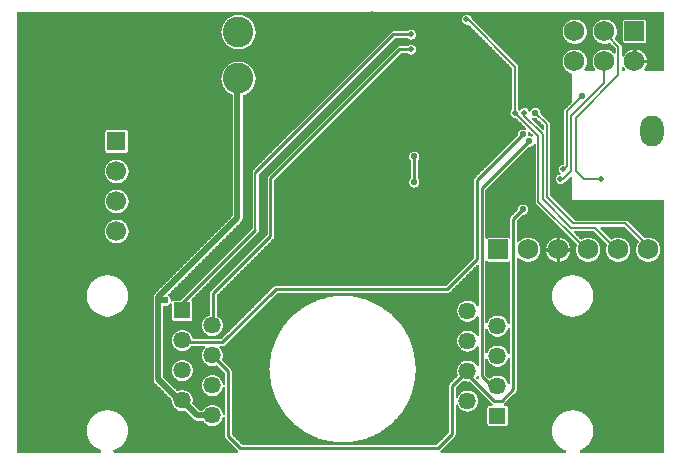
<source format=gbl>
%FSLAX33Y33*%
%MOMM*%
%AMRect-W1400000-H1400000-RO1.000*
21,1,1.4,1.4,0.,0.,180*%
%AMRect-W1650000-H1650000-RO0.500*
21,1,1.65,1.65,0.,0.,270*%
%AMRR-H2600000-W2000000-R1000000-RO0.000*
21,1,2.,0.6,0.,0.,360*
1,1,2.,0.,0.3*
1,1,2.,0.,0.3*
1,1,2.,0.,-0.3*
1,1,2.,-0.,-0.3*%
%AMRect-W1650000-H1650000-RO1.500*
21,1,1.65,1.65,0.,0.,90*%
%AMRect-W1600000-H1600000-RO1.500*
21,1,1.6,1.6,0.,0.,90*%
%ADD10C,0.0508*%
%ADD11C,0.254*%
%ADD12C,0.2032*%
%ADD13C,0.508*%
%ADD14C,0.5588*%
%ADD15C,0.6096*%
%ADD16C,1.46*%
%ADD17Rect-W1400000-H1400000-RO1.000*%
%ADD18C,1.75*%
%ADD19Rect-W1650000-H1650000-RO0.500*%
%ADD20RR-H2600000-W2000000-R1000000-RO0.000*%
%ADD21R,1.4X1.4*%
%ADD22C,1.46*%
%ADD23C,1.75*%
%ADD24Rect-W1650000-H1650000-RO1.500*%
%ADD25C,1.7*%
%ADD26Rect-W1600000-H1600000-RO1.500*%
%ADD27C,2.6*%
D10*
%LNpour fill*%
G01*
X46941Y0781D02*
X46941Y0781D01*
X46787Y0834*
X46787Y0834*
X46445Y1049*
X46445Y1049*
X46159Y1335*
X46159Y1335*
X45944Y1677*
X45944Y1677*
X45811Y2058*
X45811Y2058*
X45766Y2460*
X45766Y2460*
X45811Y2862*
X45811Y2862*
X45944Y3243*
X45944Y3243*
X46159Y3585*
X46159Y3585*
X46445Y3871*
X46445Y3871*
X46787Y4086*
X46787Y4086*
X47168Y4219*
X47168Y4219*
X47570Y4264*
X47570Y4264*
X47972Y4219*
X47972Y4219*
X48353Y4086*
X48353Y4086*
X48695Y3871*
X48695Y3871*
X48981Y3585*
X48981Y3585*
X49196Y3243*
X49196Y3243*
X49329Y2862*
X49329Y2862*
X49374Y2460*
X49374Y2460*
X49329Y2058*
X49329Y2058*
X49196Y1677*
X49196Y1677*
X48981Y1335*
X48981Y1335*
X48695Y1049*
X48695Y1049*
X48353Y0834*
X48353Y0834*
X48199Y0781*
X48217Y0675*
X55275Y0675*
X55275Y22000*
X47500Y22000*
X47500Y22000*
X47500Y23930*
X47422Y23962*
X47033Y23574*
X47033Y23574*
X46987Y23536*
X46987Y23536*
X46919Y23499*
X46910Y23486*
X46910Y23486*
X46827Y23413*
X46827Y23413*
X46729Y23361*
X46729Y23361*
X46622Y23335*
X46622Y23335*
X46511Y23335*
X46511Y23335*
X46404Y23361*
X46404Y23361*
X46306Y23413*
X46306Y23413*
X46224Y23486*
X46223Y23486*
X46161Y23577*
X46161Y23577*
X46122Y23680*
X46122Y23680*
X46108Y23790*
X46108Y23790*
X46122Y23900*
X46122Y23900*
X46161Y24003*
X46161Y24003*
X46223Y24094*
X46224Y24094*
X46306Y24167*
X46306Y24167*
X46404Y24219*
X46404Y24219*
X46503Y24243*
X46411Y24377*
X46411Y24377*
X46372Y24480*
X46372Y24480*
X46358Y24590*
X46358Y24590*
X46372Y24700*
X46372Y24700*
X46411Y24803*
X46411Y24803*
X46473Y24894*
X46474Y24894*
X46556Y24967*
X46556Y24967*
X46654Y25019*
X46654Y25019*
X46811Y25057*
X46811Y29483*
X46811Y29483*
X46816Y29542*
X46816Y29543*
X46834Y29600*
X46834Y29600*
X46862Y29653*
X46862Y29653*
X46900Y29699*
X46900Y29699*
X47500Y30299*
X47500Y32688*
X47367Y32721*
X47367Y32721*
X47137Y32842*
X47137Y32842*
X46942Y33014*
X46942Y33014*
X46794Y33228*
X46794Y33228*
X46702Y33472*
X46702Y33472*
X46671Y33730*
X46671Y33730*
X46702Y33988*
X46702Y33988*
X46794Y34232*
X46794Y34232*
X46942Y34446*
X46942Y34446*
X47137Y34618*
X47137Y34618*
X47367Y34739*
X47367Y34739*
X47620Y34802*
X47620Y34802*
X47880Y34802*
X47880Y34802*
X48133Y34739*
X48133Y34739*
X48363Y34618*
X48363Y34618*
X48558Y34446*
X48558Y34446*
X48706Y34232*
X48706Y34232*
X48798Y33988*
X48798Y33988*
X48829Y33730*
X48829Y33730*
X48798Y33472*
X48798Y33472*
X48706Y33228*
X48706Y33228*
X48595Y33068*
X48631Y33000*
X49409Y33000*
X49445Y33068*
X49334Y33228*
X49334Y33228*
X49242Y33472*
X49242Y33472*
X49211Y33730*
X49211Y33730*
X49242Y33988*
X49242Y33988*
X49334Y34232*
X49334Y34232*
X49482Y34446*
X49482Y34446*
X49677Y34618*
X49677Y34618*
X49907Y34739*
X49907Y34739*
X50160Y34802*
X50160Y34802*
X50420Y34802*
X50420Y34802*
X50673Y34739*
X50673Y34739*
X50903Y34618*
X50903Y34618*
X51079Y34463*
X51154Y34496*
X51154Y34829*
X50712Y35270*
X50420Y35198*
X50420Y35198*
X50160Y35198*
X50160Y35198*
X49907Y35261*
X49907Y35261*
X49677Y35382*
X49677Y35382*
X49482Y35554*
X49482Y35554*
X49334Y35768*
X49334Y35768*
X49242Y36012*
X49242Y36012*
X49211Y36270*
X49211Y36270*
X49242Y36528*
X49242Y36528*
X49334Y36772*
X49334Y36772*
X49482Y36986*
X49482Y36986*
X49677Y37158*
X49677Y37158*
X49907Y37279*
X49907Y37279*
X50160Y37342*
X50160Y37342*
X50420Y37342*
X50420Y37342*
X50673Y37279*
X50673Y37279*
X50903Y37158*
X50903Y37158*
X51098Y36986*
X51098Y36986*
X51246Y36772*
X51246Y36772*
X51338Y36528*
X51338Y36528*
X51369Y36270*
X51369Y36270*
X51338Y36012*
X51338Y36012*
X51246Y35768*
X51246Y35768*
X51178Y35670*
X51676Y35172*
X51676Y35172*
X51714Y35126*
X51714Y35126*
X51742Y35073*
X51742Y35073*
X51760Y35016*
X51760Y35016*
X51766Y34956*
X51766Y34956*
X51766Y34231*
X51855Y34203*
X52022Y34446*
X52022Y34446*
X52217Y34618*
X52217Y34618*
X52447Y34739*
X52447Y34739*
X52700Y34802*
X52700Y34802*
X52729Y34802*
X52729Y34801*
X52729Y33679*
X52779Y33679*
X52779Y33679*
X52779Y33629*
X53897Y33629*
X53897Y33628*
X53878Y33472*
X53878Y33472*
X53786Y33228*
X53786Y33228*
X53675Y33068*
X53711Y33000*
X55275Y33000*
X55275Y37925*
X0525Y37925*
X0525Y0675*
X7594Y0675*
X7612Y0781*
X7387Y0859*
X7387Y0859*
X7045Y1074*
X7045Y1074*
X6759Y1360*
X6759Y1360*
X6544Y1702*
X6544Y1702*
X6411Y2083*
X6411Y2083*
X6366Y2485*
X6366Y2485*
X6411Y2887*
X6411Y2887*
X6544Y3268*
X6544Y3268*
X6759Y3610*
X6759Y3610*
X7045Y3896*
X7045Y3896*
X7387Y4111*
X7387Y4111*
X7768Y4244*
X7768Y4244*
X8170Y4289*
X8170Y4289*
X8572Y4244*
X8572Y4244*
X8953Y4111*
X8953Y4111*
X9295Y3896*
X9295Y3896*
X9581Y3610*
X9581Y3610*
X9796Y3268*
X9796Y3268*
X9929Y2887*
X9929Y2887*
X9974Y2485*
X9974Y2485*
X9929Y2083*
X9929Y2083*
X9796Y1702*
X9796Y1702*
X9581Y1360*
X9581Y1360*
X9295Y1074*
X9295Y1074*
X8953Y0859*
X8953Y0859*
X8728Y0781*
X8746Y0675*
X19202Y0675*
X19234Y0753*
X18197Y1791*
X18197Y1791*
X18156Y1841*
X18156Y1841*
X18125Y1898*
X18125Y1898*
X18106Y1961*
X18106Y1961*
X18100Y2025*
X18100Y2025*
X18100Y3636*
X17981Y3643*
X17967Y3531*
X17967Y3531*
X17887Y3321*
X17887Y3321*
X17759Y3135*
X17759Y3135*
X17591Y2986*
X17591Y2986*
X17391Y2881*
X17391Y2881*
X17173Y2827*
X17173Y2827*
X16947Y2827*
X16947Y2827*
X16729Y2881*
X16729Y2881*
X16529Y2986*
X16529Y2986*
X16361Y3135*
X16361Y3135*
X16249Y3297*
X15790Y3297*
X15790Y3297*
X15701Y3305*
X15701Y3305*
X15615Y3331*
X15615Y3331*
X15535Y3374*
X15535Y3374*
X15466Y3431*
X15466Y3431*
X14766Y4130*
X14633Y4097*
X14633Y4097*
X14407Y4097*
X14407Y4097*
X14189Y4151*
X14189Y4151*
X13989Y4256*
X13989Y4256*
X13821Y4405*
X13821Y4405*
X13693Y4591*
X13693Y4591*
X13613Y4801*
X13613Y4801*
X13586Y5025*
X13586Y5025*
X13593Y5084*
X12176Y6501*
X12176Y6501*
X12119Y6570*
X12119Y6570*
X12076Y6650*
X12076Y6650*
X12050Y6736*
X12050Y6736*
X12042Y6825*
X12042Y6825*
X12042Y13765*
X12042Y13765*
X12050Y13854*
X12050Y13854*
X12076Y13940*
X12076Y13940*
X12119Y14020*
X12119Y14020*
X12176Y14089*
X12176Y14089*
X18762Y20675*
X18762Y30871*
X18637Y30915*
X18637Y30915*
X18352Y31094*
X18352Y31094*
X18114Y31332*
X18114Y31332*
X17935Y31617*
X17935Y31617*
X17823Y31935*
X17823Y31935*
X17786Y32270*
X17786Y32270*
X17823Y32605*
X17823Y32605*
X17935Y32923*
X17935Y32923*
X18114Y33208*
X18114Y33208*
X18352Y33446*
X18352Y33446*
X18637Y33625*
X18637Y33625*
X18955Y33737*
X18955Y33737*
X19290Y33774*
X19290Y33774*
X19625Y33737*
X19625Y33737*
X19943Y33625*
X19943Y33625*
X20228Y33446*
X20228Y33446*
X20466Y33208*
X20466Y33208*
X20645Y32923*
X20645Y32923*
X20757Y32605*
X20757Y32605*
X20794Y32270*
X20794Y32270*
X20757Y31935*
X20757Y31935*
X20645Y31617*
X20645Y31617*
X20466Y31332*
X20466Y31332*
X20228Y31094*
X20228Y31094*
X19943Y30915*
X19943Y30915*
X19678Y30822*
X19678Y20485*
X19678Y20485*
X19670Y20396*
X19670Y20396*
X19644Y20310*
X19644Y20310*
X19601Y20230*
X19601Y20230*
X19544Y20161*
X19544Y20161*
X13343Y13960*
X13481Y13838*
X13481Y13838*
X13551Y13737*
X13551Y13737*
X13594Y13622*
X13594Y13622*
X13614Y13458*
X13727Y13527*
X13727Y13527*
X13757Y13539*
X13757Y13539*
X13788Y13547*
X13788Y13547*
X13820Y13549*
X13820Y13549*
X14359Y13549*
X20450Y19641*
X20450Y24214*
X20431Y24276*
X20431Y24276*
X20425Y24341*
X20425Y24341*
X20431Y24406*
X20431Y24406*
X20450Y24468*
X20450Y24468*
X20480Y24525*
X20480Y24525*
X20522Y24575*
X20522Y24575*
X32190Y36243*
X32190Y36243*
X32240Y36285*
X32240Y36285*
X32297Y36315*
X32297Y36315*
X32359Y36334*
X32359Y36334*
X32424Y36340*
X32424Y36340*
X33588Y36340*
X33640Y36386*
X33640Y36386*
X33737Y36438*
X33737Y36438*
X33845Y36464*
X33845Y36464*
X33955Y36464*
X33955Y36464*
X34063Y36438*
X34063Y36438*
X34160Y36386*
X34160Y36386*
X34243Y36313*
X34243Y36313*
X34306Y36222*
X34306Y36222*
X34345Y36119*
X34345Y36119*
X34358Y36009*
X34358Y36009*
X34345Y35899*
X34345Y35899*
X34306Y35796*
X34306Y35796*
X34243Y35705*
X34243Y35705*
X34160Y35632*
X34160Y35632*
X34063Y35580*
X34063Y35580*
X33955Y35554*
X33955Y35554*
X33845Y35554*
X33845Y35554*
X33737Y35580*
X33737Y35580*
X33640Y35632*
X33640Y35632*
X33588Y35677*
X32561Y35677*
X21062Y24178*
X21062Y19605*
X21081Y19543*
X21081Y19543*
X21088Y19478*
X21088Y19478*
X21081Y19413*
X21081Y19413*
X21062Y19351*
X21062Y19351*
X21032Y19294*
X21032Y19294*
X20990Y19244*
X20990Y19244*
X15295Y13549*
X15365Y13490*
X15365Y13490*
X15385Y13465*
X15385Y13465*
X15402Y13438*
X15402Y13438*
X15414Y13408*
X15414Y13408*
X15422Y13377*
X15422Y13377*
X15424Y13345*
X15424Y13345*
X15424Y11945*
X15424Y11945*
X15422Y11913*
X15422Y11913*
X15414Y11882*
X15414Y11882*
X15402Y11852*
X15402Y11852*
X15385Y11825*
X15385Y11825*
X15365Y11800*
X15365Y11800*
X15340Y11780*
X15340Y11780*
X15313Y11763*
X15313Y11763*
X15283Y11751*
X15283Y11751*
X15252Y11743*
X15252Y11743*
X15220Y11741*
X15220Y11741*
X13820Y11741*
X13820Y11741*
X13788Y11743*
X13788Y11743*
X13757Y11751*
X13757Y11751*
X13727Y11763*
X13727Y11763*
X13700Y11780*
X13700Y11780*
X13675Y11800*
X13675Y11800*
X13655Y11825*
X13655Y11825*
X13638Y11852*
X13638Y11852*
X13626Y11882*
X13626Y11882*
X13618Y11913*
X13618Y11913*
X13616Y11945*
X13616Y11945*
X13616Y13201*
X13527Y13228*
X13481Y13162*
X13481Y13162*
X13389Y13081*
X13389Y13081*
X13281Y13024*
X13281Y13024*
X13161Y12994*
X13161Y12994*
X13039Y12994*
X13039Y12994*
X12958Y13014*
X12958Y7015*
X14114Y5859*
X14189Y5899*
X14189Y5899*
X14407Y5953*
X14407Y5953*
X14633Y5953*
X14633Y5953*
X14851Y5899*
X14851Y5899*
X15051Y5794*
X15051Y5794*
X15219Y5645*
X15219Y5645*
X15347Y5459*
X15347Y5459*
X15427Y5249*
X15427Y5249*
X15454Y5025*
X15454Y5025*
X15423Y4770*
X15980Y4213*
X16249Y4213*
X16361Y4375*
X16361Y4375*
X16529Y4524*
X16529Y4524*
X16729Y4629*
X16729Y4629*
X16947Y4683*
X16947Y4683*
X17173Y4683*
X17173Y4683*
X17391Y4629*
X17391Y4629*
X17591Y4524*
X17591Y4524*
X17759Y4375*
X17759Y4375*
X17887Y4189*
X17887Y4189*
X17967Y3979*
X17967Y3979*
X17981Y3867*
X18100Y3874*
X18100Y6176*
X17981Y6183*
X17967Y6071*
X17967Y6071*
X17887Y5861*
X17887Y5861*
X17759Y5675*
X17759Y5675*
X17591Y5526*
X17591Y5526*
X17391Y5421*
X17391Y5421*
X17173Y5367*
X17173Y5367*
X16947Y5367*
X16947Y5367*
X16729Y5421*
X16729Y5421*
X16529Y5526*
X16529Y5526*
X16361Y5675*
X16361Y5675*
X16233Y5861*
X16233Y5861*
X16153Y6071*
X16153Y6071*
X16126Y6295*
X16126Y6295*
X16153Y6519*
X16153Y6519*
X16233Y6729*
X16233Y6729*
X16361Y6915*
X16361Y6915*
X16529Y7064*
X16529Y7064*
X16729Y7169*
X16729Y7169*
X16947Y7223*
X16947Y7223*
X17173Y7223*
X17173Y7223*
X17391Y7169*
X17391Y7169*
X17591Y7064*
X17591Y7064*
X17759Y6915*
X17759Y6915*
X17887Y6729*
X17887Y6729*
X17967Y6519*
X17967Y6519*
X17981Y6407*
X18100Y6414*
X18100Y7327*
X17440Y7987*
X17391Y7961*
X17391Y7961*
X17173Y7907*
X17173Y7907*
X16947Y7907*
X16947Y7907*
X16729Y7961*
X16729Y7961*
X16529Y8066*
X16529Y8066*
X16361Y8215*
X16361Y8215*
X16233Y8401*
X16233Y8401*
X16153Y8611*
X16153Y8611*
X16126Y8835*
X16126Y8835*
X16153Y9059*
X16153Y9059*
X16233Y9269*
X16233Y9269*
X16361Y9455*
X16361Y9455*
X16436Y9522*
X16405Y9604*
X15301Y9604*
X15219Y9485*
X15219Y9485*
X15051Y9336*
X15051Y9336*
X14851Y9231*
X14851Y9231*
X14633Y9177*
X14633Y9177*
X14407Y9177*
X14407Y9177*
X14189Y9231*
X14189Y9231*
X13989Y9336*
X13989Y9336*
X13821Y9485*
X13821Y9485*
X13693Y9671*
X13693Y9671*
X13613Y9881*
X13613Y9881*
X13586Y10105*
X13586Y10105*
X13613Y10329*
X13613Y10329*
X13693Y10539*
X13693Y10539*
X13821Y10725*
X13821Y10725*
X13989Y10874*
X13989Y10874*
X14189Y10979*
X14189Y10979*
X14407Y11033*
X14407Y11033*
X14633Y11033*
X14633Y11033*
X14851Y10979*
X14851Y10979*
X15051Y10874*
X15051Y10874*
X15219Y10725*
X15219Y10725*
X15347Y10539*
X15347Y10539*
X15427Y10329*
X15427Y10329*
X15435Y10266*
X17813Y10266*
X22220Y14674*
X22220Y14674*
X22270Y14715*
X22270Y14715*
X22328Y14746*
X22328Y14746*
X22390Y14765*
X22390Y14765*
X22455Y14771*
X22455Y14771*
X36838Y14771*
X39162Y17096*
X39162Y23667*
X39162Y23667*
X39169Y23732*
X39169Y23732*
X39187Y23794*
X39187Y23794*
X39218Y23851*
X39218Y23851*
X39259Y23901*
X39259Y23901*
X42881Y27523*
X42897Y27656*
X42897Y27656*
X42938Y27765*
X42938Y27765*
X43004Y27861*
X43005Y27861*
X43092Y27938*
X43092Y27938*
X43195Y27992*
X43195Y27992*
X43308Y28020*
X43308Y28020*
X43425Y28020*
X43425Y28020*
X43555Y27988*
X43602Y28072*
X42739Y28935*
X42661Y28935*
X42661Y28935*
X42554Y28961*
X42554Y28961*
X42456Y29013*
X42456Y29013*
X42374Y29086*
X42373Y29086*
X42311Y29177*
X42311Y29177*
X42272Y29280*
X42272Y29280*
X42258Y29390*
X42258Y29390*
X42272Y29500*
X42272Y29500*
X42311Y29603*
X42311Y29603*
X42373Y29694*
X42374Y29694*
X42411Y29727*
X42411Y33153*
X38727Y36837*
X38675Y36824*
X38675Y36824*
X38565Y36824*
X38565Y36824*
X38457Y36850*
X38457Y36850*
X38360Y36902*
X38360Y36902*
X38277Y36975*
X38277Y36975*
X38214Y37066*
X38214Y37066*
X38175Y37169*
X38175Y37169*
X38162Y37279*
X38162Y37279*
X38175Y37389*
X38175Y37389*
X38214Y37492*
X38214Y37492*
X38277Y37583*
X38277Y37583*
X38360Y37656*
X38360Y37656*
X38457Y37708*
X38457Y37708*
X38565Y37734*
X38565Y37734*
X38675Y37734*
X38675Y37734*
X38783Y37708*
X38783Y37708*
X38880Y37656*
X38880Y37656*
X38963Y37583*
X38963Y37583*
X39026Y37492*
X39026Y37492*
X39065Y37389*
X39065Y37389*
X39068Y37361*
X42933Y33496*
X42933Y33496*
X42971Y33450*
X42971Y33450*
X42999Y33397*
X42999Y33397*
X43017Y33340*
X43017Y33340*
X43023Y33280*
X43023Y33280*
X43023Y29727*
X43060Y29694*
X43060Y29694*
X43110Y29621*
X43161Y29694*
X43161Y29694*
X43244Y29767*
X43244Y29767*
X43341Y29819*
X43341Y29819*
X43449Y29845*
X43449Y29845*
X43559Y29845*
X43559Y29845*
X43667Y29819*
X43667Y29819*
X43764Y29767*
X43764Y29767*
X43847Y29694*
X43847Y29694*
X43945Y29552*
X44054Y29711*
X44055Y29711*
X44142Y29788*
X44142Y29788*
X44245Y29842*
X44245Y29842*
X44358Y29870*
X44358Y29870*
X44475Y29870*
X44475Y29870*
X44588Y29842*
X44588Y29842*
X44692Y29788*
X44692Y29788*
X44779Y29711*
X44779Y29711*
X44845Y29615*
X44845Y29615*
X44886Y29506*
X44886Y29506*
X44901Y29390*
X44901Y29390*
X44895Y29344*
X45644Y28595*
X45644Y28595*
X45682Y28549*
X45682Y28549*
X45711Y28496*
X45711Y28496*
X45728Y28439*
X45728Y28438*
X45734Y28379*
X45734Y28379*
X45734Y22366*
X47798Y20301*
X52066Y20301*
X52066Y20301*
X52075Y20300*
X52085Y20301*
X52085Y20301*
X52145Y20295*
X52145Y20295*
X52202Y20278*
X52202Y20278*
X52255Y20250*
X52255Y20250*
X52302Y20212*
X52302Y20212*
X53681Y18832*
X53840Y18872*
X53840Y18872*
X54100Y18872*
X54100Y18872*
X54353Y18809*
X54353Y18809*
X54583Y18688*
X54583Y18688*
X54778Y18516*
X54778Y18516*
X54926Y18302*
X54926Y18302*
X55018Y18058*
X55018Y18058*
X55049Y17800*
X55049Y17800*
X55018Y17542*
X55018Y17542*
X54926Y17298*
X54926Y17298*
X54778Y17084*
X54778Y17084*
X54583Y16912*
X54583Y16912*
X54353Y16791*
X54353Y16791*
X54100Y16728*
X54100Y16728*
X53840Y16728*
X53840Y16728*
X53587Y16791*
X53587Y16791*
X53357Y16912*
X53357Y16912*
X53162Y17084*
X53162Y17084*
X53014Y17298*
X53014Y17298*
X52922Y17542*
X52922Y17542*
X52891Y17800*
X52891Y17800*
X52922Y18058*
X52922Y18058*
X53014Y18302*
X53014Y18302*
X53150Y18498*
X51958Y19689*
X49974Y19689*
X49942Y19611*
X50848Y18705*
X51047Y18809*
X51047Y18809*
X51300Y18872*
X51300Y18872*
X51560Y18872*
X51560Y18872*
X51813Y18809*
X51813Y18809*
X52043Y18688*
X52043Y18688*
X52238Y18516*
X52238Y18516*
X52386Y18302*
X52386Y18302*
X52478Y18058*
X52478Y18058*
X52509Y17800*
X52509Y17800*
X52478Y17542*
X52478Y17542*
X52386Y17298*
X52386Y17298*
X52238Y17084*
X52238Y17084*
X52043Y16912*
X52043Y16912*
X51813Y16791*
X51813Y16791*
X51560Y16728*
X51560Y16728*
X51300Y16728*
X51300Y16728*
X51047Y16791*
X51047Y16791*
X50817Y16912*
X50817Y16912*
X50622Y17084*
X50622Y17084*
X50474Y17298*
X50474Y17298*
X50382Y17542*
X50382Y17542*
X50351Y17800*
X50351Y17800*
X50382Y18058*
X50382Y18058*
X50450Y18237*
X49354Y19334*
X47760Y19334*
X47727Y19256*
X48288Y18694*
X48507Y18809*
X48507Y18809*
X48760Y18872*
X48760Y18872*
X49020Y18872*
X49020Y18872*
X49273Y18809*
X49273Y18809*
X49503Y18688*
X49503Y18688*
X49698Y18516*
X49698Y18516*
X49846Y18302*
X49846Y18302*
X49938Y18058*
X49938Y18058*
X49969Y17800*
X49969Y17800*
X49938Y17542*
X49938Y17542*
X49846Y17298*
X49846Y17298*
X49698Y17084*
X49698Y17084*
X49503Y16912*
X49503Y16912*
X49273Y16791*
X49273Y16791*
X49020Y16728*
X49020Y16728*
X48760Y16728*
X48760Y16728*
X48507Y16791*
X48507Y16791*
X48277Y16912*
X48277Y16912*
X48082Y17084*
X48082Y17084*
X47934Y17298*
X47934Y17298*
X47842Y17542*
X47842Y17542*
X47811Y17800*
X47811Y17800*
X47842Y18058*
X47842Y18058*
X47902Y18216*
X44500Y21617*
X44500Y21617*
X44462Y21663*
X44462Y21663*
X44434Y21716*
X44434Y21716*
X44416Y21774*
X44416Y21774*
X44411Y21833*
X44411Y21833*
X44411Y26704*
X44322Y26731*
X44279Y26669*
X44279Y26669*
X44192Y26592*
X44192Y26592*
X44088Y26538*
X44088Y26538*
X43975Y26510*
X43975Y26510*
X43905Y26510*
X40231Y22836*
X40231Y18809*
X40296Y18773*
X40352Y18807*
X40352Y18807*
X40382Y18819*
X40382Y18819*
X40413Y18827*
X40413Y18827*
X40445Y18829*
X40445Y18829*
X42095Y18829*
X42095Y18829*
X42127Y18827*
X42127Y18827*
X42235Y18801*
X42235Y20400*
X42235Y20400*
X42242Y20465*
X42242Y20465*
X42260Y20527*
X42260Y20527*
X42291Y20584*
X42291Y20584*
X42332Y20634*
X42332Y20634*
X42881Y21183*
X42897Y21316*
X42897Y21316*
X42938Y21425*
X42938Y21425*
X43004Y21521*
X43005Y21521*
X43092Y21598*
X43092Y21598*
X43195Y21652*
X43195Y21652*
X43308Y21680*
X43308Y21680*
X43425Y21680*
X43425Y21680*
X43538Y21652*
X43538Y21652*
X43642Y21598*
X43642Y21598*
X43729Y21521*
X43729Y21521*
X43795Y21425*
X43795Y21425*
X43836Y21316*
X43836Y21316*
X43851Y21200*
X43851Y21200*
X43836Y21084*
X43836Y21084*
X43795Y20975*
X43795Y20975*
X43729Y20879*
X43729Y20879*
X43642Y20802*
X43642Y20802*
X43538Y20748*
X43538Y20748*
X43425Y20720*
X43425Y20720*
X43355Y20720*
X42898Y20263*
X42898Y18523*
X42973Y18490*
X43197Y18688*
X43197Y18688*
X43427Y18809*
X43427Y18809*
X43680Y18872*
X43680Y18872*
X43940Y18872*
X43940Y18872*
X44193Y18809*
X44193Y18809*
X44423Y18688*
X44423Y18688*
X44618Y18516*
X44618Y18516*
X44766Y18302*
X44766Y18302*
X44858Y18058*
X44858Y18058*
X44889Y17800*
X44889Y17800*
X44858Y17542*
X44858Y17542*
X44766Y17298*
X44766Y17298*
X44618Y17084*
X44618Y17084*
X44423Y16912*
X44423Y16912*
X44193Y16791*
X44193Y16791*
X43940Y16728*
X43940Y16728*
X43680Y16728*
X43680Y16728*
X43427Y16791*
X43427Y16791*
X43197Y16912*
X43197Y16912*
X42973Y17110*
X42898Y17077*
X42898Y5967*
X42898Y5967*
X42892Y5902*
X42892Y5902*
X42873Y5840*
X42873Y5840*
X42842Y5783*
X42842Y5783*
X42801Y5732*
X42801Y5732*
X41834Y4766*
X41834Y4766*
X41777Y4718*
X41807Y4634*
X41920Y4634*
X41920Y4634*
X41952Y4632*
X41952Y4632*
X41983Y4624*
X41983Y4624*
X42013Y4612*
X42013Y4612*
X42040Y4595*
X42040Y4595*
X42065Y4575*
X42065Y4575*
X42085Y4550*
X42085Y4550*
X42102Y4523*
X42102Y4523*
X42114Y4493*
X42114Y4493*
X42122Y4462*
X42122Y4462*
X42124Y4430*
X42124Y4430*
X42124Y3030*
X42124Y3030*
X42122Y2998*
X42122Y2998*
X42114Y2967*
X42114Y2967*
X42102Y2937*
X42102Y2937*
X42085Y2910*
X42085Y2910*
X42065Y2885*
X42065Y2885*
X42040Y2865*
X42040Y2865*
X42013Y2848*
X42013Y2848*
X41983Y2836*
X41983Y2836*
X41952Y2828*
X41952Y2828*
X41920Y2826*
X41920Y2826*
X40520Y2826*
X40520Y2826*
X40488Y2828*
X40488Y2828*
X40457Y2836*
X40457Y2836*
X40427Y2848*
X40427Y2848*
X40400Y2865*
X40400Y2865*
X40375Y2885*
X40375Y2885*
X40355Y2910*
X40355Y2910*
X40338Y2937*
X40338Y2937*
X40326Y2967*
X40326Y2967*
X40318Y2998*
X40318Y2998*
X40316Y3030*
X40316Y3030*
X40316Y4430*
X40316Y4430*
X40318Y4462*
X40318Y4462*
X40326Y4493*
X40326Y4493*
X40338Y4523*
X40338Y4523*
X40355Y4550*
X40355Y4550*
X40375Y4575*
X40375Y4575*
X40400Y4595*
X40400Y4595*
X40427Y4612*
X40427Y4612*
X40457Y4624*
X40457Y4624*
X40488Y4632*
X40488Y4632*
X40520Y4634*
X40520Y4634*
X40713Y4634*
X40743Y4718*
X40686Y4766*
X40686Y4766*
X38830Y6622*
X38793Y6612*
X38793Y6612*
X38567Y6612*
X38567Y6612*
X38349Y6666*
X38349Y6666*
X38300Y6692*
X37705Y6096*
X37705Y5338*
X37809Y5319*
X37853Y5434*
X37853Y5434*
X37981Y5620*
X37981Y5620*
X38149Y5769*
X38149Y5769*
X38349Y5874*
X38349Y5874*
X38567Y5928*
X38567Y5928*
X38793Y5928*
X38793Y5928*
X39011Y5874*
X39011Y5874*
X39211Y5769*
X39211Y5769*
X39379Y5620*
X39379Y5620*
X39507Y5434*
X39507Y5434*
X39587Y5224*
X39587Y5224*
X39614Y5000*
X39614Y5000*
X39587Y4776*
X39587Y4776*
X39507Y4566*
X39507Y4566*
X39379Y4380*
X39379Y4380*
X39211Y4231*
X39211Y4231*
X39011Y4126*
X39011Y4126*
X38793Y4072*
X38793Y4072*
X38567Y4072*
X38567Y4072*
X38349Y4126*
X38349Y4126*
X38149Y4231*
X38149Y4231*
X37981Y4380*
X37981Y4380*
X37853Y4566*
X37853Y4566*
X37809Y4681*
X37705Y4662*
X37705Y2180*
X37705Y2180*
X37699Y2115*
X37699Y2115*
X37680Y2053*
X37680Y2053*
X37649Y1996*
X37649Y1996*
X37608Y1946*
X37608Y1946*
X36416Y0753*
X36448Y0675*
X46923Y0675*
X46941Y0781*
X19290Y34726D02*
X18955Y34764D01*
X18637Y34875*
X18352Y35054*
X18114Y35292*
X17935Y35577*
X17824Y35895*
X17786Y36230*
X17824Y36565*
X17935Y36883*
X18114Y37168*
X18352Y37406*
X18637Y37585*
X18955Y37696*
X19290Y37734*
X19625Y37696*
X19943Y37585*
X20228Y37406*
X20466Y37168*
X20645Y36883*
X20756Y36565*
X20794Y36230*
X20756Y35895*
X20645Y35577*
X20466Y35292*
X20228Y35054*
X19943Y34875*
X19625Y34764*
X19290Y34726*
X47880Y35199D02*
X47620Y35199D01*
X47367Y35261*
X47137Y35382*
X46942Y35554*
X46794Y35768*
X46702Y36012*
X46671Y36270*
X46702Y36528*
X46794Y36772*
X46942Y36986*
X47137Y37158*
X47367Y37279*
X47620Y37341*
X47880Y37341*
X48133Y37279*
X48363Y37158*
X48558Y36986*
X48706Y36772*
X48798Y36528*
X48829Y36270*
X48798Y36012*
X48706Y35768*
X48558Y35554*
X48363Y35382*
X48133Y35261*
X47880Y35199*
X53655Y35241D02*
X52005Y35241D01*
X51973Y35243*
X51942Y35251*
X51912Y35263*
X51885Y35280*
X51861Y35301*
X51840Y35325*
X51823Y35352*
X51811Y35382*
X51803Y35413*
X51801Y35445*
X51801Y37095*
X51803Y37127*
X51811Y37158*
X51823Y37188*
X51840Y37215*
X51861Y37239*
X51885Y37260*
X51912Y37277*
X51942Y37289*
X51973Y37297*
X52005Y37299*
X53655Y37299*
X53687Y37297*
X53718Y37289*
X53748Y37277*
X53775Y37260*
X53799Y37239*
X53820Y37215*
X53837Y37188*
X53849Y37158*
X53857Y37127*
X53859Y37095*
X53859Y35445*
X53857Y35413*
X53849Y35382*
X53837Y35352*
X53820Y35325*
X53799Y35301*
X53775Y35280*
X53748Y35263*
X53718Y35251*
X53687Y35243*
X53655Y35241*
X17173Y10448D02*
X16947Y10448D01*
X16729Y10502*
X16529Y10606*
X16361Y10756*
X16233Y10941*
X16153Y11151*
X16126Y11375*
X16153Y11599*
X16233Y11809*
X16361Y11994*
X16529Y12144*
X16729Y12248*
X16832Y12274*
X16832Y14089*
X16838Y14154*
X16857Y14216*
X16888Y14273*
X16929Y14323*
X21695Y19089*
X21695Y23815*
X21701Y23880*
X21720Y23942*
X21751Y23999*
X21792Y24049*
X32716Y34973*
X32766Y35014*
X32823Y35045*
X32885Y35064*
X32950Y35070*
X33588Y35070*
X33640Y35116*
X33738Y35167*
X33845Y35194*
X33955Y35194*
X34062Y35167*
X34160Y35116*
X34243Y35043*
X34306Y34952*
X34345Y34849*
X34358Y34739*
X34345Y34629*
X34306Y34526*
X34243Y34435*
X34160Y34362*
X34062Y34311*
X33955Y34284*
X33845Y34284*
X33738Y34311*
X33640Y34362*
X33588Y34408*
X33087Y34408*
X22357Y23678*
X22357Y18952*
X22351Y18887*
X22332Y18825*
X22301Y18768*
X22260Y18718*
X17494Y13952*
X17494Y12194*
X17591Y12144*
X17759Y11994*
X17887Y11809*
X17967Y11599*
X17994Y11375*
X17967Y11151*
X17887Y10941*
X17759Y10756*
X17591Y10606*
X17391Y10502*
X17173Y10448*
X53897Y33832D02*
X52932Y33832D01*
X52932Y34801*
X52960Y34801*
X53213Y34739*
X53443Y34618*
X53638Y34446*
X53786Y34232*
X53878Y33988*
X53897Y33832*
X9770Y25972D02*
X8170Y25972D01*
X8138Y25975*
X8107Y25982*
X8077Y25995*
X8050Y26011*
X8026Y26032*
X8005Y26057*
X7988Y26084*
X7976Y26114*
X7968Y26145*
X7966Y26177*
X7966Y27777*
X7968Y27809*
X7976Y27840*
X7988Y27869*
X8005Y27897*
X8026Y27921*
X8050Y27942*
X8077Y27959*
X8107Y27971*
X8138Y27978*
X8170Y27981*
X9770Y27981*
X9802Y27978*
X9833Y27971*
X9863Y27959*
X9890Y27942*
X9914Y27921*
X9935Y27897*
X9952Y27869*
X9964Y27840*
X9972Y27809*
X9974Y27777*
X9974Y26177*
X9972Y26145*
X9964Y26114*
X9952Y26084*
X9935Y26057*
X9914Y26032*
X9890Y26011*
X9863Y25995*
X9833Y25982*
X9802Y25975*
X9770Y25972*
X34208Y23032D02*
X34092Y23032D01*
X33979Y23060*
X33875Y23114*
X33788Y23192*
X33722Y23288*
X33680Y23397*
X33666Y23512*
X33680Y23628*
X33722Y23737*
X33788Y23833*
X33819Y23860*
X33819Y25325*
X33788Y25352*
X33722Y25448*
X33680Y25557*
X33666Y25673*
X33680Y25788*
X33722Y25897*
X33788Y25993*
X33875Y26071*
X33979Y26125*
X34092Y26153*
X34208Y26153*
X34321Y26125*
X34425Y26071*
X34512Y25993*
X34578Y25897*
X34620Y25788*
X34634Y25673*
X34620Y25557*
X34578Y25448*
X34512Y25352*
X34481Y25325*
X34481Y23860*
X34512Y23833*
X34578Y23737*
X34620Y23628*
X34634Y23512*
X34620Y23397*
X34578Y23288*
X34512Y23192*
X34425Y23114*
X34321Y23060*
X34208Y23032*
X9097Y23390D02*
X8843Y23390D01*
X8596Y23451*
X8371Y23569*
X8181Y23738*
X8037Y23947*
X7946Y24184*
X7916Y24437*
X7946Y24689*
X8037Y24927*
X8181Y25136*
X8371Y25304*
X8596Y25422*
X8843Y25483*
X9097Y25483*
X9344Y25422*
X9569Y25304*
X9759Y25136*
X9903Y24927*
X9994Y24689*
X10024Y24437*
X9994Y24184*
X9903Y23947*
X9759Y23738*
X9569Y23569*
X9344Y23451*
X9097Y23390*
X9097Y20850D02*
X8843Y20850D01*
X8596Y20911*
X8371Y21029*
X8181Y21198*
X8037Y21407*
X7946Y21644*
X7916Y21897*
X7946Y22149*
X8037Y22387*
X8181Y22596*
X8371Y22764*
X8596Y22882*
X8843Y22943*
X9097Y22943*
X9344Y22882*
X9569Y22764*
X9759Y22596*
X9903Y22387*
X9994Y22149*
X10024Y21897*
X9994Y21644*
X9903Y21407*
X9759Y21198*
X9569Y21029*
X9344Y20911*
X9097Y20850*
X9097Y18310D02*
X8843Y18310D01*
X8596Y18371*
X8371Y18489*
X8181Y18658*
X8037Y18867*
X7946Y19104*
X7916Y19357*
X7946Y19609*
X8037Y19847*
X8181Y20056*
X8371Y20224*
X8596Y20342*
X8843Y20403*
X9097Y20403*
X9344Y20342*
X9569Y20224*
X9759Y20056*
X9903Y19847*
X9994Y19609*
X10024Y19357*
X9994Y19104*
X9903Y18867*
X9759Y18658*
X9569Y18489*
X9344Y18371*
X9097Y18310*
X46248Y17902D02*
X45283Y17902D01*
X45302Y18058*
X45394Y18302*
X45542Y18516*
X45737Y18688*
X45967Y18809*
X46220Y18871*
X46248Y18871*
X46248Y17902*
X47417Y17902D02*
X46452Y17902D01*
X46452Y18871*
X46480Y18871*
X46733Y18809*
X46963Y18688*
X47158Y18516*
X47306Y18302*
X47398Y18058*
X47417Y17902*
X46480Y16729D02*
X46452Y16729D01*
X46452Y17698*
X47417Y17698*
X47398Y17542*
X47306Y17298*
X47158Y17084*
X46963Y16912*
X46733Y16791*
X46480Y16729*
X46248Y16729D02*
X46220Y16729D01*
X45967Y16791*
X45737Y16912*
X45542Y17084*
X45394Y17298*
X45302Y17542*
X45283Y17698*
X46248Y17698*
X46248Y16729*
X8170Y12111D02*
X7769Y12156D01*
X7387Y12289*
X7045Y12504*
X6759Y12790*
X6544Y13132*
X6411Y13514*
X6366Y13915*
X6411Y14316*
X6544Y14698*
X6759Y15040*
X7045Y15326*
X7387Y15541*
X7769Y15674*
X8170Y15719*
X8571Y15674*
X8953Y15541*
X9295Y15326*
X9581Y15040*
X9796Y14698*
X9929Y14316*
X9974Y13915*
X9929Y13514*
X9796Y13132*
X9581Y12790*
X9295Y12504*
X8953Y12289*
X8571Y12156*
X8170Y12111*
X47570Y12086D02*
X47169Y12131D01*
X46787Y12264*
X46445Y12479*
X46159Y12765*
X45944Y13107*
X45811Y13489*
X45766Y13890*
X45811Y14291*
X45944Y14673*
X46159Y15015*
X46445Y15301*
X46787Y15516*
X47169Y15649*
X47570Y15694*
X47971Y15649*
X48353Y15516*
X48695Y15301*
X48981Y15015*
X49196Y14673*
X49329Y14291*
X49374Y13890*
X49329Y13489*
X49196Y13107*
X48981Y12765*
X48695Y12479*
X48353Y12264*
X47971Y12131*
X47570Y12086*
X14633Y6638D02*
X14407Y6638D01*
X14189Y6692*
X13989Y6796*
X13821Y6946*
X13693Y7131*
X13613Y7341*
X13586Y7565*
X13613Y7789*
X13693Y7999*
X13821Y8184*
X13989Y8334*
X14189Y8438*
X14407Y8492*
X14633Y8492*
X14851Y8438*
X15051Y8334*
X15219Y8184*
X15347Y7999*
X15427Y7789*
X15454Y7565*
X15427Y7341*
X15347Y7131*
X15219Y6946*
X15051Y6796*
X14851Y6692*
X14633Y6638*
X0525Y0725D02*
X7603Y0725D01*
X8737Y0725D02*
X19223Y0725D01*
X36427Y0725D02*
X46931Y0725D01*
X48209Y0725D02*
X55275Y0725D01*
X0525Y0774D02*
X7611Y0774D01*
X8729Y0774D02*
X19214Y0774D01*
X36436Y0774D02*
X46940Y0774D01*
X48200Y0774D02*
X55275Y0774D01*
X0525Y0824D02*
X7490Y0824D01*
X8850Y0824D02*
X19164Y0824D01*
X36486Y0824D02*
X46818Y0824D01*
X48322Y0824D02*
X55275Y0824D01*
X0525Y0873D02*
X7365Y0873D01*
X8975Y0873D02*
X19115Y0873D01*
X36535Y0873D02*
X46726Y0873D01*
X48414Y0873D02*
X55275Y0873D01*
X0525Y0923D02*
X7287Y0923D01*
X9053Y0923D02*
X19065Y0923D01*
X36585Y0923D02*
X46647Y0923D01*
X48493Y0923D02*
X55275Y0923D01*
X0525Y0972D02*
X7208Y0972D01*
X9132Y0972D02*
X19016Y0972D01*
X36634Y0972D02*
X46568Y0972D01*
X48572Y0972D02*
X55275Y0972D01*
X0525Y1022D02*
X7129Y1022D01*
X9211Y1022D02*
X18966Y1022D01*
X36684Y1022D02*
X46489Y1022D01*
X48651Y1022D02*
X55275Y1022D01*
X0525Y1071D02*
X7050Y1071D01*
X9290Y1071D02*
X18917Y1071D01*
X36733Y1071D02*
X46423Y1071D01*
X48717Y1071D02*
X55275Y1071D01*
X0525Y1121D02*
X6999Y1121D01*
X9341Y1121D02*
X18867Y1121D01*
X36783Y1121D02*
X46374Y1121D01*
X48766Y1121D02*
X55275Y1121D01*
X0525Y1170D02*
X6949Y1170D01*
X9391Y1170D02*
X18818Y1170D01*
X36832Y1170D02*
X46324Y1170D01*
X48816Y1170D02*
X55275Y1170D01*
X0525Y1220D02*
X6900Y1220D01*
X9440Y1220D02*
X18768Y1220D01*
X36882Y1220D02*
X46275Y1220D01*
X48865Y1220D02*
X55275Y1220D01*
X0525Y1269D02*
X6850Y1269D01*
X9490Y1269D02*
X18719Y1269D01*
X36931Y1269D02*
X46225Y1269D01*
X48915Y1269D02*
X55275Y1269D01*
X0525Y1319D02*
X6801Y1319D01*
X9539Y1319D02*
X18669Y1319D01*
X36981Y1319D02*
X46176Y1319D01*
X48964Y1319D02*
X55275Y1319D01*
X0525Y1368D02*
X6754Y1368D01*
X9586Y1368D02*
X18620Y1368D01*
X37030Y1368D02*
X46138Y1368D01*
X49002Y1368D02*
X55275Y1368D01*
X0525Y1418D02*
X6723Y1418D01*
X9617Y1418D02*
X18570Y1418D01*
X37080Y1418D02*
X46107Y1418D01*
X49033Y1418D02*
X55275Y1418D01*
X0525Y1467D02*
X6692Y1467D01*
X9648Y1467D02*
X18521Y1467D01*
X37129Y1467D02*
X46076Y1467D01*
X49064Y1467D02*
X55275Y1467D01*
X0525Y1517D02*
X6661Y1517D01*
X9679Y1517D02*
X18471Y1517D01*
X37179Y1517D02*
X46045Y1517D01*
X49095Y1517D02*
X55275Y1517D01*
X0525Y1567D02*
X6630Y1567D01*
X9710Y1567D02*
X18421Y1567D01*
X37229Y1567D02*
X46014Y1567D01*
X49126Y1567D02*
X55275Y1567D01*
X0525Y1616D02*
X6599Y1616D01*
X9741Y1616D02*
X18372Y1616D01*
X37278Y1616D02*
X45983Y1616D01*
X49157Y1616D02*
X55275Y1616D01*
X0525Y1666D02*
X6567Y1666D01*
X9773Y1666D02*
X18322Y1666D01*
X37328Y1666D02*
X45952Y1666D01*
X49188Y1666D02*
X55275Y1666D01*
X0525Y1715D02*
X6540Y1715D01*
X9800Y1715D02*
X18273Y1715D01*
X37377Y1715D02*
X45931Y1715D01*
X49209Y1715D02*
X55275Y1715D01*
X0525Y1765D02*
X6523Y1765D01*
X9817Y1765D02*
X18223Y1765D01*
X37427Y1765D02*
X45914Y1765D01*
X49226Y1765D02*
X55275Y1765D01*
X0525Y1814D02*
X6505Y1814D01*
X9835Y1814D02*
X18178Y1814D01*
X37476Y1814D02*
X45897Y1814D01*
X49243Y1814D02*
X55275Y1814D01*
X0525Y1864D02*
X6488Y1864D01*
X9852Y1864D02*
X18144Y1864D01*
X37526Y1864D02*
X45879Y1864D01*
X49261Y1864D02*
X55275Y1864D01*
X0525Y1913D02*
X6471Y1913D01*
X9869Y1913D02*
X18121Y1913D01*
X37575Y1913D02*
X45862Y1913D01*
X49278Y1913D02*
X55275Y1913D01*
X0525Y1963D02*
X6453Y1963D01*
X9887Y1963D02*
X18106Y1963D01*
X37622Y1963D02*
X45845Y1963D01*
X49295Y1963D02*
X55275Y1963D01*
X0525Y2012D02*
X6436Y2012D01*
X9904Y2012D02*
X18101Y2012D01*
X37658Y2012D02*
X45827Y2012D01*
X49313Y2012D02*
X55275Y2012D01*
X0525Y2062D02*
X6419Y2062D01*
X9921Y2062D02*
X18100Y2062D01*
X37682Y2062D02*
X45811Y2062D01*
X49329Y2062D02*
X55275Y2062D01*
X0525Y2111D02*
X6408Y2111D01*
X9932Y2111D02*
X18100Y2111D01*
X37697Y2111D02*
X45805Y2111D01*
X49335Y2111D02*
X55275Y2111D01*
X0525Y2161D02*
X6402Y2161D01*
X9938Y2161D02*
X18100Y2161D01*
X37703Y2161D02*
X45800Y2161D01*
X49340Y2161D02*
X55275Y2161D01*
X0525Y2210D02*
X6397Y2210D01*
X9943Y2210D02*
X18100Y2210D01*
X37705Y2210D02*
X45794Y2210D01*
X49346Y2210D02*
X55275Y2210D01*
X0525Y2260D02*
X6391Y2260D01*
X9949Y2260D02*
X18100Y2260D01*
X37705Y2260D02*
X45788Y2260D01*
X49352Y2260D02*
X55275Y2260D01*
X0525Y2309D02*
X6386Y2309D01*
X9954Y2309D02*
X18100Y2309D01*
X37705Y2309D02*
X45783Y2309D01*
X49357Y2309D02*
X55275Y2309D01*
X0525Y2359D02*
X6380Y2359D01*
X9960Y2359D02*
X18100Y2359D01*
X37705Y2359D02*
X45777Y2359D01*
X49363Y2359D02*
X55275Y2359D01*
X0525Y2409D02*
X6374Y2409D01*
X9966Y2409D02*
X18100Y2409D01*
X37705Y2409D02*
X45772Y2409D01*
X49368Y2409D02*
X55275Y2409D01*
X0525Y2458D02*
X6369Y2458D01*
X9971Y2458D02*
X18100Y2458D01*
X37705Y2458D02*
X45766Y2458D01*
X49374Y2458D02*
X55275Y2458D01*
X0525Y2508D02*
X6368Y2508D01*
X9972Y2508D02*
X18100Y2508D01*
X37705Y2508D02*
X45771Y2508D01*
X49369Y2508D02*
X55275Y2508D01*
X0525Y2557D02*
X6374Y2557D01*
X9966Y2557D02*
X18100Y2557D01*
X37705Y2557D02*
X45777Y2557D01*
X49363Y2557D02*
X55275Y2557D01*
X0525Y2607D02*
X6380Y2607D01*
X9960Y2607D02*
X18100Y2607D01*
X37705Y2607D02*
X45782Y2607D01*
X49358Y2607D02*
X55275Y2607D01*
X0525Y2656D02*
X6385Y2656D01*
X9955Y2656D02*
X18100Y2656D01*
X37705Y2656D02*
X45788Y2656D01*
X49352Y2656D02*
X55275Y2656D01*
X0525Y2706D02*
X6391Y2706D01*
X9949Y2706D02*
X18100Y2706D01*
X37705Y2706D02*
X45793Y2706D01*
X49347Y2706D02*
X55275Y2706D01*
X0525Y2755D02*
X6396Y2755D01*
X9944Y2755D02*
X18100Y2755D01*
X37705Y2755D02*
X45799Y2755D01*
X49341Y2755D02*
X55275Y2755D01*
X0525Y2805D02*
X6402Y2805D01*
X9938Y2805D02*
X18100Y2805D01*
X37705Y2805D02*
X45805Y2805D01*
X49335Y2805D02*
X55275Y2805D01*
X0525Y2854D02*
X6407Y2854D01*
X9933Y2854D02*
X16839Y2854D01*
X17281Y2854D02*
X18100Y2854D01*
X37705Y2854D02*
X40417Y2854D01*
X42023Y2854D02*
X45810Y2854D01*
X49330Y2854D02*
X55275Y2854D01*
X0525Y2904D02*
X6417Y2904D01*
X9923Y2904D02*
X16686Y2904D01*
X17434Y2904D02*
X18100Y2904D01*
X37705Y2904D02*
X40360Y2904D01*
X42080Y2904D02*
X45826Y2904D01*
X49314Y2904D02*
X55275Y2904D01*
X0525Y2953D02*
X6434Y2953D01*
X9906Y2953D02*
X16592Y2953D01*
X17528Y2953D02*
X18100Y2953D01*
X37705Y2953D02*
X40331Y2953D01*
X42109Y2953D02*
X45843Y2953D01*
X49297Y2953D02*
X55275Y2953D01*
X0525Y3003D02*
X6452Y3003D01*
X9888Y3003D02*
X16510Y3003D01*
X17610Y3003D02*
X18100Y3003D01*
X37705Y3003D02*
X40318Y3003D01*
X42122Y3003D02*
X45861Y3003D01*
X49279Y3003D02*
X55275Y3003D01*
X0525Y3052D02*
X6469Y3052D01*
X9871Y3052D02*
X16455Y3052D01*
X17665Y3052D02*
X18100Y3052D01*
X37705Y3052D02*
X40316Y3052D01*
X42124Y3052D02*
X45878Y3052D01*
X49262Y3052D02*
X55275Y3052D01*
X0525Y3102D02*
X6486Y3102D01*
X9854Y3102D02*
X16399Y3102D01*
X17721Y3102D02*
X18100Y3102D01*
X37705Y3102D02*
X40316Y3102D01*
X42124Y3102D02*
X45895Y3102D01*
X49245Y3102D02*
X55275Y3102D01*
X0525Y3151D02*
X6504Y3151D01*
X9836Y3151D02*
X16350Y3151D01*
X17770Y3151D02*
X18100Y3151D01*
X37705Y3151D02*
X40316Y3151D01*
X42124Y3151D02*
X45913Y3151D01*
X49227Y3151D02*
X55275Y3151D01*
X0525Y3201D02*
X6521Y3201D01*
X9819Y3201D02*
X16316Y3201D01*
X17804Y3201D02*
X18100Y3201D01*
X37705Y3201D02*
X40316Y3201D01*
X42124Y3201D02*
X45930Y3201D01*
X49210Y3201D02*
X55275Y3201D01*
X0525Y3251D02*
X6538Y3251D01*
X9802Y3251D02*
X16281Y3251D01*
X17839Y3251D02*
X18100Y3251D01*
X37705Y3251D02*
X40316Y3251D01*
X42124Y3251D02*
X45949Y3251D01*
X49191Y3251D02*
X55275Y3251D01*
X0525Y3300D02*
X6565Y3300D01*
X9775Y3300D02*
X15757Y3300D01*
X17873Y3300D02*
X18100Y3300D01*
X37705Y3300D02*
X40316Y3300D01*
X42124Y3300D02*
X45980Y3300D01*
X49160Y3300D02*
X55275Y3300D01*
X0525Y3350D02*
X6596Y3350D01*
X9744Y3350D02*
X15581Y3350D01*
X17898Y3350D02*
X18100Y3350D01*
X37705Y3350D02*
X40316Y3350D01*
X42124Y3350D02*
X46012Y3350D01*
X49128Y3350D02*
X55275Y3350D01*
X0525Y3399D02*
X6627Y3399D01*
X9713Y3399D02*
X15505Y3399D01*
X17917Y3399D02*
X18100Y3399D01*
X37705Y3399D02*
X40316Y3399D01*
X42124Y3399D02*
X46043Y3399D01*
X49097Y3399D02*
X55275Y3399D01*
X0525Y3449D02*
X6658Y3449D01*
X9682Y3449D02*
X15448Y3449D01*
X17936Y3449D02*
X18100Y3449D01*
X37705Y3449D02*
X40316Y3449D01*
X42124Y3449D02*
X46074Y3449D01*
X49066Y3449D02*
X55275Y3449D01*
X0525Y3498D02*
X6689Y3498D01*
X9651Y3498D02*
X15399Y3498D01*
X17954Y3498D02*
X18100Y3498D01*
X37705Y3498D02*
X40316Y3498D01*
X42124Y3498D02*
X46105Y3498D01*
X49035Y3498D02*
X55275Y3498D01*
X0525Y3548D02*
X6720Y3548D01*
X9620Y3548D02*
X15349Y3548D01*
X17969Y3548D02*
X18100Y3548D01*
X37705Y3548D02*
X40316Y3548D01*
X42124Y3548D02*
X46136Y3548D01*
X49004Y3548D02*
X55275Y3548D01*
X0525Y3597D02*
X6751Y3597D01*
X9589Y3597D02*
X15300Y3597D01*
X17975Y3597D02*
X18100Y3597D01*
X37705Y3597D02*
X40316Y3597D01*
X42124Y3597D02*
X46172Y3597D01*
X48968Y3597D02*
X55275Y3597D01*
X0525Y3647D02*
X6796Y3647D01*
X9544Y3647D02*
X15250Y3647D01*
X37705Y3647D02*
X40316Y3647D01*
X42124Y3647D02*
X46221Y3647D01*
X48919Y3647D02*
X55275Y3647D01*
X0525Y3696D02*
X6846Y3696D01*
X9494Y3696D02*
X15201Y3696D01*
X37705Y3696D02*
X40316Y3696D01*
X42124Y3696D02*
X46271Y3696D01*
X48869Y3696D02*
X55275Y3696D01*
X0525Y3746D02*
X6895Y3746D01*
X9445Y3746D02*
X15151Y3746D01*
X37705Y3746D02*
X40316Y3746D01*
X42124Y3746D02*
X46320Y3746D01*
X48820Y3746D02*
X55275Y3746D01*
X0525Y3795D02*
X6945Y3795D01*
X9395Y3795D02*
X15102Y3795D01*
X37705Y3795D02*
X40316Y3795D01*
X42124Y3795D02*
X46370Y3795D01*
X48770Y3795D02*
X55275Y3795D01*
X0525Y3845D02*
X6994Y3845D01*
X9346Y3845D02*
X15052Y3845D01*
X37705Y3845D02*
X40316Y3845D01*
X42124Y3845D02*
X46419Y3845D01*
X48721Y3845D02*
X55275Y3845D01*
X0525Y3894D02*
X7044Y3894D01*
X9296Y3894D02*
X15003Y3894D01*
X17977Y3894D02*
X18100Y3894D01*
X37705Y3894D02*
X40316Y3894D01*
X42124Y3894D02*
X46483Y3894D01*
X48657Y3894D02*
X55275Y3894D01*
X0525Y3944D02*
X7122Y3944D01*
X9218Y3944D02*
X14953Y3944D01*
X17971Y3944D02*
X18100Y3944D01*
X37705Y3944D02*
X40316Y3944D01*
X42124Y3944D02*
X46562Y3944D01*
X48578Y3944D02*
X55275Y3944D01*
X0525Y3994D02*
X7201Y3994D01*
X9139Y3994D02*
X14904Y3994D01*
X17961Y3994D02*
X18100Y3994D01*
X37705Y3994D02*
X40316Y3994D01*
X42124Y3994D02*
X46641Y3994D01*
X48499Y3994D02*
X55275Y3994D01*
X0525Y4043D02*
X7280Y4043D01*
X9060Y4043D02*
X14854Y4043D01*
X17943Y4043D02*
X18100Y4043D01*
X37705Y4043D02*
X40316Y4043D01*
X42124Y4043D02*
X46720Y4043D01*
X48420Y4043D02*
X55275Y4043D01*
X0525Y4093D02*
X7359Y4093D01*
X8981Y4093D02*
X14804Y4093D01*
X17924Y4093D02*
X18100Y4093D01*
X37705Y4093D02*
X38486Y4093D01*
X38874Y4093D02*
X40316Y4093D01*
X42124Y4093D02*
X46807Y4093D01*
X48333Y4093D02*
X55275Y4093D01*
X0525Y4142D02*
X7477Y4142D01*
X8863Y4142D02*
X14227Y4142D01*
X17905Y4142D02*
X18100Y4142D01*
X37705Y4142D02*
X38319Y4142D01*
X39041Y4142D02*
X40316Y4142D01*
X42124Y4142D02*
X46949Y4142D01*
X48191Y4142D02*
X55275Y4142D01*
X0525Y4192D02*
X7619Y4192D01*
X8721Y4192D02*
X14112Y4192D01*
X17885Y4192D02*
X18100Y4192D01*
X37705Y4192D02*
X38225Y4192D01*
X39135Y4192D02*
X40316Y4192D01*
X42124Y4192D02*
X47090Y4192D01*
X48050Y4192D02*
X55275Y4192D01*
X0525Y4241D02*
X7760Y4241D01*
X8580Y4241D02*
X14018Y4241D01*
X15952Y4241D02*
X16269Y4241D01*
X17851Y4241D02*
X18100Y4241D01*
X37705Y4241D02*
X38138Y4241D01*
X39222Y4241D02*
X40316Y4241D01*
X42124Y4241D02*
X47365Y4241D01*
X47775Y4241D02*
X55275Y4241D01*
X0525Y4291D02*
X13950Y4291D01*
X15902Y4291D02*
X16303Y4291D01*
X17817Y4291D02*
X18100Y4291D01*
X37705Y4291D02*
X38082Y4291D01*
X39278Y4291D02*
X40316Y4291D01*
X42124Y4291D02*
X55275Y4291D01*
X0525Y4340D02*
X13894Y4340D01*
X15853Y4340D02*
X16337Y4340D01*
X17783Y4340D02*
X18100Y4340D01*
X37705Y4340D02*
X38026Y4340D01*
X39334Y4340D02*
X40316Y4340D01*
X42124Y4340D02*
X55275Y4340D01*
X0525Y4390D02*
X13839Y4390D01*
X15803Y4390D02*
X16378Y4390D01*
X17742Y4390D02*
X18100Y4390D01*
X37705Y4390D02*
X37974Y4390D01*
X39386Y4390D02*
X40316Y4390D01*
X42124Y4390D02*
X55275Y4390D01*
X0525Y4439D02*
X13797Y4439D01*
X15754Y4439D02*
X16434Y4439D01*
X17686Y4439D02*
X18100Y4439D01*
X37705Y4439D02*
X37940Y4439D01*
X39420Y4439D02*
X40317Y4439D01*
X42123Y4439D02*
X55275Y4439D01*
X0525Y4489D02*
X13763Y4489D01*
X15704Y4489D02*
X16490Y4489D01*
X17630Y4489D02*
X18100Y4489D01*
X37705Y4489D02*
X37906Y4489D01*
X39454Y4489D02*
X40325Y4489D01*
X42115Y4489D02*
X55275Y4489D01*
X0525Y4538D02*
X13729Y4538D01*
X15655Y4538D02*
X16557Y4538D01*
X17563Y4538D02*
X18100Y4538D01*
X37705Y4538D02*
X37872Y4538D01*
X39488Y4538D02*
X40348Y4538D01*
X42092Y4538D02*
X55275Y4538D01*
X0525Y4588D02*
X13695Y4588D01*
X15605Y4588D02*
X16651Y4588D01*
X17469Y4588D02*
X18100Y4588D01*
X37705Y4588D02*
X37844Y4588D01*
X39516Y4588D02*
X40391Y4588D01*
X42049Y4588D02*
X55275Y4588D01*
X0525Y4637D02*
X13675Y4637D01*
X15556Y4637D02*
X16765Y4637D01*
X17355Y4637D02*
X18100Y4637D01*
X37705Y4637D02*
X37826Y4637D01*
X39534Y4637D02*
X40715Y4637D01*
X41805Y4637D02*
X55275Y4637D01*
X0525Y4687D02*
X13656Y4687D01*
X15506Y4687D02*
X18100Y4687D01*
X39553Y4687D02*
X40732Y4687D01*
X41788Y4687D02*
X55275Y4687D01*
X0525Y4736D02*
X13638Y4736D01*
X15457Y4736D02*
X18100Y4736D01*
X39572Y4736D02*
X40722Y4736D01*
X41798Y4736D02*
X55275Y4736D01*
X0525Y4786D02*
X13619Y4786D01*
X15425Y4786D02*
X18100Y4786D01*
X39588Y4786D02*
X40666Y4786D01*
X41854Y4786D02*
X55275Y4786D01*
X0525Y4836D02*
X13609Y4836D01*
X15431Y4836D02*
X18100Y4836D01*
X39594Y4836D02*
X40616Y4836D01*
X41904Y4836D02*
X55275Y4836D01*
X0525Y4885D02*
X13603Y4885D01*
X15437Y4885D02*
X18100Y4885D01*
X39600Y4885D02*
X40567Y4885D01*
X41953Y4885D02*
X55275Y4885D01*
X0525Y4935D02*
X13597Y4935D01*
X15443Y4935D02*
X18100Y4935D01*
X39606Y4935D02*
X40517Y4935D01*
X42003Y4935D02*
X55275Y4935D01*
X0525Y4984D02*
X13591Y4984D01*
X15449Y4984D02*
X18100Y4984D01*
X39612Y4984D02*
X40468Y4984D01*
X42052Y4984D02*
X55275Y4984D01*
X0525Y5034D02*
X13587Y5034D01*
X15453Y5034D02*
X18100Y5034D01*
X39610Y5034D02*
X40418Y5034D01*
X42102Y5034D02*
X55275Y5034D01*
X0525Y5083D02*
X13593Y5083D01*
X15447Y5083D02*
X18100Y5083D01*
X39604Y5083D02*
X40368Y5083D01*
X42152Y5083D02*
X55275Y5083D01*
X0525Y5133D02*
X13544Y5133D01*
X15441Y5133D02*
X18100Y5133D01*
X39598Y5133D02*
X40319Y5133D01*
X42201Y5133D02*
X55275Y5133D01*
X0525Y5182D02*
X13495Y5182D01*
X15435Y5182D02*
X18100Y5182D01*
X39592Y5182D02*
X40269Y5182D01*
X42251Y5182D02*
X55275Y5182D01*
X0525Y5232D02*
X13445Y5232D01*
X15429Y5232D02*
X18100Y5232D01*
X39584Y5232D02*
X40220Y5232D01*
X42300Y5232D02*
X55275Y5232D01*
X0525Y5281D02*
X13396Y5281D01*
X15415Y5281D02*
X18100Y5281D01*
X39565Y5281D02*
X40170Y5281D01*
X42350Y5281D02*
X55275Y5281D01*
X0525Y5331D02*
X13346Y5331D01*
X15396Y5331D02*
X18100Y5331D01*
X37741Y5331D02*
X37814Y5331D01*
X39546Y5331D02*
X40121Y5331D01*
X42399Y5331D02*
X55275Y5331D01*
X0525Y5380D02*
X13297Y5380D01*
X15377Y5380D02*
X16896Y5380D01*
X17224Y5380D02*
X18100Y5380D01*
X37705Y5380D02*
X37832Y5380D01*
X39528Y5380D02*
X40071Y5380D01*
X42449Y5380D02*
X55275Y5380D01*
X0525Y5430D02*
X13247Y5430D01*
X15358Y5430D02*
X16713Y5430D01*
X17407Y5430D02*
X18100Y5430D01*
X37705Y5430D02*
X37851Y5430D01*
X39509Y5430D02*
X40022Y5430D01*
X42498Y5430D02*
X55275Y5430D01*
X0525Y5479D02*
X13198Y5479D01*
X15333Y5479D02*
X16618Y5479D01*
X17502Y5479D02*
X18100Y5479D01*
X37705Y5479D02*
X37884Y5479D01*
X39476Y5479D02*
X39972Y5479D01*
X42548Y5479D02*
X55275Y5479D01*
X0525Y5529D02*
X13148Y5529D01*
X15299Y5529D02*
X16526Y5529D01*
X17594Y5529D02*
X18100Y5529D01*
X37705Y5529D02*
X37918Y5529D01*
X39442Y5529D02*
X39923Y5529D01*
X42597Y5529D02*
X55275Y5529D01*
X0525Y5578D02*
X13099Y5578D01*
X15265Y5578D02*
X16470Y5578D01*
X17650Y5578D02*
X18100Y5578D01*
X37705Y5578D02*
X37952Y5578D01*
X39408Y5578D02*
X39873Y5578D01*
X42647Y5578D02*
X55275Y5578D01*
X0525Y5628D02*
X13049Y5628D01*
X15231Y5628D02*
X16414Y5628D01*
X17706Y5628D02*
X18100Y5628D01*
X37705Y5628D02*
X37990Y5628D01*
X39370Y5628D02*
X39824Y5628D01*
X42696Y5628D02*
X55275Y5628D01*
X0525Y5678D02*
X12999Y5678D01*
X15182Y5678D02*
X16359Y5678D01*
X17761Y5678D02*
X18100Y5678D01*
X37705Y5678D02*
X38046Y5678D01*
X39314Y5678D02*
X39774Y5678D01*
X42746Y5678D02*
X55275Y5678D01*
X0525Y5727D02*
X12950Y5727D01*
X15126Y5727D02*
X16325Y5727D01*
X17795Y5727D02*
X18100Y5727D01*
X37705Y5727D02*
X38102Y5727D01*
X39258Y5727D02*
X39725Y5727D01*
X42795Y5727D02*
X55275Y5727D01*
X0525Y5777D02*
X12900Y5777D01*
X15070Y5777D02*
X16291Y5777D01*
X17829Y5777D02*
X18100Y5777D01*
X37705Y5777D02*
X38164Y5777D01*
X39196Y5777D02*
X39675Y5777D01*
X42837Y5777D02*
X55275Y5777D01*
X0525Y5826D02*
X12851Y5826D01*
X14989Y5826D02*
X16257Y5826D01*
X17863Y5826D02*
X18100Y5826D01*
X37705Y5826D02*
X38258Y5826D01*
X39102Y5826D02*
X39625Y5826D01*
X42865Y5826D02*
X55275Y5826D01*
X0525Y5876D02*
X12801Y5876D01*
X14097Y5876D02*
X14145Y5876D01*
X14895Y5876D02*
X16227Y5876D01*
X17893Y5876D02*
X18100Y5876D01*
X37705Y5876D02*
X38357Y5876D01*
X39003Y5876D02*
X39576Y5876D01*
X42883Y5876D02*
X55275Y5876D01*
X0525Y5925D02*
X12752Y5925D01*
X14048Y5925D02*
X14297Y5925D01*
X14743Y5925D02*
X16208Y5925D01*
X17912Y5925D02*
X18100Y5925D01*
X37705Y5925D02*
X38558Y5925D01*
X38802Y5925D02*
X39526Y5925D01*
X42894Y5925D02*
X55275Y5925D01*
X0525Y5975D02*
X12702Y5975D01*
X13998Y5975D02*
X16190Y5975D01*
X17930Y5975D02*
X18100Y5975D01*
X37705Y5975D02*
X39477Y5975D01*
X42898Y5975D02*
X55275Y5975D01*
X0525Y6024D02*
X12653Y6024D01*
X13949Y6024D02*
X16171Y6024D01*
X17949Y6024D02*
X18100Y6024D01*
X37705Y6024D02*
X39427Y6024D01*
X42898Y6024D02*
X55275Y6024D01*
X0525Y6074D02*
X12603Y6074D01*
X13899Y6074D02*
X16153Y6074D01*
X17967Y6074D02*
X18100Y6074D01*
X37705Y6074D02*
X39378Y6074D01*
X42898Y6074D02*
X55275Y6074D01*
X0525Y6123D02*
X12554Y6123D01*
X13850Y6123D02*
X16147Y6123D01*
X17973Y6123D02*
X18100Y6123D01*
X37732Y6123D02*
X39328Y6123D01*
X42898Y6123D02*
X55275Y6123D01*
X0525Y6173D02*
X12504Y6173D01*
X13800Y6173D02*
X16141Y6173D01*
X17979Y6173D02*
X18100Y6173D01*
X37781Y6173D02*
X39279Y6173D01*
X42898Y6173D02*
X55275Y6173D01*
X0525Y6222D02*
X12455Y6222D01*
X13751Y6222D02*
X16135Y6222D01*
X37831Y6222D02*
X39229Y6222D01*
X42898Y6222D02*
X55275Y6222D01*
X0525Y6272D02*
X12405Y6272D01*
X13701Y6272D02*
X16129Y6272D01*
X37880Y6272D02*
X39180Y6272D01*
X42898Y6272D02*
X55275Y6272D01*
X0525Y6321D02*
X12356Y6321D01*
X13652Y6321D02*
X16129Y6321D01*
X37930Y6321D02*
X39130Y6321D01*
X42898Y6321D02*
X55275Y6321D01*
X0525Y6371D02*
X12306Y6371D01*
X13602Y6371D02*
X16135Y6371D01*
X37979Y6371D02*
X39081Y6371D01*
X42898Y6371D02*
X55275Y6371D01*
X0525Y6420D02*
X12257Y6420D01*
X13553Y6420D02*
X16141Y6420D01*
X17979Y6420D02*
X18100Y6420D01*
X38029Y6420D02*
X39031Y6420D01*
X42898Y6420D02*
X55275Y6420D01*
X0525Y6470D02*
X12207Y6470D01*
X13503Y6470D02*
X16147Y6470D01*
X17973Y6470D02*
X18100Y6470D01*
X38078Y6470D02*
X38982Y6470D01*
X42898Y6470D02*
X55275Y6470D01*
X0525Y6520D02*
X12161Y6520D01*
X13453Y6520D02*
X16153Y6520D01*
X17967Y6520D02*
X18100Y6520D01*
X38128Y6520D02*
X38932Y6520D01*
X42898Y6520D02*
X55275Y6520D01*
X0525Y6569D02*
X12120Y6569D01*
X13404Y6569D02*
X16172Y6569D01*
X17948Y6569D02*
X18100Y6569D01*
X38177Y6569D02*
X38883Y6569D01*
X42898Y6569D02*
X55275Y6569D01*
X0525Y6619D02*
X12093Y6619D01*
X13354Y6619D02*
X16191Y6619D01*
X17929Y6619D02*
X18100Y6619D01*
X38227Y6619D02*
X38543Y6619D01*
X38817Y6619D02*
X38833Y6619D01*
X42898Y6619D02*
X55275Y6619D01*
X0525Y6668D02*
X12071Y6668D01*
X13305Y6668D02*
X14283Y6668D01*
X14757Y6668D02*
X16210Y6668D01*
X17910Y6668D02*
X18100Y6668D01*
X38277Y6668D02*
X38346Y6668D01*
X42898Y6668D02*
X55275Y6668D01*
X0525Y6718D02*
X12056Y6718D01*
X13255Y6718D02*
X14138Y6718D01*
X14902Y6718D02*
X16228Y6718D01*
X17892Y6718D02*
X18100Y6718D01*
X42898Y6718D02*
X55275Y6718D01*
X0525Y6767D02*
X12047Y6767D01*
X13206Y6767D02*
X14044Y6767D01*
X14996Y6767D02*
X16259Y6767D01*
X17861Y6767D02*
X18100Y6767D01*
X42898Y6767D02*
X55275Y6767D01*
X0525Y6817D02*
X12043Y6817D01*
X13156Y6817D02*
X13966Y6817D01*
X15074Y6817D02*
X16293Y6817D01*
X17827Y6817D02*
X18100Y6817D01*
X42898Y6817D02*
X55275Y6817D01*
X0525Y6866D02*
X12042Y6866D01*
X13107Y6866D02*
X13910Y6866D01*
X15130Y6866D02*
X16327Y6866D01*
X17793Y6866D02*
X18100Y6866D01*
X42898Y6866D02*
X55275Y6866D01*
X0525Y6916D02*
X12042Y6916D01*
X13057Y6916D02*
X13854Y6916D01*
X15186Y6916D02*
X16362Y6916D01*
X17758Y6916D02*
X18100Y6916D01*
X42898Y6916D02*
X55275Y6916D01*
X0525Y6965D02*
X12042Y6965D01*
X13008Y6965D02*
X13807Y6965D01*
X15233Y6965D02*
X16418Y6965D01*
X17702Y6965D02*
X18100Y6965D01*
X42898Y6965D02*
X55275Y6965D01*
X0525Y7015D02*
X12042Y7015D01*
X12958Y7015D02*
X13773Y7015D01*
X15267Y7015D02*
X16474Y7015D01*
X17646Y7015D02*
X18100Y7015D01*
X42898Y7015D02*
X55275Y7015D01*
X0525Y7064D02*
X12042Y7064D01*
X12958Y7064D02*
X13738Y7064D01*
X15302Y7064D02*
X16530Y7064D01*
X17590Y7064D02*
X18100Y7064D01*
X42898Y7064D02*
X55275Y7064D01*
X0525Y7114D02*
X12042Y7114D01*
X12958Y7114D02*
X13704Y7114D01*
X15336Y7114D02*
X16625Y7114D01*
X17495Y7114D02*
X18100Y7114D01*
X42898Y7114D02*
X55275Y7114D01*
X0525Y7163D02*
X12042Y7163D01*
X12958Y7163D02*
X13680Y7163D01*
X15360Y7163D02*
X16719Y7163D01*
X17401Y7163D02*
X18100Y7163D01*
X42898Y7163D02*
X55275Y7163D01*
X0525Y7213D02*
X12042Y7213D01*
X12958Y7213D02*
X13661Y7213D01*
X15379Y7213D02*
X16909Y7213D01*
X17211Y7213D02*
X18100Y7213D01*
X42898Y7213D02*
X55275Y7213D01*
X0525Y7262D02*
X12042Y7262D01*
X12958Y7262D02*
X13643Y7262D01*
X15397Y7262D02*
X18100Y7262D01*
X42898Y7262D02*
X55275Y7262D01*
X0525Y7312D02*
X12042Y7312D01*
X12958Y7312D02*
X13624Y7312D01*
X15416Y7312D02*
X18100Y7312D01*
X42898Y7312D02*
X55275Y7312D01*
X0525Y7362D02*
X12042Y7362D01*
X12958Y7362D02*
X13610Y7362D01*
X15430Y7362D02*
X18065Y7362D01*
X42898Y7362D02*
X55275Y7362D01*
X0525Y7411D02*
X12042Y7411D01*
X12958Y7411D02*
X13604Y7411D01*
X15436Y7411D02*
X18016Y7411D01*
X42898Y7411D02*
X55275Y7411D01*
X0525Y7461D02*
X12042Y7461D01*
X12958Y7461D02*
X13598Y7461D01*
X15442Y7461D02*
X17966Y7461D01*
X42898Y7461D02*
X55275Y7461D01*
X0525Y7510D02*
X12042Y7510D01*
X12958Y7510D02*
X13592Y7510D01*
X15448Y7510D02*
X17916Y7510D01*
X42898Y7510D02*
X55275Y7510D01*
X0525Y7560D02*
X12042Y7560D01*
X12958Y7560D02*
X13586Y7560D01*
X15454Y7560D02*
X17867Y7560D01*
X42898Y7560D02*
X55275Y7560D01*
X0525Y7609D02*
X12042Y7609D01*
X12958Y7609D02*
X13591Y7609D01*
X15449Y7609D02*
X17817Y7609D01*
X42898Y7609D02*
X55275Y7609D01*
X0525Y7659D02*
X12042Y7659D01*
X12958Y7659D02*
X13597Y7659D01*
X15443Y7659D02*
X17768Y7659D01*
X42898Y7659D02*
X55275Y7659D01*
X0525Y7708D02*
X12042Y7708D01*
X12958Y7708D02*
X13603Y7708D01*
X15437Y7708D02*
X17718Y7708D01*
X42898Y7708D02*
X55275Y7708D01*
X0525Y7758D02*
X12042Y7758D01*
X12958Y7758D02*
X13609Y7758D01*
X15431Y7758D02*
X17669Y7758D01*
X42898Y7758D02*
X55275Y7758D01*
X0525Y7807D02*
X12042Y7807D01*
X12958Y7807D02*
X13620Y7807D01*
X15420Y7807D02*
X17619Y7807D01*
X42898Y7807D02*
X55275Y7807D01*
X0525Y7857D02*
X12042Y7857D01*
X12958Y7857D02*
X13639Y7857D01*
X15401Y7857D02*
X17570Y7857D01*
X42898Y7857D02*
X55275Y7857D01*
X0525Y7906D02*
X12042Y7906D01*
X12958Y7906D02*
X13657Y7906D01*
X15383Y7906D02*
X17520Y7906D01*
X42898Y7906D02*
X55275Y7906D01*
X0525Y7956D02*
X12042Y7956D01*
X12958Y7956D02*
X13676Y7956D01*
X15364Y7956D02*
X16751Y7956D01*
X17369Y7956D02*
X17471Y7956D01*
X42898Y7956D02*
X55275Y7956D01*
X0525Y8005D02*
X12042Y8005D01*
X12958Y8005D02*
X13697Y8005D01*
X15343Y8005D02*
X16645Y8005D01*
X42898Y8005D02*
X55275Y8005D01*
X0525Y8055D02*
X12042Y8055D01*
X12958Y8055D02*
X13731Y8055D01*
X15309Y8055D02*
X16551Y8055D01*
X42898Y8055D02*
X55275Y8055D01*
X0525Y8104D02*
X12042Y8104D01*
X12958Y8104D02*
X13765Y8104D01*
X15275Y8104D02*
X16486Y8104D01*
X42898Y8104D02*
X55275Y8104D01*
X0525Y8154D02*
X12042Y8154D01*
X12958Y8154D02*
X13799Y8154D01*
X15241Y8154D02*
X16430Y8154D01*
X42898Y8154D02*
X55275Y8154D01*
X0525Y8204D02*
X12042Y8204D01*
X12958Y8204D02*
X13842Y8204D01*
X15198Y8204D02*
X16374Y8204D01*
X42898Y8204D02*
X55275Y8204D01*
X0525Y8253D02*
X12042Y8253D01*
X12958Y8253D02*
X13898Y8253D01*
X15142Y8253D02*
X16335Y8253D01*
X42898Y8253D02*
X55275Y8253D01*
X0525Y8303D02*
X12042Y8303D01*
X12958Y8303D02*
X13954Y8303D01*
X15086Y8303D02*
X16301Y8303D01*
X42898Y8303D02*
X55275Y8303D01*
X0525Y8352D02*
X12042Y8352D01*
X12958Y8352D02*
X14024Y8352D01*
X15016Y8352D02*
X16266Y8352D01*
X42898Y8352D02*
X55275Y8352D01*
X0525Y8402D02*
X12042Y8402D01*
X12958Y8402D02*
X14118Y8402D01*
X14922Y8402D02*
X16232Y8402D01*
X42898Y8402D02*
X55275Y8402D01*
X0525Y8451D02*
X12042Y8451D01*
X12958Y8451D02*
X14239Y8451D01*
X14801Y8451D02*
X16214Y8451D01*
X42898Y8451D02*
X55275Y8451D01*
X0525Y8501D02*
X12042Y8501D01*
X12958Y8501D02*
X16195Y8501D01*
X42898Y8501D02*
X55275Y8501D01*
X0525Y8550D02*
X12042Y8550D01*
X12958Y8550D02*
X16176Y8550D01*
X42898Y8550D02*
X55275Y8550D01*
X0525Y8600D02*
X12042Y8600D01*
X12958Y8600D02*
X16157Y8600D01*
X42898Y8600D02*
X55275Y8600D01*
X0525Y8649D02*
X12042Y8649D01*
X12958Y8649D02*
X16148Y8649D01*
X42898Y8649D02*
X55275Y8649D01*
X0525Y8699D02*
X12042Y8699D01*
X12958Y8699D02*
X16142Y8699D01*
X42898Y8699D02*
X55275Y8699D01*
X0525Y8748D02*
X12042Y8748D01*
X12958Y8748D02*
X16136Y8748D01*
X42898Y8748D02*
X55275Y8748D01*
X0525Y8798D02*
X12042Y8798D01*
X12958Y8798D02*
X16130Y8798D01*
X42898Y8798D02*
X55275Y8798D01*
X0525Y8847D02*
X12042Y8847D01*
X12958Y8847D02*
X16127Y8847D01*
X42898Y8847D02*
X55275Y8847D01*
X0525Y8897D02*
X12042Y8897D01*
X12958Y8897D02*
X16133Y8897D01*
X42898Y8897D02*
X55275Y8897D01*
X0525Y8947D02*
X12042Y8947D01*
X12958Y8947D02*
X16139Y8947D01*
X42898Y8947D02*
X55275Y8947D01*
X0525Y8996D02*
X12042Y8996D01*
X12958Y8996D02*
X16145Y8996D01*
X42898Y8996D02*
X55275Y8996D01*
X0525Y9046D02*
X12042Y9046D01*
X12958Y9046D02*
X16151Y9046D01*
X42898Y9046D02*
X55275Y9046D01*
X0525Y9095D02*
X12042Y9095D01*
X12958Y9095D02*
X16167Y9095D01*
X42898Y9095D02*
X55275Y9095D01*
X0525Y9145D02*
X12042Y9145D01*
X12958Y9145D02*
X16186Y9145D01*
X42898Y9145D02*
X55275Y9145D01*
X0525Y9194D02*
X12042Y9194D01*
X12958Y9194D02*
X14340Y9194D01*
X14700Y9194D02*
X16204Y9194D01*
X42898Y9194D02*
X55275Y9194D01*
X0525Y9244D02*
X12042Y9244D01*
X12958Y9244D02*
X14166Y9244D01*
X14874Y9244D02*
X16223Y9244D01*
X42898Y9244D02*
X55275Y9244D01*
X0525Y9293D02*
X12042Y9293D01*
X12958Y9293D02*
X14071Y9293D01*
X14969Y9293D02*
X16249Y9293D01*
X42898Y9293D02*
X55275Y9293D01*
X0525Y9343D02*
X12042Y9343D01*
X12958Y9343D02*
X13982Y9343D01*
X15058Y9343D02*
X16284Y9343D01*
X42898Y9343D02*
X55275Y9343D01*
X0525Y9392D02*
X12042Y9392D01*
X12958Y9392D02*
X13926Y9392D01*
X15114Y9392D02*
X16318Y9392D01*
X42898Y9392D02*
X55275Y9392D01*
X0525Y9442D02*
X12042Y9442D01*
X12958Y9442D02*
X13870Y9442D01*
X15170Y9442D02*
X16352Y9442D01*
X42898Y9442D02*
X55275Y9442D01*
X0525Y9491D02*
X12042Y9491D01*
X12958Y9491D02*
X13817Y9491D01*
X15223Y9491D02*
X16402Y9491D01*
X42898Y9491D02*
X55275Y9491D01*
X0525Y9541D02*
X12042Y9541D01*
X12958Y9541D02*
X13783Y9541D01*
X15257Y9541D02*
X16430Y9541D01*
X42898Y9541D02*
X55275Y9541D01*
X0525Y9590D02*
X12042Y9590D01*
X12958Y9590D02*
X13748Y9590D01*
X15292Y9590D02*
X16411Y9590D01*
X42898Y9590D02*
X55275Y9590D01*
X0525Y9640D02*
X12042Y9640D01*
X12958Y9640D02*
X13714Y9640D01*
X42898Y9640D02*
X55275Y9640D01*
X0525Y9689D02*
X12042Y9689D01*
X12958Y9689D02*
X13686Y9689D01*
X42898Y9689D02*
X55275Y9689D01*
X0525Y9739D02*
X12042Y9739D01*
X12958Y9739D02*
X13667Y9739D01*
X42898Y9739D02*
X55275Y9739D01*
X0525Y9789D02*
X12042Y9789D01*
X12958Y9789D02*
X13648Y9789D01*
X42898Y9789D02*
X55275Y9789D01*
X0525Y9838D02*
X12042Y9838D01*
X12958Y9838D02*
X13629Y9838D01*
X42898Y9838D02*
X55275Y9838D01*
X0525Y9888D02*
X12042Y9888D01*
X12958Y9888D02*
X13612Y9888D01*
X42898Y9888D02*
X55275Y9888D01*
X0525Y9937D02*
X12042Y9937D01*
X12958Y9937D02*
X13606Y9937D01*
X42898Y9937D02*
X55275Y9937D01*
X0525Y9987D02*
X12042Y9987D01*
X12958Y9987D02*
X13600Y9987D01*
X42898Y9987D02*
X55275Y9987D01*
X0525Y10036D02*
X12042Y10036D01*
X12958Y10036D02*
X13594Y10036D01*
X42898Y10036D02*
X55275Y10036D01*
X0525Y10086D02*
X12042Y10086D01*
X12958Y10086D02*
X13588Y10086D01*
X42898Y10086D02*
X55275Y10086D01*
X0525Y10135D02*
X12042Y10135D01*
X12958Y10135D02*
X13589Y10135D01*
X42898Y10135D02*
X55275Y10135D01*
X0525Y10185D02*
X12042Y10185D01*
X12958Y10185D02*
X13595Y10185D01*
X42898Y10185D02*
X55275Y10185D01*
X0525Y10234D02*
X12042Y10234D01*
X12958Y10234D02*
X13601Y10234D01*
X42898Y10234D02*
X55275Y10234D01*
X0525Y10284D02*
X12042Y10284D01*
X12958Y10284D02*
X13608Y10284D01*
X15432Y10284D02*
X17830Y10284D01*
X42898Y10284D02*
X55275Y10284D01*
X0525Y10333D02*
X12042Y10333D01*
X12958Y10333D02*
X13615Y10333D01*
X15425Y10333D02*
X17880Y10333D01*
X42898Y10333D02*
X55275Y10333D01*
X0525Y10383D02*
X12042Y10383D01*
X12958Y10383D02*
X13634Y10383D01*
X15406Y10383D02*
X17929Y10383D01*
X42898Y10383D02*
X55275Y10383D01*
X0525Y10432D02*
X12042Y10432D01*
X12958Y10432D02*
X13652Y10432D01*
X15388Y10432D02*
X17979Y10432D01*
X42898Y10432D02*
X55275Y10432D01*
X0525Y10482D02*
X12042Y10482D01*
X12958Y10482D02*
X13671Y10482D01*
X15369Y10482D02*
X16807Y10482D01*
X17313Y10482D02*
X18029Y10482D01*
X42898Y10482D02*
X55275Y10482D01*
X0525Y10531D02*
X12042Y10531D01*
X12958Y10531D02*
X13690Y10531D01*
X15350Y10531D02*
X16671Y10531D01*
X17449Y10531D02*
X18078Y10531D01*
X42898Y10531D02*
X55275Y10531D01*
X0525Y10581D02*
X12042Y10581D01*
X12958Y10581D02*
X13722Y10581D01*
X15318Y10581D02*
X16577Y10581D01*
X17543Y10581D02*
X18128Y10581D01*
X42898Y10581D02*
X55275Y10581D01*
X0525Y10631D02*
X12042Y10631D01*
X12958Y10631D02*
X13756Y10631D01*
X15284Y10631D02*
X16501Y10631D01*
X17619Y10631D02*
X18177Y10631D01*
X42898Y10631D02*
X55275Y10631D01*
X0525Y10680D02*
X12042Y10680D01*
X12958Y10680D02*
X13790Y10680D01*
X15250Y10680D02*
X16446Y10680D01*
X17674Y10680D02*
X18227Y10680D01*
X42898Y10680D02*
X55275Y10680D01*
X0525Y10730D02*
X12042Y10730D01*
X12958Y10730D02*
X13826Y10730D01*
X15214Y10730D02*
X16390Y10730D01*
X17730Y10730D02*
X18276Y10730D01*
X42898Y10730D02*
X55275Y10730D01*
X0525Y10779D02*
X12042Y10779D01*
X12958Y10779D02*
X13882Y10779D01*
X15158Y10779D02*
X16344Y10779D01*
X17776Y10779D02*
X18326Y10779D01*
X42898Y10779D02*
X55275Y10779D01*
X0525Y10829D02*
X12042Y10829D01*
X12958Y10829D02*
X13938Y10829D01*
X15102Y10829D02*
X16310Y10829D01*
X17810Y10829D02*
X18375Y10829D01*
X42898Y10829D02*
X55275Y10829D01*
X0525Y10878D02*
X12042Y10878D01*
X12958Y10878D02*
X13998Y10878D01*
X15042Y10878D02*
X16276Y10878D01*
X17844Y10878D02*
X18425Y10878D01*
X42898Y10878D02*
X55275Y10878D01*
X0525Y10928D02*
X12042Y10928D01*
X12958Y10928D02*
X14092Y10928D01*
X14948Y10928D02*
X16242Y10928D01*
X17878Y10928D02*
X18474Y10928D01*
X42898Y10928D02*
X55275Y10928D01*
X0525Y10977D02*
X12042Y10977D01*
X12958Y10977D02*
X14186Y10977D01*
X14854Y10977D02*
X16219Y10977D01*
X17901Y10977D02*
X18524Y10977D01*
X42898Y10977D02*
X55275Y10977D01*
X0525Y11027D02*
X12042Y11027D01*
X12958Y11027D02*
X14385Y11027D01*
X14655Y11027D02*
X16200Y11027D01*
X17920Y11027D02*
X18573Y11027D01*
X42898Y11027D02*
X55275Y11027D01*
X0525Y11076D02*
X12042Y11076D01*
X12958Y11076D02*
X16181Y11076D01*
X17939Y11076D02*
X18623Y11076D01*
X42898Y11076D02*
X55275Y11076D01*
X0525Y11126D02*
X12042Y11126D01*
X12958Y11126D02*
X16162Y11126D01*
X17958Y11126D02*
X18672Y11126D01*
X42898Y11126D02*
X55275Y11126D01*
X0525Y11175D02*
X12042Y11175D01*
X12958Y11175D02*
X16150Y11175D01*
X17970Y11175D02*
X18722Y11175D01*
X42898Y11175D02*
X55275Y11175D01*
X0525Y11225D02*
X12042Y11225D01*
X12958Y11225D02*
X16144Y11225D01*
X17976Y11225D02*
X18771Y11225D01*
X42898Y11225D02*
X55275Y11225D01*
X0525Y11274D02*
X12042Y11274D01*
X12958Y11274D02*
X16138Y11274D01*
X17982Y11274D02*
X18821Y11274D01*
X42898Y11274D02*
X55275Y11274D01*
X0525Y11324D02*
X12042Y11324D01*
X12958Y11324D02*
X16132Y11324D01*
X17988Y11324D02*
X18871Y11324D01*
X42898Y11324D02*
X55275Y11324D01*
X0525Y11373D02*
X12042Y11373D01*
X12958Y11373D02*
X16126Y11373D01*
X17994Y11373D02*
X18920Y11373D01*
X42898Y11373D02*
X55275Y11373D01*
X0525Y11423D02*
X12042Y11423D01*
X12958Y11423D02*
X16131Y11423D01*
X17989Y11423D02*
X18970Y11423D01*
X42898Y11423D02*
X55275Y11423D01*
X0525Y11473D02*
X12042Y11473D01*
X12958Y11473D02*
X16137Y11473D01*
X17983Y11473D02*
X19019Y11473D01*
X42898Y11473D02*
X55275Y11473D01*
X0525Y11522D02*
X12042Y11522D01*
X12958Y11522D02*
X16143Y11522D01*
X17977Y11522D02*
X19069Y11522D01*
X42898Y11522D02*
X55275Y11522D01*
X0525Y11572D02*
X12042Y11572D01*
X12958Y11572D02*
X16149Y11572D01*
X17971Y11572D02*
X19118Y11572D01*
X42898Y11572D02*
X55275Y11572D01*
X0525Y11621D02*
X12042Y11621D01*
X12958Y11621D02*
X16161Y11621D01*
X17959Y11621D02*
X19168Y11621D01*
X42898Y11621D02*
X55275Y11621D01*
X0525Y11671D02*
X12042Y11671D01*
X12958Y11671D02*
X16180Y11671D01*
X17940Y11671D02*
X19217Y11671D01*
X42898Y11671D02*
X55275Y11671D01*
X0525Y11720D02*
X12042Y11720D01*
X12958Y11720D02*
X16199Y11720D01*
X17921Y11720D02*
X19267Y11720D01*
X42898Y11720D02*
X55275Y11720D01*
X0525Y11770D02*
X12042Y11770D01*
X12958Y11770D02*
X13716Y11770D01*
X15324Y11770D02*
X16218Y11770D01*
X17902Y11770D02*
X19316Y11770D01*
X42898Y11770D02*
X55275Y11770D01*
X0525Y11819D02*
X12042Y11819D01*
X12958Y11819D02*
X13660Y11819D01*
X15380Y11819D02*
X16239Y11819D01*
X17881Y11819D02*
X19366Y11819D01*
X42898Y11819D02*
X55275Y11819D01*
X0525Y11869D02*
X12042Y11869D01*
X12958Y11869D02*
X13631Y11869D01*
X15409Y11869D02*
X16274Y11869D01*
X17846Y11869D02*
X19415Y11869D01*
X42898Y11869D02*
X55275Y11869D01*
X0525Y11918D02*
X12042Y11918D01*
X12958Y11918D02*
X13618Y11918D01*
X15422Y11918D02*
X16308Y11918D01*
X17812Y11918D02*
X19465Y11918D01*
X42898Y11918D02*
X55275Y11918D01*
X0525Y11968D02*
X12042Y11968D01*
X12958Y11968D02*
X13616Y11968D01*
X15424Y11968D02*
X16342Y11968D01*
X17778Y11968D02*
X19514Y11968D01*
X42898Y11968D02*
X55275Y11968D01*
X0525Y12017D02*
X12042Y12017D01*
X12958Y12017D02*
X13616Y12017D01*
X15424Y12017D02*
X16386Y12017D01*
X17734Y12017D02*
X19564Y12017D01*
X42898Y12017D02*
X55275Y12017D01*
X0525Y12067D02*
X12042Y12067D01*
X12958Y12067D02*
X13616Y12067D01*
X15424Y12067D02*
X16442Y12067D01*
X17678Y12067D02*
X19614Y12067D01*
X42898Y12067D02*
X55275Y12067D01*
X0525Y12116D02*
X8118Y12116D01*
X8222Y12116D02*
X12042Y12116D01*
X12958Y12116D02*
X13616Y12116D01*
X15424Y12116D02*
X16498Y12116D01*
X17622Y12116D02*
X19663Y12116D01*
X42898Y12116D02*
X47296Y12116D01*
X47844Y12116D02*
X55275Y12116D01*
X0525Y12166D02*
X7739Y12166D01*
X8601Y12166D02*
X12042Y12166D01*
X12958Y12166D02*
X13616Y12166D01*
X15424Y12166D02*
X16571Y12166D01*
X17549Y12166D02*
X19713Y12166D01*
X42898Y12166D02*
X47068Y12166D01*
X48072Y12166D02*
X55275Y12166D01*
X0525Y12215D02*
X7598Y12215D01*
X8742Y12215D02*
X12042Y12215D01*
X12958Y12215D02*
X13616Y12215D01*
X15424Y12215D02*
X16665Y12215D01*
X17494Y12215D02*
X19762Y12215D01*
X42898Y12215D02*
X46926Y12215D01*
X48214Y12215D02*
X55275Y12215D01*
X0525Y12265D02*
X7456Y12265D01*
X8884Y12265D02*
X12042Y12265D01*
X12958Y12265D02*
X13616Y12265D01*
X15424Y12265D02*
X16795Y12265D01*
X17494Y12265D02*
X19812Y12265D01*
X42898Y12265D02*
X46786Y12265D01*
X48354Y12265D02*
X55275Y12265D01*
X0525Y12315D02*
X7347Y12315D01*
X8993Y12315D02*
X12042Y12315D01*
X12958Y12315D02*
X13616Y12315D01*
X15424Y12315D02*
X16832Y12315D01*
X17494Y12315D02*
X19861Y12315D01*
X42898Y12315D02*
X46707Y12315D01*
X48433Y12315D02*
X55275Y12315D01*
X0525Y12364D02*
X7268Y12364D01*
X9072Y12364D02*
X12042Y12364D01*
X12958Y12364D02*
X13616Y12364D01*
X15424Y12364D02*
X16832Y12364D01*
X17494Y12364D02*
X19911Y12364D01*
X42898Y12364D02*
X46628Y12364D01*
X48512Y12364D02*
X55275Y12364D01*
X0525Y12414D02*
X7189Y12414D01*
X9151Y12414D02*
X12042Y12414D01*
X12958Y12414D02*
X13616Y12414D01*
X15424Y12414D02*
X16832Y12414D01*
X17494Y12414D02*
X19960Y12414D01*
X42898Y12414D02*
X46549Y12414D01*
X48591Y12414D02*
X55275Y12414D01*
X0525Y12463D02*
X7110Y12463D01*
X9230Y12463D02*
X12042Y12463D01*
X12958Y12463D02*
X13616Y12463D01*
X15424Y12463D02*
X16832Y12463D01*
X17494Y12463D02*
X20010Y12463D01*
X42898Y12463D02*
X46471Y12463D01*
X48669Y12463D02*
X55275Y12463D01*
X0525Y12513D02*
X7036Y12513D01*
X9304Y12513D02*
X12042Y12513D01*
X12958Y12513D02*
X13616Y12513D01*
X15424Y12513D02*
X16832Y12513D01*
X17494Y12513D02*
X20059Y12513D01*
X42898Y12513D02*
X46411Y12513D01*
X48729Y12513D02*
X55275Y12513D01*
X0525Y12562D02*
X6987Y12562D01*
X9353Y12562D02*
X12042Y12562D01*
X12958Y12562D02*
X13616Y12562D01*
X15424Y12562D02*
X16832Y12562D01*
X17494Y12562D02*
X20109Y12562D01*
X42898Y12562D02*
X46362Y12562D01*
X48778Y12562D02*
X55275Y12562D01*
X0525Y12612D02*
X6937Y12612D01*
X9403Y12612D02*
X12042Y12612D01*
X12958Y12612D02*
X13616Y12612D01*
X15424Y12612D02*
X16832Y12612D01*
X17494Y12612D02*
X20158Y12612D01*
X42898Y12612D02*
X46312Y12612D01*
X48828Y12612D02*
X55275Y12612D01*
X0525Y12661D02*
X6888Y12661D01*
X9452Y12661D02*
X12042Y12661D01*
X12958Y12661D02*
X13616Y12661D01*
X15424Y12661D02*
X16832Y12661D01*
X17494Y12661D02*
X20208Y12661D01*
X42898Y12661D02*
X46263Y12661D01*
X48877Y12661D02*
X55275Y12661D01*
X0525Y12711D02*
X6838Y12711D01*
X9502Y12711D02*
X12042Y12711D01*
X12958Y12711D02*
X13616Y12711D01*
X15424Y12711D02*
X16832Y12711D01*
X17494Y12711D02*
X20257Y12711D01*
X42898Y12711D02*
X46213Y12711D01*
X48927Y12711D02*
X55275Y12711D01*
X0525Y12760D02*
X6789Y12760D01*
X9551Y12760D02*
X12042Y12760D01*
X12958Y12760D02*
X13616Y12760D01*
X15424Y12760D02*
X16832Y12760D01*
X17494Y12760D02*
X20307Y12760D01*
X42898Y12760D02*
X46164Y12760D01*
X48976Y12760D02*
X55275Y12760D01*
X0525Y12810D02*
X6747Y12810D01*
X9593Y12810D02*
X12042Y12810D01*
X12958Y12810D02*
X13616Y12810D01*
X15424Y12810D02*
X16832Y12810D01*
X17494Y12810D02*
X20356Y12810D01*
X42898Y12810D02*
X46131Y12810D01*
X49009Y12810D02*
X55275Y12810D01*
X0525Y12859D02*
X6716Y12859D01*
X9624Y12859D02*
X12042Y12859D01*
X12958Y12859D02*
X13616Y12859D01*
X15424Y12859D02*
X16832Y12859D01*
X17494Y12859D02*
X20406Y12859D01*
X42898Y12859D02*
X46100Y12859D01*
X49040Y12859D02*
X55275Y12859D01*
X0525Y12909D02*
X6684Y12909D01*
X9656Y12909D02*
X12042Y12909D01*
X12958Y12909D02*
X13616Y12909D01*
X15424Y12909D02*
X16832Y12909D01*
X17494Y12909D02*
X20456Y12909D01*
X42898Y12909D02*
X46069Y12909D01*
X49071Y12909D02*
X55275Y12909D01*
X0525Y12958D02*
X6653Y12958D01*
X9687Y12958D02*
X12042Y12958D01*
X12958Y12958D02*
X13616Y12958D01*
X15424Y12958D02*
X16832Y12958D01*
X17494Y12958D02*
X20505Y12958D01*
X42898Y12958D02*
X46038Y12958D01*
X49102Y12958D02*
X55275Y12958D01*
X0525Y13008D02*
X6622Y13008D01*
X9718Y13008D02*
X12042Y13008D01*
X12958Y13008D02*
X12985Y13008D01*
X13215Y13008D02*
X13616Y13008D01*
X15424Y13008D02*
X16832Y13008D01*
X17494Y13008D02*
X20555Y13008D01*
X42898Y13008D02*
X46007Y13008D01*
X49133Y13008D02*
X55275Y13008D01*
X0525Y13057D02*
X6591Y13057D01*
X9749Y13057D02*
X12042Y13057D01*
X13344Y13057D02*
X13616Y13057D01*
X15424Y13057D02*
X16832Y13057D01*
X17494Y13057D02*
X20604Y13057D01*
X42898Y13057D02*
X45975Y13057D01*
X49165Y13057D02*
X55275Y13057D01*
X0525Y13107D02*
X6560Y13107D01*
X9780Y13107D02*
X12042Y13107D01*
X13418Y13107D02*
X13616Y13107D01*
X15424Y13107D02*
X16832Y13107D01*
X17494Y13107D02*
X20654Y13107D01*
X42898Y13107D02*
X45944Y13107D01*
X49196Y13107D02*
X55275Y13107D01*
X0525Y13157D02*
X6536Y13157D01*
X9804Y13157D02*
X12042Y13157D01*
X13474Y13157D02*
X13616Y13157D01*
X15424Y13157D02*
X16832Y13157D01*
X17494Y13157D02*
X20703Y13157D01*
X42898Y13157D02*
X45927Y13157D01*
X49213Y13157D02*
X55275Y13157D01*
X0525Y13206D02*
X6518Y13206D01*
X9822Y13206D02*
X12042Y13206D01*
X13511Y13206D02*
X13599Y13206D01*
X15424Y13206D02*
X16832Y13206D01*
X17494Y13206D02*
X20753Y13206D01*
X42898Y13206D02*
X45910Y13206D01*
X49230Y13206D02*
X55275Y13206D01*
X0525Y13256D02*
X6501Y13256D01*
X9839Y13256D02*
X12042Y13256D01*
X15424Y13256D02*
X16832Y13256D01*
X17494Y13256D02*
X20802Y13256D01*
X42898Y13256D02*
X45892Y13256D01*
X49248Y13256D02*
X55275Y13256D01*
X0525Y13305D02*
X6484Y13305D01*
X9856Y13305D02*
X12042Y13305D01*
X15424Y13305D02*
X16832Y13305D01*
X17494Y13305D02*
X20852Y13305D01*
X42898Y13305D02*
X45875Y13305D01*
X49265Y13305D02*
X55275Y13305D01*
X0525Y13355D02*
X6466Y13355D01*
X9874Y13355D02*
X12042Y13355D01*
X15423Y13355D02*
X16832Y13355D01*
X17494Y13355D02*
X20901Y13355D01*
X42898Y13355D02*
X45858Y13355D01*
X49282Y13355D02*
X55275Y13355D01*
X0525Y13404D02*
X6449Y13404D01*
X9891Y13404D02*
X12042Y13404D01*
X15415Y13404D02*
X16832Y13404D01*
X17494Y13404D02*
X20951Y13404D01*
X42898Y13404D02*
X45840Y13404D01*
X49300Y13404D02*
X55275Y13404D01*
X0525Y13454D02*
X6432Y13454D01*
X9908Y13454D02*
X12042Y13454D01*
X15392Y13454D02*
X16832Y13454D01*
X17494Y13454D02*
X21000Y13454D01*
X42898Y13454D02*
X45823Y13454D01*
X49317Y13454D02*
X55275Y13454D01*
X0525Y13503D02*
X6414Y13503D01*
X9926Y13503D02*
X12042Y13503D01*
X13609Y13503D02*
X13689Y13503D01*
X15348Y13503D02*
X16832Y13503D01*
X17494Y13503D02*
X21050Y13503D01*
X42898Y13503D02*
X45809Y13503D01*
X49331Y13503D02*
X55275Y13503D01*
X0525Y13553D02*
X6406Y13553D01*
X9934Y13553D02*
X12042Y13553D01*
X13603Y13553D02*
X14362Y13553D01*
X15299Y13553D02*
X16832Y13553D01*
X17494Y13553D02*
X21099Y13553D01*
X42898Y13553D02*
X45804Y13553D01*
X49336Y13553D02*
X55275Y13553D01*
X0525Y13602D02*
X6401Y13602D01*
X9939Y13602D02*
X12042Y13602D01*
X13597Y13602D02*
X14412Y13602D01*
X15349Y13602D02*
X16832Y13602D01*
X17494Y13602D02*
X21149Y13602D01*
X42898Y13602D02*
X45798Y13602D01*
X49342Y13602D02*
X55275Y13602D01*
X0525Y13652D02*
X6395Y13652D01*
X9945Y13652D02*
X12042Y13652D01*
X13583Y13652D02*
X14461Y13652D01*
X15398Y13652D02*
X16832Y13652D01*
X17494Y13652D02*
X21198Y13652D01*
X42898Y13652D02*
X45792Y13652D01*
X49348Y13652D02*
X55275Y13652D01*
X0525Y13701D02*
X6390Y13701D01*
X9950Y13701D02*
X12042Y13701D01*
X13564Y13701D02*
X14511Y13701D01*
X15448Y13701D02*
X16832Y13701D01*
X17494Y13701D02*
X21248Y13701D01*
X42898Y13701D02*
X45787Y13701D01*
X49353Y13701D02*
X55275Y13701D01*
X0525Y13751D02*
X6384Y13751D01*
X9956Y13751D02*
X12042Y13751D01*
X13541Y13751D02*
X14561Y13751D01*
X15497Y13751D02*
X16832Y13751D01*
X17494Y13751D02*
X21298Y13751D01*
X42898Y13751D02*
X45781Y13751D01*
X49359Y13751D02*
X55275Y13751D01*
X0525Y13800D02*
X6378Y13800D01*
X9962Y13800D02*
X12045Y13800D01*
X13507Y13800D02*
X14610Y13800D01*
X15547Y13800D02*
X16832Y13800D01*
X17494Y13800D02*
X21347Y13800D01*
X42898Y13800D02*
X45776Y13800D01*
X49364Y13800D02*
X55275Y13800D01*
X0525Y13850D02*
X6373Y13850D01*
X9967Y13850D02*
X12050Y13850D01*
X13467Y13850D02*
X14660Y13850D01*
X15596Y13850D02*
X16832Y13850D01*
X17494Y13850D02*
X21397Y13850D01*
X42898Y13850D02*
X45770Y13850D01*
X49370Y13850D02*
X55275Y13850D01*
X0525Y13900D02*
X6367Y13900D01*
X9973Y13900D02*
X12064Y13900D01*
X13411Y13900D02*
X14709Y13900D01*
X15646Y13900D02*
X16832Y13900D01*
X17494Y13900D02*
X21446Y13900D01*
X42898Y13900D02*
X45767Y13900D01*
X49373Y13900D02*
X55275Y13900D01*
X0525Y13949D02*
X6369Y13949D01*
X9971Y13949D02*
X12081Y13949D01*
X13355Y13949D02*
X14759Y13949D01*
X15695Y13949D02*
X16832Y13949D01*
X17494Y13949D02*
X21496Y13949D01*
X42898Y13949D02*
X45772Y13949D01*
X49368Y13949D02*
X55275Y13949D01*
X0525Y13999D02*
X6375Y13999D01*
X9965Y13999D02*
X12108Y13999D01*
X13382Y13999D02*
X14808Y13999D01*
X15745Y13999D02*
X16832Y13999D01*
X17541Y13999D02*
X21545Y13999D01*
X42898Y13999D02*
X45778Y13999D01*
X49362Y13999D02*
X55275Y13999D01*
X0525Y14048D02*
X6381Y14048D01*
X9959Y14048D02*
X12142Y14048D01*
X13431Y14048D02*
X14858Y14048D01*
X15795Y14048D02*
X16832Y14048D01*
X17591Y14048D02*
X21595Y14048D01*
X42898Y14048D02*
X45783Y14048D01*
X49357Y14048D02*
X55275Y14048D01*
X0525Y14098D02*
X6386Y14098D01*
X9954Y14098D02*
X12185Y14098D01*
X13481Y14098D02*
X14907Y14098D01*
X15844Y14098D02*
X16832Y14098D01*
X17640Y14098D02*
X21644Y14098D01*
X42898Y14098D02*
X45789Y14098D01*
X49351Y14098D02*
X55275Y14098D01*
X0525Y14147D02*
X6392Y14147D01*
X9948Y14147D02*
X12234Y14147D01*
X13530Y14147D02*
X14957Y14147D01*
X15894Y14147D02*
X16837Y14147D01*
X17690Y14147D02*
X21694Y14147D01*
X42898Y14147D02*
X45795Y14147D01*
X49345Y14147D02*
X55275Y14147D01*
X0525Y14197D02*
X6397Y14197D01*
X9943Y14197D02*
X12284Y14197D01*
X13580Y14197D02*
X15006Y14197D01*
X15943Y14197D02*
X16851Y14197D01*
X17740Y14197D02*
X21743Y14197D01*
X42898Y14197D02*
X45800Y14197D01*
X49340Y14197D02*
X55275Y14197D01*
X0525Y14246D02*
X6403Y14246D01*
X9937Y14246D02*
X12333Y14246D01*
X13629Y14246D02*
X15056Y14246D01*
X15993Y14246D02*
X16873Y14246D01*
X17789Y14246D02*
X21793Y14246D01*
X42898Y14246D02*
X45806Y14246D01*
X49334Y14246D02*
X55275Y14246D01*
X0525Y14296D02*
X6408Y14296D01*
X9932Y14296D02*
X12383Y14296D01*
X13679Y14296D02*
X15105Y14296D01*
X16042Y14296D02*
X16906Y14296D01*
X17839Y14296D02*
X21842Y14296D01*
X42898Y14296D02*
X45812Y14296D01*
X49328Y14296D02*
X55275Y14296D01*
X0525Y14345D02*
X6421Y14345D01*
X9919Y14345D02*
X12432Y14345D01*
X13728Y14345D02*
X15155Y14345D01*
X16092Y14345D02*
X16951Y14345D01*
X17888Y14345D02*
X21892Y14345D01*
X42898Y14345D02*
X45830Y14345D01*
X49310Y14345D02*
X55275Y14345D01*
X0525Y14395D02*
X6438Y14395D01*
X9902Y14395D02*
X12482Y14395D01*
X13778Y14395D02*
X15204Y14395D01*
X16141Y14395D02*
X17000Y14395D01*
X17938Y14395D02*
X21941Y14395D01*
X42898Y14395D02*
X45847Y14395D01*
X49293Y14395D02*
X55275Y14395D01*
X0525Y14444D02*
X6456Y14444D01*
X9884Y14444D02*
X12531Y14444D01*
X13827Y14444D02*
X15254Y14444D01*
X16191Y14444D02*
X17050Y14444D01*
X17987Y14444D02*
X21991Y14444D01*
X42898Y14444D02*
X45864Y14444D01*
X49276Y14444D02*
X55275Y14444D01*
X0525Y14494D02*
X6473Y14494D01*
X9867Y14494D02*
X12581Y14494D01*
X13877Y14494D02*
X15304Y14494D01*
X16240Y14494D02*
X17099Y14494D01*
X18037Y14494D02*
X22040Y14494D01*
X42898Y14494D02*
X45882Y14494D01*
X49258Y14494D02*
X55275Y14494D01*
X0525Y14543D02*
X6490Y14543D01*
X9850Y14543D02*
X12630Y14543D01*
X13926Y14543D02*
X15353Y14543D01*
X16290Y14543D02*
X17149Y14543D01*
X18086Y14543D02*
X22090Y14543D01*
X42898Y14543D02*
X45899Y14543D01*
X49241Y14543D02*
X55275Y14543D01*
X0525Y14593D02*
X6508Y14593D01*
X9832Y14593D02*
X12680Y14593D01*
X13976Y14593D02*
X15403Y14593D01*
X16339Y14593D02*
X17198Y14593D01*
X18136Y14593D02*
X22140Y14593D01*
X42898Y14593D02*
X45916Y14593D01*
X49224Y14593D02*
X55275Y14593D01*
X0525Y14642D02*
X6525Y14642D01*
X9815Y14642D02*
X12729Y14642D01*
X14025Y14642D02*
X15452Y14642D01*
X16389Y14642D02*
X17248Y14642D01*
X18185Y14642D02*
X22189Y14642D01*
X42898Y14642D02*
X45934Y14642D01*
X49206Y14642D02*
X55275Y14642D01*
X0525Y14692D02*
X6542Y14692D01*
X9798Y14692D02*
X12779Y14692D01*
X14075Y14692D02*
X15502Y14692D01*
X16438Y14692D02*
X17297Y14692D01*
X18235Y14692D02*
X22243Y14692D01*
X42898Y14692D02*
X45956Y14692D01*
X49184Y14692D02*
X55275Y14692D01*
X0525Y14742D02*
X6572Y14742D01*
X9768Y14742D02*
X12829Y14742D01*
X14125Y14742D02*
X15551Y14742D01*
X16488Y14742D02*
X17347Y14742D01*
X18284Y14742D02*
X22320Y14742D01*
X42898Y14742D02*
X45987Y14742D01*
X49153Y14742D02*
X55275Y14742D01*
X0525Y14791D02*
X6603Y14791D01*
X9737Y14791D02*
X12878Y14791D01*
X14174Y14791D02*
X15601Y14791D01*
X16537Y14791D02*
X17396Y14791D01*
X18334Y14791D02*
X36858Y14791D01*
X42898Y14791D02*
X46018Y14791D01*
X49122Y14791D02*
X55275Y14791D01*
X0525Y14841D02*
X6634Y14841D01*
X9706Y14841D02*
X12928Y14841D01*
X14224Y14841D02*
X15650Y14841D01*
X16587Y14841D02*
X17446Y14841D01*
X18383Y14841D02*
X36907Y14841D01*
X42898Y14841D02*
X46050Y14841D01*
X49090Y14841D02*
X55275Y14841D01*
X0525Y14890D02*
X6665Y14890D01*
X9675Y14890D02*
X12977Y14890D01*
X14273Y14890D02*
X15700Y14890D01*
X16637Y14890D02*
X17495Y14890D01*
X18433Y14890D02*
X36957Y14890D01*
X42898Y14890D02*
X46081Y14890D01*
X49059Y14890D02*
X55275Y14890D01*
X0525Y14940D02*
X6696Y14940D01*
X9644Y14940D02*
X13027Y14940D01*
X14323Y14940D02*
X15749Y14940D01*
X16686Y14940D02*
X17545Y14940D01*
X18482Y14940D02*
X37007Y14940D01*
X42898Y14940D02*
X46112Y14940D01*
X49028Y14940D02*
X55275Y14940D01*
X0525Y14989D02*
X6727Y14989D01*
X9613Y14989D02*
X13076Y14989D01*
X14372Y14989D02*
X15799Y14989D01*
X16736Y14989D02*
X17594Y14989D01*
X18532Y14989D02*
X37056Y14989D01*
X42898Y14989D02*
X46143Y14989D01*
X48997Y14989D02*
X55275Y14989D01*
X0525Y15039D02*
X6758Y15039D01*
X9582Y15039D02*
X13126Y15039D01*
X14422Y15039D02*
X15848Y15039D01*
X16785Y15039D02*
X17644Y15039D01*
X18582Y15039D02*
X37106Y15039D01*
X42898Y15039D02*
X46183Y15039D01*
X48957Y15039D02*
X55275Y15039D01*
X0525Y15088D02*
X6807Y15088D01*
X9533Y15088D02*
X13175Y15088D01*
X14471Y15088D02*
X15898Y15088D01*
X16835Y15088D02*
X17694Y15088D01*
X18631Y15088D02*
X37155Y15088D01*
X42898Y15088D02*
X46232Y15088D01*
X48908Y15088D02*
X55275Y15088D01*
X0525Y15138D02*
X6857Y15138D01*
X9483Y15138D02*
X13225Y15138D01*
X14521Y15138D02*
X15947Y15138D01*
X16884Y15138D02*
X17743Y15138D01*
X18681Y15138D02*
X37205Y15138D01*
X42898Y15138D02*
X46282Y15138D01*
X48858Y15138D02*
X55275Y15138D01*
X0525Y15187D02*
X6906Y15187D01*
X9434Y15187D02*
X13274Y15187D01*
X14570Y15187D02*
X15997Y15187D01*
X16934Y15187D02*
X17793Y15187D01*
X18730Y15187D02*
X37254Y15187D01*
X42898Y15187D02*
X46331Y15187D01*
X48809Y15187D02*
X55275Y15187D01*
X0525Y15237D02*
X6956Y15237D01*
X9384Y15237D02*
X13324Y15237D01*
X14620Y15237D02*
X16046Y15237D01*
X16983Y15237D02*
X17842Y15237D01*
X18780Y15237D02*
X37304Y15237D01*
X42898Y15237D02*
X46381Y15237D01*
X48759Y15237D02*
X55275Y15237D01*
X0525Y15286D02*
X7006Y15286D01*
X9334Y15286D02*
X13373Y15286D01*
X14669Y15286D02*
X16096Y15286D01*
X17033Y15286D02*
X17892Y15286D01*
X18829Y15286D02*
X37353Y15286D01*
X42898Y15286D02*
X46431Y15286D01*
X48709Y15286D02*
X55275Y15286D01*
X0525Y15336D02*
X7061Y15336D01*
X9279Y15336D02*
X13423Y15336D01*
X14719Y15336D02*
X16146Y15336D01*
X17082Y15336D02*
X17941Y15336D01*
X18879Y15336D02*
X37403Y15336D01*
X42898Y15336D02*
X46501Y15336D01*
X48639Y15336D02*
X55275Y15336D01*
X0525Y15385D02*
X7140Y15385D01*
X9200Y15385D02*
X13472Y15385D01*
X14768Y15385D02*
X16195Y15385D01*
X17132Y15385D02*
X17991Y15385D01*
X18928Y15385D02*
X37452Y15385D01*
X42898Y15385D02*
X46580Y15385D01*
X48560Y15385D02*
X55275Y15385D01*
X0525Y15435D02*
X7219Y15435D01*
X9121Y15435D02*
X13522Y15435D01*
X14818Y15435D02*
X16245Y15435D01*
X17181Y15435D02*
X18040Y15435D01*
X18978Y15435D02*
X37502Y15435D01*
X42898Y15435D02*
X46658Y15435D01*
X48482Y15435D02*
X55275Y15435D01*
X0525Y15484D02*
X7297Y15484D01*
X9043Y15484D02*
X13571Y15484D01*
X14867Y15484D02*
X16294Y15484D01*
X17231Y15484D02*
X18090Y15484D01*
X19027Y15484D02*
X37551Y15484D01*
X42898Y15484D02*
X46737Y15484D01*
X48403Y15484D02*
X55275Y15484D01*
X0525Y15534D02*
X7376Y15534D01*
X8964Y15534D02*
X13621Y15534D01*
X14917Y15534D02*
X16344Y15534D01*
X17280Y15534D02*
X18139Y15534D01*
X19077Y15534D02*
X37601Y15534D01*
X42898Y15534D02*
X46839Y15534D01*
X48301Y15534D02*
X55275Y15534D01*
X0525Y15584D02*
X7509Y15584D01*
X8831Y15584D02*
X13671Y15584D01*
X14967Y15584D02*
X16393Y15584D01*
X17330Y15584D02*
X18189Y15584D01*
X19126Y15584D02*
X37650Y15584D01*
X42898Y15584D02*
X46981Y15584D01*
X48159Y15584D02*
X55275Y15584D01*
X0525Y15633D02*
X7651Y15633D01*
X8689Y15633D02*
X13720Y15633D01*
X15016Y15633D02*
X16443Y15633D01*
X17379Y15633D02*
X18238Y15633D01*
X19176Y15633D02*
X37700Y15633D01*
X42898Y15633D02*
X47122Y15633D01*
X48018Y15633D02*
X55275Y15633D01*
X0525Y15683D02*
X7843Y15683D01*
X8497Y15683D02*
X13770Y15683D01*
X15066Y15683D02*
X16492Y15683D01*
X17429Y15683D02*
X18288Y15683D01*
X19225Y15683D02*
X37749Y15683D01*
X42898Y15683D02*
X47465Y15683D01*
X47675Y15683D02*
X55275Y15683D01*
X0525Y15732D02*
X13819Y15732D01*
X15115Y15732D02*
X16542Y15732D01*
X17479Y15732D02*
X18337Y15732D01*
X19275Y15732D02*
X37799Y15732D01*
X42898Y15732D02*
X55275Y15732D01*
X0525Y15782D02*
X13869Y15782D01*
X15165Y15782D02*
X16591Y15782D01*
X17528Y15782D02*
X18387Y15782D01*
X19324Y15782D02*
X37849Y15782D01*
X42898Y15782D02*
X55275Y15782D01*
X0525Y15831D02*
X13918Y15831D01*
X15214Y15831D02*
X16641Y15831D01*
X17578Y15831D02*
X18436Y15831D01*
X19374Y15831D02*
X37898Y15831D01*
X42898Y15831D02*
X55275Y15831D01*
X0525Y15881D02*
X13968Y15881D01*
X15264Y15881D02*
X16690Y15881D01*
X17627Y15881D02*
X18486Y15881D01*
X19424Y15881D02*
X37948Y15881D01*
X42898Y15881D02*
X55275Y15881D01*
X0525Y15930D02*
X14017Y15930D01*
X15313Y15930D02*
X16740Y15930D01*
X17677Y15930D02*
X18536Y15930D01*
X19473Y15930D02*
X37997Y15930D01*
X42898Y15930D02*
X55275Y15930D01*
X0525Y15980D02*
X14067Y15980D01*
X15363Y15980D02*
X16789Y15980D01*
X17726Y15980D02*
X18585Y15980D01*
X19523Y15980D02*
X38047Y15980D01*
X42898Y15980D02*
X55275Y15980D01*
X0525Y16029D02*
X14116Y16029D01*
X15412Y16029D02*
X16839Y16029D01*
X17776Y16029D02*
X18635Y16029D01*
X19572Y16029D02*
X38096Y16029D01*
X42898Y16029D02*
X55275Y16029D01*
X0525Y16079D02*
X14166Y16079D01*
X15462Y16079D02*
X16888Y16079D01*
X17825Y16079D02*
X18684Y16079D01*
X19622Y16079D02*
X38146Y16079D01*
X42898Y16079D02*
X55275Y16079D01*
X0525Y16128D02*
X14215Y16128D01*
X15511Y16128D02*
X16938Y16128D01*
X17875Y16128D02*
X18734Y16128D01*
X19671Y16128D02*
X38195Y16128D01*
X42898Y16128D02*
X55275Y16128D01*
X0525Y16178D02*
X14265Y16178D01*
X15561Y16178D02*
X16988Y16178D01*
X17924Y16178D02*
X18783Y16178D01*
X19721Y16178D02*
X38245Y16178D01*
X42898Y16178D02*
X55275Y16178D01*
X0525Y16227D02*
X14314Y16227D01*
X15610Y16227D02*
X17037Y16227D01*
X17974Y16227D02*
X18833Y16227D01*
X19770Y16227D02*
X38294Y16227D01*
X42898Y16227D02*
X55275Y16227D01*
X0525Y16277D02*
X14364Y16277D01*
X15660Y16277D02*
X17087Y16277D01*
X18023Y16277D02*
X18882Y16277D01*
X19820Y16277D02*
X38344Y16277D01*
X42898Y16277D02*
X55275Y16277D01*
X0525Y16326D02*
X14413Y16326D01*
X15709Y16326D02*
X17136Y16326D01*
X18073Y16326D02*
X18932Y16326D01*
X19869Y16326D02*
X38393Y16326D01*
X42898Y16326D02*
X55275Y16326D01*
X0525Y16376D02*
X14463Y16376D01*
X15759Y16376D02*
X17186Y16376D01*
X18122Y16376D02*
X18981Y16376D01*
X19919Y16376D02*
X38443Y16376D01*
X42898Y16376D02*
X55275Y16376D01*
X0525Y16426D02*
X14513Y16426D01*
X15809Y16426D02*
X17235Y16426D01*
X18172Y16426D02*
X19031Y16426D01*
X19968Y16426D02*
X38492Y16426D01*
X42898Y16426D02*
X55275Y16426D01*
X0525Y16475D02*
X14562Y16475D01*
X15858Y16475D02*
X17285Y16475D01*
X18221Y16475D02*
X19080Y16475D01*
X20018Y16475D02*
X38542Y16475D01*
X42898Y16475D02*
X55275Y16475D01*
X0525Y16525D02*
X14612Y16525D01*
X15908Y16525D02*
X17334Y16525D01*
X18271Y16525D02*
X19130Y16525D01*
X20067Y16525D02*
X38591Y16525D01*
X42898Y16525D02*
X55275Y16525D01*
X0525Y16574D02*
X14661Y16574D01*
X15957Y16574D02*
X17384Y16574D01*
X18321Y16574D02*
X19179Y16574D01*
X20117Y16574D02*
X38641Y16574D01*
X42898Y16574D02*
X55275Y16574D01*
X0525Y16624D02*
X14711Y16624D01*
X16007Y16624D02*
X17433Y16624D01*
X18370Y16624D02*
X19229Y16624D01*
X20166Y16624D02*
X38691Y16624D01*
X42898Y16624D02*
X55275Y16624D01*
X0525Y16673D02*
X14760Y16673D01*
X16056Y16673D02*
X17483Y16673D01*
X18420Y16673D02*
X19279Y16673D01*
X20216Y16673D02*
X38740Y16673D01*
X42898Y16673D02*
X55275Y16673D01*
X0525Y16723D02*
X14810Y16723D01*
X16106Y16723D02*
X17532Y16723D01*
X18469Y16723D02*
X19328Y16723D01*
X20266Y16723D02*
X38790Y16723D01*
X42898Y16723D02*
X55275Y16723D01*
X0525Y16772D02*
X14859Y16772D01*
X16155Y16772D02*
X17582Y16772D01*
X18519Y16772D02*
X19378Y16772D01*
X20315Y16772D02*
X38839Y16772D01*
X42898Y16772D02*
X43503Y16772D01*
X44117Y16772D02*
X46042Y16772D01*
X46249Y16772D02*
X46451Y16772D01*
X46658Y16772D02*
X48583Y16772D01*
X49197Y16772D02*
X51123Y16772D01*
X51737Y16772D02*
X53663Y16772D01*
X54277Y16772D02*
X55275Y16772D01*
X0525Y16822D02*
X14909Y16822D01*
X16205Y16822D02*
X17631Y16822D01*
X18568Y16822D02*
X19427Y16822D01*
X20365Y16822D02*
X38889Y16822D01*
X42898Y16822D02*
X43369Y16822D01*
X44251Y16822D02*
X45908Y16822D01*
X46249Y16822D02*
X46451Y16822D01*
X46792Y16822D02*
X48449Y16822D01*
X49331Y16822D02*
X50989Y16822D01*
X51871Y16822D02*
X53529Y16822D01*
X54411Y16822D02*
X55275Y16822D01*
X0525Y16871D02*
X14958Y16871D01*
X16254Y16871D02*
X17681Y16871D01*
X18618Y16871D02*
X19477Y16871D01*
X20414Y16871D02*
X38938Y16871D01*
X42898Y16871D02*
X43274Y16871D01*
X44346Y16871D02*
X45814Y16871D01*
X46249Y16871D02*
X46451Y16871D01*
X46886Y16871D02*
X48354Y16871D01*
X49426Y16871D02*
X50894Y16871D01*
X51966Y16871D02*
X53434Y16871D01*
X54506Y16871D02*
X55275Y16871D01*
X0525Y16921D02*
X15008Y16921D01*
X16304Y16921D02*
X17730Y16921D01*
X18667Y16921D02*
X19526Y16921D01*
X20464Y16921D02*
X38988Y16921D01*
X42898Y16921D02*
X43187Y16921D01*
X44433Y16921D02*
X45726Y16921D01*
X46249Y16921D02*
X46451Y16921D01*
X46974Y16921D02*
X48267Y16921D01*
X49513Y16921D02*
X50807Y16921D01*
X52053Y16921D02*
X53347Y16921D01*
X54593Y16921D02*
X55275Y16921D01*
X0525Y16970D02*
X15057Y16970D01*
X16353Y16970D02*
X17780Y16970D01*
X18717Y16970D02*
X19576Y16970D01*
X20513Y16970D02*
X39037Y16970D01*
X42898Y16970D02*
X43131Y16970D01*
X44489Y16970D02*
X45670Y16970D01*
X46249Y16970D02*
X46451Y16970D01*
X47030Y16970D02*
X48211Y16970D01*
X49569Y16970D02*
X50751Y16970D01*
X52109Y16970D02*
X53291Y16970D01*
X54649Y16970D02*
X55275Y16970D01*
X0525Y17020D02*
X15107Y17020D01*
X16403Y17020D02*
X17830Y17020D01*
X18766Y17020D02*
X19625Y17020D01*
X20563Y17020D02*
X39087Y17020D01*
X42898Y17020D02*
X43075Y17020D01*
X44545Y17020D02*
X45615Y17020D01*
X46249Y17020D02*
X46451Y17020D01*
X47085Y17020D02*
X48155Y17020D01*
X49625Y17020D02*
X50695Y17020D01*
X52165Y17020D02*
X53235Y17020D01*
X54705Y17020D02*
X55275Y17020D01*
X0525Y17069D02*
X15156Y17069D01*
X16452Y17069D02*
X17879Y17069D01*
X18816Y17069D02*
X19675Y17069D01*
X20612Y17069D02*
X39136Y17069D01*
X42898Y17069D02*
X43019Y17069D01*
X44601Y17069D02*
X45559Y17069D01*
X46249Y17069D02*
X46451Y17069D01*
X47141Y17069D02*
X48099Y17069D01*
X49681Y17069D02*
X50639Y17069D01*
X52221Y17069D02*
X53179Y17069D01*
X54761Y17069D02*
X55275Y17069D01*
X0525Y17119D02*
X15206Y17119D01*
X16502Y17119D02*
X17929Y17119D01*
X18865Y17119D02*
X19724Y17119D01*
X20662Y17119D02*
X39162Y17119D01*
X44642Y17119D02*
X45518Y17119D01*
X46249Y17119D02*
X46451Y17119D01*
X47182Y17119D02*
X48058Y17119D01*
X49722Y17119D02*
X50598Y17119D01*
X52262Y17119D02*
X53138Y17119D01*
X54802Y17119D02*
X55275Y17119D01*
X0525Y17168D02*
X15255Y17168D01*
X16551Y17168D02*
X17978Y17168D01*
X18915Y17168D02*
X19774Y17168D01*
X20711Y17168D02*
X39162Y17168D01*
X44676Y17168D02*
X45484Y17168D01*
X46249Y17168D02*
X46451Y17168D01*
X47216Y17168D02*
X48024Y17168D01*
X49756Y17168D02*
X50564Y17168D01*
X52296Y17168D02*
X53104Y17168D01*
X54836Y17168D02*
X55275Y17168D01*
X0525Y17218D02*
X15305Y17218D01*
X16601Y17218D02*
X18028Y17218D01*
X18964Y17218D02*
X19823Y17218D01*
X20761Y17218D02*
X39162Y17218D01*
X44710Y17218D02*
X45450Y17218D01*
X46249Y17218D02*
X46451Y17218D01*
X47250Y17218D02*
X47990Y17218D01*
X49790Y17218D02*
X50530Y17218D01*
X52330Y17218D02*
X53070Y17218D01*
X54870Y17218D02*
X55275Y17218D01*
X0525Y17268D02*
X15355Y17268D01*
X16651Y17268D02*
X18077Y17268D01*
X19014Y17268D02*
X19873Y17268D01*
X20810Y17268D02*
X39162Y17268D01*
X44744Y17268D02*
X45415Y17268D01*
X46249Y17268D02*
X46451Y17268D01*
X47285Y17268D02*
X47956Y17268D01*
X49824Y17268D02*
X50496Y17268D01*
X52364Y17268D02*
X53036Y17268D01*
X54904Y17268D02*
X55275Y17268D01*
X0525Y17317D02*
X15404Y17317D01*
X16700Y17317D02*
X18127Y17317D01*
X19063Y17317D02*
X19922Y17317D01*
X20860Y17317D02*
X39162Y17317D01*
X44773Y17317D02*
X45387Y17317D01*
X46249Y17317D02*
X46451Y17317D01*
X47313Y17317D02*
X47927Y17317D01*
X49853Y17317D02*
X50467Y17317D01*
X52393Y17317D02*
X53007Y17317D01*
X54933Y17317D02*
X55275Y17317D01*
X0525Y17367D02*
X15454Y17367D01*
X16750Y17367D02*
X18176Y17367D01*
X19113Y17367D02*
X19972Y17367D01*
X20909Y17367D02*
X39162Y17367D01*
X44791Y17367D02*
X45368Y17367D01*
X46249Y17367D02*
X46451Y17367D01*
X47332Y17367D02*
X47909Y17367D01*
X49871Y17367D02*
X50449Y17367D01*
X52411Y17367D02*
X52989Y17367D01*
X54951Y17367D02*
X55275Y17367D01*
X0525Y17416D02*
X15503Y17416D01*
X16799Y17416D02*
X18226Y17416D01*
X19163Y17416D02*
X20021Y17416D01*
X20959Y17416D02*
X39162Y17416D01*
X44810Y17416D02*
X45350Y17416D01*
X46249Y17416D02*
X46451Y17416D01*
X47350Y17416D02*
X47890Y17416D01*
X49890Y17416D02*
X50430Y17416D01*
X52430Y17416D02*
X52970Y17416D01*
X54970Y17416D02*
X55275Y17416D01*
X0525Y17466D02*
X15553Y17466D01*
X16849Y17466D02*
X18275Y17466D01*
X19212Y17466D02*
X20071Y17466D01*
X21008Y17466D02*
X39162Y17466D01*
X44829Y17466D02*
X45331Y17466D01*
X46249Y17466D02*
X46451Y17466D01*
X47369Y17466D02*
X47871Y17466D01*
X49909Y17466D02*
X50411Y17466D01*
X52449Y17466D02*
X52951Y17466D01*
X54989Y17466D02*
X55275Y17466D01*
X0525Y17515D02*
X15602Y17515D01*
X16898Y17515D02*
X18325Y17515D01*
X19262Y17515D02*
X20121Y17515D01*
X21058Y17515D02*
X39162Y17515D01*
X44848Y17515D02*
X45312Y17515D01*
X46249Y17515D02*
X46451Y17515D01*
X47388Y17515D02*
X47852Y17515D01*
X49928Y17515D02*
X50392Y17515D01*
X52468Y17515D02*
X52932Y17515D01*
X55008Y17515D02*
X55275Y17515D01*
X0525Y17565D02*
X15652Y17565D01*
X16948Y17565D02*
X18374Y17565D01*
X19311Y17565D02*
X20170Y17565D01*
X21108Y17565D02*
X39162Y17565D01*
X44861Y17565D02*
X45299Y17565D01*
X46249Y17565D02*
X46451Y17565D01*
X47401Y17565D02*
X47839Y17565D01*
X49941Y17565D02*
X50379Y17565D01*
X52481Y17565D02*
X52919Y17565D01*
X55021Y17565D02*
X55275Y17565D01*
X0525Y17614D02*
X15701Y17614D01*
X16997Y17614D02*
X18424Y17614D01*
X19361Y17614D02*
X20220Y17614D01*
X21157Y17614D02*
X39162Y17614D01*
X44867Y17614D02*
X45293Y17614D01*
X46249Y17614D02*
X46451Y17614D01*
X47407Y17614D02*
X47833Y17614D01*
X49947Y17614D02*
X50373Y17614D01*
X52487Y17614D02*
X52913Y17614D01*
X55027Y17614D02*
X55275Y17614D01*
X0525Y17664D02*
X15751Y17664D01*
X17047Y17664D02*
X18473Y17664D01*
X19410Y17664D02*
X20269Y17664D01*
X21207Y17664D02*
X39162Y17664D01*
X44873Y17664D02*
X45287Y17664D01*
X46249Y17664D02*
X46451Y17664D01*
X47413Y17664D02*
X47827Y17664D01*
X49953Y17664D02*
X50367Y17664D01*
X52493Y17664D02*
X52907Y17664D01*
X55033Y17664D02*
X55275Y17664D01*
X0525Y17713D02*
X15800Y17713D01*
X17096Y17713D02*
X18523Y17713D01*
X19460Y17713D02*
X20319Y17713D01*
X21256Y17713D02*
X39162Y17713D01*
X44879Y17713D02*
X47821Y17713D01*
X49959Y17713D02*
X50361Y17713D01*
X52499Y17713D02*
X52901Y17713D01*
X55039Y17713D02*
X55275Y17713D01*
X0525Y17763D02*
X15850Y17763D01*
X17146Y17763D02*
X18572Y17763D01*
X19509Y17763D02*
X20368Y17763D01*
X21306Y17763D02*
X39162Y17763D01*
X44885Y17763D02*
X47815Y17763D01*
X49965Y17763D02*
X50355Y17763D01*
X52505Y17763D02*
X52895Y17763D01*
X55045Y17763D02*
X55275Y17763D01*
X0525Y17812D02*
X15899Y17812D01*
X17195Y17812D02*
X18622Y17812D01*
X19559Y17812D02*
X20418Y17812D01*
X21355Y17812D02*
X39162Y17812D01*
X44888Y17812D02*
X47812Y17812D01*
X49968Y17812D02*
X50352Y17812D01*
X52508Y17812D02*
X52892Y17812D01*
X55048Y17812D02*
X55275Y17812D01*
X0525Y17862D02*
X15949Y17862D01*
X17245Y17862D02*
X18672Y17862D01*
X19608Y17862D02*
X20467Y17862D01*
X21405Y17862D02*
X39162Y17862D01*
X44882Y17862D02*
X47818Y17862D01*
X49962Y17862D02*
X50358Y17862D01*
X52502Y17862D02*
X52898Y17862D01*
X55042Y17862D02*
X55275Y17862D01*
X0525Y17911D02*
X15998Y17911D01*
X17294Y17911D02*
X18721Y17911D01*
X19658Y17911D02*
X20517Y17911D01*
X21454Y17911D02*
X39162Y17911D01*
X44876Y17911D02*
X45284Y17911D01*
X46249Y17911D02*
X46451Y17911D01*
X47416Y17911D02*
X47824Y17911D01*
X49956Y17911D02*
X50364Y17911D01*
X52496Y17911D02*
X52904Y17911D01*
X55036Y17911D02*
X55275Y17911D01*
X0525Y17961D02*
X16048Y17961D01*
X17344Y17961D02*
X18771Y17961D01*
X19707Y17961D02*
X20566Y17961D01*
X21504Y17961D02*
X39162Y17961D01*
X44870Y17961D02*
X45290Y17961D01*
X46249Y17961D02*
X46451Y17961D01*
X47410Y17961D02*
X47830Y17961D01*
X49950Y17961D02*
X50370Y17961D01*
X52490Y17961D02*
X52910Y17961D01*
X55030Y17961D02*
X55275Y17961D01*
X0525Y18010D02*
X16098Y18010D01*
X17393Y18010D02*
X18820Y18010D01*
X19757Y18010D02*
X20616Y18010D01*
X21553Y18010D02*
X39162Y18010D01*
X44864Y18010D02*
X45296Y18010D01*
X46249Y18010D02*
X46451Y18010D01*
X47404Y18010D02*
X47836Y18010D01*
X49944Y18010D02*
X50376Y18010D01*
X52484Y18010D02*
X52916Y18010D01*
X55024Y18010D02*
X55275Y18010D01*
X0525Y18060D02*
X16147Y18060D01*
X17443Y18060D02*
X18870Y18060D01*
X19806Y18060D02*
X20665Y18060D01*
X21603Y18060D02*
X39162Y18060D01*
X44857Y18060D02*
X45303Y18060D01*
X46249Y18060D02*
X46451Y18060D01*
X47397Y18060D02*
X47843Y18060D01*
X49937Y18060D02*
X50383Y18060D01*
X52477Y18060D02*
X52923Y18060D01*
X55017Y18060D02*
X55275Y18060D01*
X0525Y18110D02*
X16197Y18110D01*
X17493Y18110D02*
X18919Y18110D01*
X19856Y18110D02*
X20715Y18110D01*
X21652Y18110D02*
X39162Y18110D01*
X44838Y18110D02*
X45321Y18110D01*
X46249Y18110D02*
X46451Y18110D01*
X47379Y18110D02*
X47862Y18110D01*
X49918Y18110D02*
X50402Y18110D01*
X52458Y18110D02*
X52942Y18110D01*
X54998Y18110D02*
X55275Y18110D01*
X0525Y18159D02*
X16246Y18159D01*
X17542Y18159D02*
X18969Y18159D01*
X19906Y18159D02*
X20764Y18159D01*
X21702Y18159D02*
X39162Y18159D01*
X44820Y18159D02*
X45340Y18159D01*
X46249Y18159D02*
X46451Y18159D01*
X47360Y18159D02*
X47880Y18159D01*
X49900Y18159D02*
X50420Y18159D01*
X52440Y18159D02*
X52960Y18159D01*
X54980Y18159D02*
X55275Y18159D01*
X0525Y18209D02*
X16296Y18209D01*
X17592Y18209D02*
X19018Y18209D01*
X19955Y18209D02*
X20814Y18209D01*
X21751Y18209D02*
X39162Y18209D01*
X44801Y18209D02*
X45359Y18209D01*
X46249Y18209D02*
X46451Y18209D01*
X47341Y18209D02*
X47899Y18209D01*
X49881Y18209D02*
X50439Y18209D01*
X52421Y18209D02*
X52979Y18209D01*
X54961Y18209D02*
X55275Y18209D01*
X0525Y18258D02*
X16345Y18258D01*
X17641Y18258D02*
X19068Y18258D01*
X20005Y18258D02*
X20863Y18258D01*
X21801Y18258D02*
X39162Y18258D01*
X44782Y18258D02*
X45378Y18258D01*
X46249Y18258D02*
X46451Y18258D01*
X47322Y18258D02*
X47859Y18258D01*
X49862Y18258D02*
X50429Y18258D01*
X52402Y18258D02*
X52998Y18258D01*
X54942Y18258D02*
X55275Y18258D01*
X0525Y18308D02*
X16395Y18308D01*
X17691Y18308D02*
X19117Y18308D01*
X20054Y18308D02*
X20913Y18308D01*
X21850Y18308D02*
X39162Y18308D01*
X44761Y18308D02*
X45398Y18308D01*
X46249Y18308D02*
X46451Y18308D01*
X47302Y18308D02*
X47810Y18308D01*
X49841Y18308D02*
X50380Y18308D01*
X52381Y18308D02*
X53019Y18308D01*
X54921Y18308D02*
X55275Y18308D01*
X0525Y18357D02*
X8651Y18357D01*
X9289Y18357D02*
X16444Y18357D01*
X17740Y18357D02*
X19167Y18357D01*
X20104Y18357D02*
X20963Y18357D01*
X21900Y18357D02*
X39162Y18357D01*
X44727Y18357D02*
X45433Y18357D01*
X46249Y18357D02*
X46451Y18357D01*
X47267Y18357D02*
X47760Y18357D01*
X49807Y18357D02*
X50330Y18357D01*
X52347Y18357D02*
X53053Y18357D01*
X54887Y18357D02*
X55275Y18357D01*
X0525Y18407D02*
X8528Y18407D01*
X9412Y18407D02*
X16494Y18407D01*
X17790Y18407D02*
X19216Y18407D01*
X20153Y18407D02*
X21012Y18407D01*
X21950Y18407D02*
X39162Y18407D01*
X44693Y18407D02*
X45467Y18407D01*
X46249Y18407D02*
X46451Y18407D01*
X47233Y18407D02*
X47711Y18407D01*
X49773Y18407D02*
X50281Y18407D01*
X52313Y18407D02*
X53087Y18407D01*
X54853Y18407D02*
X55275Y18407D01*
X0525Y18456D02*
X8433Y18456D01*
X9507Y18456D02*
X16543Y18456D01*
X17839Y18456D02*
X19266Y18456D01*
X20203Y18456D02*
X21062Y18456D01*
X21999Y18456D02*
X39162Y18456D01*
X44659Y18456D02*
X45501Y18456D01*
X46249Y18456D02*
X46451Y18456D01*
X47199Y18456D02*
X47661Y18456D01*
X49739Y18456D02*
X50231Y18456D01*
X52279Y18456D02*
X53121Y18456D01*
X54819Y18456D02*
X55275Y18456D01*
X0525Y18506D02*
X8352Y18506D01*
X9588Y18506D02*
X16593Y18506D01*
X17889Y18506D02*
X19315Y18506D01*
X20252Y18506D02*
X21111Y18506D01*
X22049Y18506D02*
X39162Y18506D01*
X42937Y18506D02*
X42991Y18506D01*
X44625Y18506D02*
X45535Y18506D01*
X46249Y18506D02*
X46451Y18506D01*
X47165Y18506D02*
X47612Y18506D01*
X49705Y18506D02*
X50182Y18506D01*
X52245Y18506D02*
X53142Y18506D01*
X54785Y18506D02*
X55275Y18506D01*
X0525Y18555D02*
X8296Y18555D01*
X9644Y18555D02*
X16642Y18555D01*
X17938Y18555D02*
X19365Y18555D01*
X20302Y18555D02*
X21161Y18555D01*
X22098Y18555D02*
X39162Y18555D01*
X42898Y18555D02*
X43047Y18555D01*
X44573Y18555D02*
X45587Y18555D01*
X46249Y18555D02*
X46451Y18555D01*
X47113Y18555D02*
X47562Y18555D01*
X49653Y18555D02*
X50132Y18555D01*
X52193Y18555D02*
X53093Y18555D01*
X54733Y18555D02*
X55275Y18555D01*
X0525Y18605D02*
X8240Y18605D01*
X9700Y18605D02*
X16692Y18605D01*
X17988Y18605D02*
X19414Y18605D01*
X20351Y18605D02*
X21210Y18605D01*
X22148Y18605D02*
X39162Y18605D01*
X42898Y18605D02*
X43103Y18605D01*
X44517Y18605D02*
X45643Y18605D01*
X46249Y18605D02*
X46451Y18605D01*
X47057Y18605D02*
X47513Y18605D01*
X49597Y18605D02*
X50083Y18605D01*
X52137Y18605D02*
X53043Y18605D01*
X54677Y18605D02*
X55275Y18605D01*
X0525Y18654D02*
X8184Y18654D01*
X9756Y18654D02*
X16741Y18654D01*
X18037Y18654D02*
X19464Y18654D01*
X20401Y18654D02*
X21260Y18654D01*
X22197Y18654D02*
X39162Y18654D01*
X42898Y18654D02*
X43159Y18654D01*
X44461Y18654D02*
X45698Y18654D01*
X46249Y18654D02*
X46451Y18654D01*
X47002Y18654D02*
X47463Y18654D01*
X49541Y18654D02*
X50033Y18654D01*
X52081Y18654D02*
X52994Y18654D01*
X54621Y18654D02*
X55275Y18654D01*
X0525Y18704D02*
X8149Y18704D01*
X9791Y18704D02*
X16791Y18704D01*
X18087Y18704D02*
X19514Y18704D01*
X20450Y18704D02*
X21309Y18704D01*
X22247Y18704D02*
X39162Y18704D01*
X42898Y18704D02*
X43227Y18704D01*
X44393Y18704D02*
X45766Y18704D01*
X46249Y18704D02*
X46451Y18704D01*
X46934Y18704D02*
X47414Y18704D01*
X48279Y18704D02*
X48307Y18704D01*
X49473Y18704D02*
X49984Y18704D01*
X52013Y18704D02*
X52944Y18704D01*
X54553Y18704D02*
X55275Y18704D01*
X0525Y18753D02*
X8114Y18753D01*
X9826Y18753D02*
X16840Y18753D01*
X18136Y18753D02*
X19563Y18753D01*
X20500Y18753D02*
X21359Y18753D01*
X22290Y18753D02*
X39162Y18753D01*
X42898Y18753D02*
X43321Y18753D01*
X44299Y18753D02*
X45861Y18753D01*
X46249Y18753D02*
X46451Y18753D01*
X46839Y18753D02*
X47364Y18753D01*
X48229Y18753D02*
X48401Y18753D01*
X49379Y18753D02*
X49934Y18753D01*
X50799Y18753D02*
X50941Y18753D01*
X51919Y18753D02*
X52894Y18753D01*
X54459Y18753D02*
X55275Y18753D01*
X0525Y18803D02*
X8080Y18803D01*
X9860Y18803D02*
X16890Y18803D01*
X18186Y18803D02*
X19613Y18803D01*
X20549Y18803D02*
X21408Y18803D01*
X22320Y18803D02*
X39162Y18803D01*
X40242Y18803D02*
X40346Y18803D01*
X42226Y18803D02*
X42235Y18803D01*
X42898Y18803D02*
X43416Y18803D01*
X44204Y18803D02*
X45955Y18803D01*
X46249Y18803D02*
X46451Y18803D01*
X46745Y18803D02*
X47315Y18803D01*
X48179Y18803D02*
X48496Y18803D01*
X49284Y18803D02*
X49885Y18803D01*
X50749Y18803D02*
X51036Y18803D01*
X51824Y18803D02*
X52845Y18803D01*
X54364Y18803D02*
X55275Y18803D01*
X0525Y18853D02*
X8046Y18853D01*
X9894Y18853D02*
X16940Y18853D01*
X18236Y18853D02*
X19662Y18853D01*
X20599Y18853D02*
X21458Y18853D01*
X22341Y18853D02*
X39162Y18853D01*
X40231Y18853D02*
X42235Y18853D01*
X42898Y18853D02*
X43604Y18853D01*
X44016Y18853D02*
X46142Y18853D01*
X46249Y18853D02*
X46451Y18853D01*
X46558Y18853D02*
X47265Y18853D01*
X48130Y18853D02*
X48684Y18853D01*
X49096Y18853D02*
X49835Y18853D01*
X50700Y18853D02*
X51224Y18853D01*
X51636Y18853D02*
X52795Y18853D01*
X53660Y18853D02*
X53764Y18853D01*
X54176Y18853D02*
X55275Y18853D01*
X0525Y18902D02*
X8023Y18902D01*
X9917Y18902D02*
X16989Y18902D01*
X18285Y18902D02*
X19712Y18902D01*
X20648Y18902D02*
X21507Y18902D01*
X22353Y18902D02*
X39162Y18902D01*
X40231Y18902D02*
X42235Y18902D01*
X42898Y18902D02*
X47215Y18902D01*
X48080Y18902D02*
X49785Y18902D01*
X50650Y18902D02*
X52746Y18902D01*
X53611Y18902D02*
X55275Y18902D01*
X0525Y18952D02*
X8004Y18952D01*
X9936Y18952D02*
X17039Y18952D01*
X18335Y18952D02*
X19761Y18952D01*
X20698Y18952D02*
X21557Y18952D01*
X22357Y18952D02*
X39162Y18952D01*
X40231Y18952D02*
X42235Y18952D01*
X42898Y18952D02*
X47166Y18952D01*
X48031Y18952D02*
X49736Y18952D01*
X50601Y18952D02*
X52696Y18952D01*
X53561Y18952D02*
X55275Y18952D01*
X0525Y19001D02*
X7985Y19001D01*
X9955Y19001D02*
X17088Y19001D01*
X18384Y19001D02*
X19811Y19001D01*
X20748Y19001D02*
X21606Y19001D01*
X22358Y19001D02*
X39162Y19001D01*
X40231Y19001D02*
X42235Y19001D01*
X42898Y19001D02*
X47116Y19001D01*
X47981Y19001D02*
X49686Y19001D01*
X50551Y19001D02*
X52647Y19001D01*
X53512Y19001D02*
X55275Y19001D01*
X0525Y19051D02*
X7967Y19051D01*
X9973Y19051D02*
X17138Y19051D01*
X18434Y19051D02*
X19860Y19051D01*
X20797Y19051D02*
X21656Y19051D01*
X22358Y19051D02*
X39162Y19051D01*
X40231Y19051D02*
X42235Y19051D01*
X42898Y19051D02*
X47067Y19051D01*
X47932Y19051D02*
X49637Y19051D01*
X50502Y19051D02*
X52597Y19051D01*
X53462Y19051D02*
X55275Y19051D01*
X0525Y19100D02*
X7948Y19100D01*
X9992Y19100D02*
X17187Y19100D01*
X18483Y19100D02*
X19910Y19100D01*
X20847Y19100D02*
X21695Y19100D01*
X22358Y19100D02*
X39162Y19100D01*
X40231Y19100D02*
X42235Y19100D01*
X42898Y19100D02*
X47017Y19100D01*
X47882Y19100D02*
X49587Y19100D01*
X50452Y19100D02*
X52548Y19100D01*
X53413Y19100D02*
X55275Y19100D01*
X0525Y19150D02*
X7941Y19150D01*
X9999Y19150D02*
X17237Y19150D01*
X18533Y19150D02*
X19959Y19150D01*
X20896Y19150D02*
X21695Y19150D01*
X22358Y19150D02*
X39162Y19150D01*
X40231Y19150D02*
X42235Y19150D01*
X42898Y19150D02*
X46968Y19150D01*
X47833Y19150D02*
X49538Y19150D01*
X50403Y19150D02*
X52498Y19150D01*
X53363Y19150D02*
X55275Y19150D01*
X0525Y19199D02*
X7935Y19199D01*
X10005Y19199D02*
X17286Y19199D01*
X18582Y19199D02*
X20009Y19199D01*
X20946Y19199D02*
X21695Y19199D01*
X22358Y19199D02*
X39162Y19199D01*
X40231Y19199D02*
X42235Y19199D01*
X42898Y19199D02*
X46918Y19199D01*
X47783Y19199D02*
X49488Y19199D01*
X50353Y19199D02*
X52449Y19199D01*
X53314Y19199D02*
X55275Y19199D01*
X0525Y19249D02*
X7929Y19249D01*
X10011Y19249D02*
X17336Y19249D01*
X18632Y19249D02*
X20058Y19249D01*
X20994Y19249D02*
X21695Y19249D01*
X22358Y19249D02*
X39162Y19249D01*
X40231Y19249D02*
X42235Y19249D01*
X42898Y19249D02*
X46869Y19249D01*
X47734Y19249D02*
X49439Y19249D01*
X50304Y19249D02*
X52399Y19249D01*
X53264Y19249D02*
X55275Y19249D01*
X0525Y19298D02*
X7923Y19298D01*
X10017Y19298D02*
X17385Y19298D01*
X18681Y19298D02*
X20108Y19298D01*
X21034Y19298D02*
X21695Y19298D01*
X22358Y19298D02*
X39162Y19298D01*
X40231Y19298D02*
X42235Y19298D01*
X42898Y19298D02*
X46819Y19298D01*
X47745Y19298D02*
X49389Y19298D01*
X50254Y19298D02*
X52350Y19298D01*
X53215Y19298D02*
X55275Y19298D01*
X0525Y19348D02*
X7917Y19348D01*
X10023Y19348D02*
X17435Y19348D01*
X18731Y19348D02*
X20157Y19348D01*
X21060Y19348D02*
X21695Y19348D01*
X22358Y19348D02*
X39162Y19348D01*
X40231Y19348D02*
X42235Y19348D01*
X42898Y19348D02*
X46770Y19348D01*
X50205Y19348D02*
X52300Y19348D01*
X53165Y19348D02*
X55275Y19348D01*
X0525Y19397D02*
X7920Y19397D01*
X10020Y19397D02*
X17484Y19397D01*
X18780Y19397D02*
X20207Y19397D01*
X21076Y19397D02*
X21695Y19397D01*
X22358Y19397D02*
X39162Y19397D01*
X40231Y19397D02*
X42235Y19397D01*
X42898Y19397D02*
X46720Y19397D01*
X50155Y19397D02*
X52251Y19397D01*
X53115Y19397D02*
X55275Y19397D01*
X0525Y19447D02*
X7926Y19447D01*
X10014Y19447D02*
X17534Y19447D01*
X18830Y19447D02*
X20257Y19447D01*
X21084Y19447D02*
X21695Y19447D01*
X22358Y19447D02*
X39162Y19447D01*
X40231Y19447D02*
X42235Y19447D01*
X42898Y19447D02*
X46671Y19447D01*
X50106Y19447D02*
X52201Y19447D01*
X53066Y19447D02*
X55275Y19447D01*
X0525Y19496D02*
X7933Y19496D01*
X10007Y19496D02*
X17583Y19496D01*
X18879Y19496D02*
X20306Y19496D01*
X21085Y19496D02*
X21695Y19496D01*
X22358Y19496D02*
X39162Y19496D01*
X40231Y19496D02*
X42235Y19496D01*
X42898Y19496D02*
X46621Y19496D01*
X50056Y19496D02*
X52151Y19496D01*
X53016Y19496D02*
X55275Y19496D01*
X0525Y19546D02*
X7939Y19546D01*
X10001Y19546D02*
X17633Y19546D01*
X18929Y19546D02*
X20356Y19546D01*
X21080Y19546D02*
X21695Y19546D01*
X22358Y19546D02*
X39162Y19546D01*
X40231Y19546D02*
X42235Y19546D01*
X42898Y19546D02*
X46572Y19546D01*
X50007Y19546D02*
X52102Y19546D01*
X52967Y19546D02*
X55275Y19546D01*
X0525Y19595D02*
X7945Y19595D01*
X9995Y19595D02*
X17682Y19595D01*
X18978Y19595D02*
X20405Y19595D01*
X21065Y19595D02*
X21695Y19595D01*
X22358Y19595D02*
X39162Y19595D01*
X40231Y19595D02*
X42235Y19595D01*
X42898Y19595D02*
X46522Y19595D01*
X49957Y19595D02*
X52052Y19595D01*
X52917Y19595D02*
X55275Y19595D01*
X0525Y19645D02*
X7960Y19645D01*
X9980Y19645D02*
X17732Y19645D01*
X19028Y19645D02*
X20450Y19645D01*
X21062Y19645D02*
X21695Y19645D01*
X22358Y19645D02*
X39162Y19645D01*
X40231Y19645D02*
X42235Y19645D01*
X42898Y19645D02*
X46473Y19645D01*
X49955Y19645D02*
X52003Y19645D01*
X52868Y19645D02*
X55275Y19645D01*
X0525Y19695D02*
X7979Y19695D01*
X9961Y19695D02*
X17782Y19695D01*
X19078Y19695D02*
X20450Y19695D01*
X21062Y19695D02*
X21695Y19695D01*
X22358Y19695D02*
X39162Y19695D01*
X40231Y19695D02*
X42235Y19695D01*
X42898Y19695D02*
X46423Y19695D01*
X52818Y19695D02*
X55275Y19695D01*
X0525Y19744D02*
X7997Y19744D01*
X9943Y19744D02*
X17831Y19744D01*
X19127Y19744D02*
X20450Y19744D01*
X21062Y19744D02*
X21695Y19744D01*
X22358Y19744D02*
X39162Y19744D01*
X40231Y19744D02*
X42235Y19744D01*
X42898Y19744D02*
X46373Y19744D01*
X52769Y19744D02*
X55275Y19744D01*
X0525Y19794D02*
X8016Y19794D01*
X9924Y19794D02*
X17881Y19794D01*
X19177Y19794D02*
X20450Y19794D01*
X21062Y19794D02*
X21695Y19794D01*
X22358Y19794D02*
X39162Y19794D01*
X40231Y19794D02*
X42235Y19794D01*
X42898Y19794D02*
X46324Y19794D01*
X52719Y19794D02*
X55275Y19794D01*
X0525Y19843D02*
X8035Y19843D01*
X9905Y19843D02*
X17930Y19843D01*
X19226Y19843D02*
X20450Y19843D01*
X21062Y19843D02*
X21695Y19843D01*
X22358Y19843D02*
X39162Y19843D01*
X40231Y19843D02*
X42235Y19843D01*
X42898Y19843D02*
X46274Y19843D01*
X52670Y19843D02*
X55275Y19843D01*
X0525Y19893D02*
X8068Y19893D01*
X9872Y19893D02*
X17980Y19893D01*
X19276Y19893D02*
X20450Y19893D01*
X21062Y19893D02*
X21695Y19893D01*
X22358Y19893D02*
X39162Y19893D01*
X40231Y19893D02*
X42235Y19893D01*
X42898Y19893D02*
X46225Y19893D01*
X52620Y19893D02*
X55275Y19893D01*
X0525Y19942D02*
X8102Y19942D01*
X9838Y19942D02*
X18029Y19942D01*
X19325Y19942D02*
X20450Y19942D01*
X21062Y19942D02*
X21695Y19942D01*
X22358Y19942D02*
X39162Y19942D01*
X40231Y19942D02*
X42235Y19942D01*
X42898Y19942D02*
X46175Y19942D01*
X52571Y19942D02*
X55275Y19942D01*
X0525Y19992D02*
X8136Y19992D01*
X9804Y19992D02*
X18079Y19992D01*
X19375Y19992D02*
X20450Y19992D01*
X21062Y19992D02*
X21695Y19992D01*
X22358Y19992D02*
X39162Y19992D01*
X40231Y19992D02*
X42235Y19992D01*
X42898Y19992D02*
X46126Y19992D01*
X52521Y19992D02*
X55275Y19992D01*
X0525Y20041D02*
X8171Y20041D01*
X9769Y20041D02*
X18128Y20041D01*
X19424Y20041D02*
X20450Y20041D01*
X21062Y20041D02*
X21695Y20041D01*
X22358Y20041D02*
X39162Y20041D01*
X40231Y20041D02*
X42235Y20041D01*
X42898Y20041D02*
X46076Y20041D01*
X52472Y20041D02*
X55275Y20041D01*
X0525Y20091D02*
X8220Y20091D01*
X9720Y20091D02*
X18178Y20091D01*
X19474Y20091D02*
X20450Y20091D01*
X21062Y20091D02*
X21695Y20091D01*
X22358Y20091D02*
X39162Y20091D01*
X40231Y20091D02*
X42235Y20091D01*
X42898Y20091D02*
X46027Y20091D01*
X52422Y20091D02*
X55275Y20091D01*
X0525Y20140D02*
X8276Y20140D01*
X9664Y20140D02*
X18227Y20140D01*
X19523Y20140D02*
X20450Y20140D01*
X21062Y20140D02*
X21695Y20140D01*
X22358Y20140D02*
X39162Y20140D01*
X40231Y20140D02*
X42235Y20140D01*
X42898Y20140D02*
X45977Y20140D01*
X52373Y20140D02*
X55275Y20140D01*
X0525Y20190D02*
X8332Y20190D01*
X9608Y20190D02*
X18277Y20190D01*
X19568Y20190D02*
X20450Y20190D01*
X21062Y20190D02*
X21695Y20190D01*
X22358Y20190D02*
X39162Y20190D01*
X40231Y20190D02*
X42235Y20190D01*
X42898Y20190D02*
X45928Y20190D01*
X52323Y20190D02*
X55275Y20190D01*
X0525Y20239D02*
X8399Y20239D01*
X9541Y20239D02*
X18326Y20239D01*
X19606Y20239D02*
X20450Y20239D01*
X21062Y20239D02*
X21695Y20239D01*
X22358Y20239D02*
X39162Y20239D01*
X40231Y20239D02*
X42235Y20239D01*
X42898Y20239D02*
X45878Y20239D01*
X52267Y20239D02*
X55275Y20239D01*
X0525Y20289D02*
X8494Y20289D01*
X9446Y20289D02*
X18376Y20289D01*
X19632Y20289D02*
X20450Y20289D01*
X21062Y20289D02*
X21695Y20289D01*
X22358Y20289D02*
X39162Y20289D01*
X40231Y20289D02*
X42235Y20289D01*
X42924Y20289D02*
X45829Y20289D01*
X52166Y20289D02*
X55275Y20289D01*
X0525Y20338D02*
X8588Y20338D01*
X9352Y20338D02*
X18425Y20338D01*
X19652Y20338D02*
X20450Y20338D01*
X21062Y20338D02*
X21695Y20338D01*
X22358Y20338D02*
X39162Y20338D01*
X40231Y20338D02*
X42235Y20338D01*
X42973Y20338D02*
X45779Y20338D01*
X47761Y20338D02*
X55275Y20338D01*
X0525Y20388D02*
X8780Y20388D01*
X9160Y20388D02*
X18475Y20388D01*
X19667Y20388D02*
X20450Y20388D01*
X21062Y20388D02*
X21695Y20388D01*
X22358Y20388D02*
X39162Y20388D01*
X40231Y20388D02*
X42235Y20388D01*
X43023Y20388D02*
X45730Y20388D01*
X47711Y20388D02*
X55275Y20388D01*
X0525Y20437D02*
X18524Y20437D01*
X19674Y20437D02*
X20450Y20437D01*
X21062Y20437D02*
X21695Y20437D01*
X22358Y20437D02*
X39162Y20437D01*
X40231Y20437D02*
X42239Y20437D01*
X43073Y20437D02*
X45680Y20437D01*
X47662Y20437D02*
X55275Y20437D01*
X0525Y20487D02*
X18574Y20487D01*
X19678Y20487D02*
X20450Y20487D01*
X21062Y20487D02*
X21695Y20487D01*
X22358Y20487D02*
X39162Y20487D01*
X40231Y20487D02*
X42249Y20487D01*
X43122Y20487D02*
X45631Y20487D01*
X47612Y20487D02*
X55275Y20487D01*
X0525Y20537D02*
X18624Y20537D01*
X19678Y20537D02*
X20450Y20537D01*
X21062Y20537D02*
X21695Y20537D01*
X22358Y20537D02*
X39162Y20537D01*
X40231Y20537D02*
X42266Y20537D01*
X43172Y20537D02*
X45581Y20537D01*
X47563Y20537D02*
X55275Y20537D01*
X0525Y20586D02*
X18673Y20586D01*
X19678Y20586D02*
X20450Y20586D01*
X21062Y20586D02*
X21695Y20586D01*
X22358Y20586D02*
X39162Y20586D01*
X40231Y20586D02*
X42293Y20586D01*
X43221Y20586D02*
X45531Y20586D01*
X47513Y20586D02*
X55275Y20586D01*
X0525Y20636D02*
X18723Y20636D01*
X19678Y20636D02*
X20450Y20636D01*
X21062Y20636D02*
X21695Y20636D01*
X22358Y20636D02*
X39162Y20636D01*
X40231Y20636D02*
X42334Y20636D01*
X43271Y20636D02*
X45482Y20636D01*
X47464Y20636D02*
X55275Y20636D01*
X0525Y20685D02*
X18762Y20685D01*
X19678Y20685D02*
X20450Y20685D01*
X21062Y20685D02*
X21695Y20685D01*
X22358Y20685D02*
X39162Y20685D01*
X40231Y20685D02*
X42383Y20685D01*
X43320Y20685D02*
X45432Y20685D01*
X47414Y20685D02*
X55275Y20685D01*
X0525Y20735D02*
X18762Y20735D01*
X19678Y20735D02*
X20450Y20735D01*
X21062Y20735D02*
X21695Y20735D01*
X22358Y20735D02*
X39162Y20735D01*
X40231Y20735D02*
X42433Y20735D01*
X43485Y20735D02*
X45383Y20735D01*
X47364Y20735D02*
X55275Y20735D01*
X0525Y20784D02*
X18762Y20784D01*
X19678Y20784D02*
X20450Y20784D01*
X21062Y20784D02*
X21695Y20784D01*
X22358Y20784D02*
X39162Y20784D01*
X40231Y20784D02*
X42482Y20784D01*
X43607Y20784D02*
X45333Y20784D01*
X47315Y20784D02*
X55275Y20784D01*
X0525Y20834D02*
X18762Y20834D01*
X19678Y20834D02*
X20450Y20834D01*
X21062Y20834D02*
X21695Y20834D01*
X22358Y20834D02*
X39162Y20834D01*
X40231Y20834D02*
X42532Y20834D01*
X43677Y20834D02*
X45284Y20834D01*
X47265Y20834D02*
X55275Y20834D01*
X0525Y20883D02*
X8708Y20883D01*
X9232Y20883D02*
X18762Y20883D01*
X19678Y20883D02*
X20450Y20883D01*
X21062Y20883D02*
X21695Y20883D01*
X22358Y20883D02*
X39162Y20883D01*
X40231Y20883D02*
X42582Y20883D01*
X43731Y20883D02*
X45234Y20883D01*
X47216Y20883D02*
X55275Y20883D01*
X0525Y20933D02*
X8554Y20933D01*
X9386Y20933D02*
X18762Y20933D01*
X19678Y20933D02*
X20450Y20933D01*
X21062Y20933D02*
X21695Y20933D01*
X22358Y20933D02*
X39162Y20933D01*
X40231Y20933D02*
X42631Y20933D01*
X43766Y20933D02*
X45185Y20933D01*
X47166Y20933D02*
X55275Y20933D01*
X0525Y20982D02*
X8460Y20982D01*
X9480Y20982D02*
X18762Y20982D01*
X19678Y20982D02*
X20450Y20982D01*
X21062Y20982D02*
X21695Y20982D01*
X22358Y20982D02*
X39162Y20982D01*
X40231Y20982D02*
X42681Y20982D01*
X43798Y20982D02*
X45135Y20982D01*
X47117Y20982D02*
X55275Y20982D01*
X0525Y21032D02*
X8368Y21032D01*
X9572Y21032D02*
X18762Y21032D01*
X19678Y21032D02*
X20450Y21032D01*
X21062Y21032D02*
X21695Y21032D01*
X22358Y21032D02*
X39162Y21032D01*
X40231Y21032D02*
X42730Y21032D01*
X43816Y21032D02*
X45086Y21032D01*
X47067Y21032D02*
X55275Y21032D01*
X0525Y21081D02*
X8312Y21081D01*
X9628Y21081D02*
X18762Y21081D01*
X19678Y21081D02*
X20450Y21081D01*
X21062Y21081D02*
X21695Y21081D01*
X22358Y21081D02*
X39162Y21081D01*
X40231Y21081D02*
X42780Y21081D01*
X43835Y21081D02*
X45036Y21081D01*
X47018Y21081D02*
X55275Y21081D01*
X0525Y21131D02*
X8256Y21131D01*
X9684Y21131D02*
X18762Y21131D01*
X19678Y21131D02*
X20450Y21131D01*
X21062Y21131D02*
X21695Y21131D01*
X22358Y21131D02*
X39162Y21131D01*
X40231Y21131D02*
X42829Y21131D01*
X43842Y21131D02*
X44987Y21131D01*
X46968Y21131D02*
X55275Y21131D01*
X0525Y21180D02*
X8200Y21180D01*
X9740Y21180D02*
X18762Y21180D01*
X19678Y21180D02*
X20450Y21180D01*
X21062Y21180D02*
X21695Y21180D01*
X22358Y21180D02*
X39162Y21180D01*
X40231Y21180D02*
X42879Y21180D01*
X43848Y21180D02*
X44937Y21180D01*
X46919Y21180D02*
X55275Y21180D01*
X0525Y21230D02*
X8158Y21230D01*
X9782Y21230D02*
X18762Y21230D01*
X19678Y21230D02*
X20450Y21230D01*
X21062Y21230D02*
X21695Y21230D01*
X22358Y21230D02*
X39162Y21230D01*
X40231Y21230D02*
X42887Y21230D01*
X43847Y21230D02*
X44888Y21230D01*
X46869Y21230D02*
X55275Y21230D01*
X0525Y21279D02*
X8124Y21279D01*
X9816Y21279D02*
X18762Y21279D01*
X19678Y21279D02*
X20450Y21279D01*
X21062Y21279D02*
X21695Y21279D01*
X22358Y21279D02*
X39162Y21279D01*
X40231Y21279D02*
X42893Y21279D01*
X43841Y21279D02*
X44838Y21279D01*
X46820Y21279D02*
X55275Y21279D01*
X0525Y21329D02*
X8090Y21329D01*
X9850Y21329D02*
X18762Y21329D01*
X19678Y21329D02*
X20450Y21329D01*
X21062Y21329D02*
X21695Y21329D01*
X22358Y21329D02*
X39162Y21329D01*
X40231Y21329D02*
X42902Y21329D01*
X43831Y21329D02*
X44789Y21329D01*
X46770Y21329D02*
X55275Y21329D01*
X0525Y21379D02*
X8056Y21379D01*
X9884Y21379D02*
X18762Y21379D01*
X19678Y21379D02*
X20450Y21379D01*
X21062Y21379D02*
X21695Y21379D01*
X22358Y21379D02*
X39162Y21379D01*
X40231Y21379D02*
X42921Y21379D01*
X43812Y21379D02*
X44739Y21379D01*
X46721Y21379D02*
X55275Y21379D01*
X0525Y21428D02*
X8028Y21428D01*
X9912Y21428D02*
X18762Y21428D01*
X19678Y21428D02*
X20450Y21428D01*
X21062Y21428D02*
X21695Y21428D01*
X22358Y21428D02*
X39162Y21428D01*
X40231Y21428D02*
X42941Y21428D01*
X43793Y21428D02*
X44689Y21428D01*
X46671Y21428D02*
X55275Y21428D01*
X0525Y21478D02*
X8009Y21478D01*
X9931Y21478D02*
X18762Y21478D01*
X19678Y21478D02*
X20450Y21478D01*
X21062Y21478D02*
X21695Y21478D01*
X22358Y21478D02*
X39162Y21478D01*
X40231Y21478D02*
X42975Y21478D01*
X43758Y21478D02*
X44640Y21478D01*
X46622Y21478D02*
X55275Y21478D01*
X0525Y21527D02*
X7991Y21527D01*
X9949Y21527D02*
X18762Y21527D01*
X19678Y21527D02*
X20450Y21527D01*
X21062Y21527D02*
X21695Y21527D01*
X22358Y21527D02*
X39162Y21527D01*
X40231Y21527D02*
X43012Y21527D01*
X43721Y21527D02*
X44590Y21527D01*
X46572Y21527D02*
X55275Y21527D01*
X0525Y21577D02*
X7972Y21577D01*
X9968Y21577D02*
X18762Y21577D01*
X19678Y21577D02*
X20450Y21577D01*
X21062Y21577D02*
X21695Y21577D01*
X22358Y21577D02*
X39162Y21577D01*
X40231Y21577D02*
X43068Y21577D01*
X43665Y21577D02*
X44541Y21577D01*
X46522Y21577D02*
X55275Y21577D01*
X0525Y21626D02*
X7953Y21626D01*
X9987Y21626D02*
X18762Y21626D01*
X19678Y21626D02*
X20450Y21626D01*
X21062Y21626D02*
X21695Y21626D01*
X22358Y21626D02*
X39162Y21626D01*
X40231Y21626D02*
X43146Y21626D01*
X43588Y21626D02*
X44493Y21626D01*
X46473Y21626D02*
X55275Y21626D01*
X0525Y21676D02*
X7942Y21676D01*
X9998Y21676D02*
X18762Y21676D01*
X19678Y21676D02*
X20450Y21676D01*
X21062Y21676D02*
X21695Y21676D01*
X22358Y21676D02*
X39162Y21676D01*
X40231Y21676D02*
X43291Y21676D01*
X43443Y21676D02*
X44456Y21676D01*
X46423Y21676D02*
X55275Y21676D01*
X0525Y21725D02*
X7936Y21725D01*
X10004Y21725D02*
X18762Y21725D01*
X19678Y21725D02*
X20450Y21725D01*
X21062Y21725D02*
X21695Y21725D01*
X22358Y21725D02*
X39162Y21725D01*
X40231Y21725D02*
X44431Y21725D01*
X46374Y21725D02*
X55275Y21725D01*
X0525Y21775D02*
X7930Y21775D01*
X10010Y21775D02*
X18762Y21775D01*
X19678Y21775D02*
X20450Y21775D01*
X21062Y21775D02*
X21695Y21775D01*
X22358Y21775D02*
X39162Y21775D01*
X40231Y21775D02*
X44417Y21775D01*
X46324Y21775D02*
X55275Y21775D01*
X0525Y21824D02*
X7924Y21824D01*
X10016Y21824D02*
X18762Y21824D01*
X19678Y21824D02*
X20450Y21824D01*
X21062Y21824D02*
X21695Y21824D01*
X22358Y21824D02*
X39162Y21824D01*
X40231Y21824D02*
X44412Y21824D01*
X46275Y21824D02*
X55275Y21824D01*
X0525Y21874D02*
X7918Y21874D01*
X10022Y21874D02*
X18762Y21874D01*
X19678Y21874D02*
X20450Y21874D01*
X21062Y21874D02*
X21695Y21874D01*
X22358Y21874D02*
X39162Y21874D01*
X40231Y21874D02*
X44411Y21874D01*
X46225Y21874D02*
X55275Y21874D01*
X0525Y21923D02*
X7919Y21923D01*
X10021Y21923D02*
X18762Y21923D01*
X19678Y21923D02*
X20450Y21923D01*
X21062Y21923D02*
X21695Y21923D01*
X22358Y21923D02*
X39162Y21923D01*
X40231Y21923D02*
X44411Y21923D01*
X46176Y21923D02*
X55275Y21923D01*
X0525Y21973D02*
X7925Y21973D01*
X10015Y21973D02*
X18762Y21973D01*
X19678Y21973D02*
X20450Y21973D01*
X21062Y21973D02*
X21695Y21973D01*
X22358Y21973D02*
X39162Y21973D01*
X40231Y21973D02*
X44411Y21973D01*
X46126Y21973D02*
X55275Y21973D01*
X0525Y22022D02*
X7931Y22022D01*
X10009Y22022D02*
X18762Y22022D01*
X19678Y22022D02*
X20450Y22022D01*
X21062Y22022D02*
X21695Y22022D01*
X22358Y22022D02*
X39162Y22022D01*
X40231Y22022D02*
X44411Y22022D01*
X46077Y22022D02*
X47500Y22022D01*
X0525Y22072D02*
X7937Y22072D01*
X10003Y22072D02*
X18762Y22072D01*
X19678Y22072D02*
X20450Y22072D01*
X21062Y22072D02*
X21695Y22072D01*
X22358Y22072D02*
X39162Y22072D01*
X40231Y22072D02*
X44411Y22072D01*
X46027Y22072D02*
X47500Y22072D01*
X0525Y22121D02*
X7943Y22121D01*
X9997Y22121D02*
X18762Y22121D01*
X19678Y22121D02*
X20450Y22121D01*
X21062Y22121D02*
X21695Y22121D01*
X22358Y22121D02*
X39162Y22121D01*
X40231Y22121D02*
X44411Y22121D01*
X45978Y22121D02*
X47500Y22121D01*
X0525Y22171D02*
X7955Y22171D01*
X9985Y22171D02*
X18762Y22171D01*
X19678Y22171D02*
X20450Y22171D01*
X21062Y22171D02*
X21695Y22171D01*
X22358Y22171D02*
X39162Y22171D01*
X40231Y22171D02*
X44411Y22171D01*
X45928Y22171D02*
X47500Y22171D01*
X0525Y22221D02*
X7973Y22221D01*
X9967Y22221D02*
X18762Y22221D01*
X19678Y22221D02*
X20450Y22221D01*
X21062Y22221D02*
X21695Y22221D01*
X22358Y22221D02*
X39162Y22221D01*
X40231Y22221D02*
X44411Y22221D01*
X45879Y22221D02*
X47500Y22221D01*
X0525Y22270D02*
X7992Y22270D01*
X9948Y22270D02*
X18762Y22270D01*
X19678Y22270D02*
X20450Y22270D01*
X21062Y22270D02*
X21695Y22270D01*
X22358Y22270D02*
X39162Y22270D01*
X40231Y22270D02*
X44411Y22270D01*
X45829Y22270D02*
X47500Y22270D01*
X0525Y22320D02*
X8011Y22320D01*
X9929Y22320D02*
X18762Y22320D01*
X19678Y22320D02*
X20450Y22320D01*
X21062Y22320D02*
X21695Y22320D01*
X22358Y22320D02*
X39162Y22320D01*
X40231Y22320D02*
X44411Y22320D01*
X45780Y22320D02*
X47500Y22320D01*
X0525Y22369D02*
X8030Y22369D01*
X9910Y22369D02*
X18762Y22369D01*
X19678Y22369D02*
X20450Y22369D01*
X21062Y22369D02*
X21695Y22369D01*
X22358Y22369D02*
X39162Y22369D01*
X40231Y22369D02*
X44411Y22369D01*
X45734Y22369D02*
X47500Y22369D01*
X0525Y22419D02*
X8058Y22419D01*
X9882Y22419D02*
X18762Y22419D01*
X19678Y22419D02*
X20450Y22419D01*
X21062Y22419D02*
X21695Y22419D01*
X22358Y22419D02*
X39162Y22419D01*
X40231Y22419D02*
X44411Y22419D01*
X45734Y22419D02*
X47500Y22419D01*
X0525Y22468D02*
X8093Y22468D01*
X9847Y22468D02*
X18762Y22468D01*
X19678Y22468D02*
X20450Y22468D01*
X21062Y22468D02*
X21695Y22468D01*
X22358Y22468D02*
X39162Y22468D01*
X40231Y22468D02*
X44411Y22468D01*
X45734Y22468D02*
X47500Y22468D01*
X0525Y22518D02*
X8127Y22518D01*
X9813Y22518D02*
X18762Y22518D01*
X19678Y22518D02*
X20450Y22518D01*
X21062Y22518D02*
X21695Y22518D01*
X22358Y22518D02*
X39162Y22518D01*
X40231Y22518D02*
X44411Y22518D01*
X45734Y22518D02*
X47500Y22518D01*
X0525Y22567D02*
X8161Y22567D01*
X9779Y22567D02*
X18762Y22567D01*
X19678Y22567D02*
X20450Y22567D01*
X21062Y22567D02*
X21695Y22567D01*
X22358Y22567D02*
X39162Y22567D01*
X40231Y22567D02*
X44411Y22567D01*
X45734Y22567D02*
X47500Y22567D01*
X0525Y22617D02*
X8204Y22617D01*
X9736Y22617D02*
X18762Y22617D01*
X19678Y22617D02*
X20450Y22617D01*
X21062Y22617D02*
X21695Y22617D01*
X22358Y22617D02*
X39162Y22617D01*
X40231Y22617D02*
X44411Y22617D01*
X45734Y22617D02*
X47500Y22617D01*
X0525Y22666D02*
X8260Y22666D01*
X9680Y22666D02*
X18762Y22666D01*
X19678Y22666D02*
X20450Y22666D01*
X21062Y22666D02*
X21695Y22666D01*
X22358Y22666D02*
X39162Y22666D01*
X40231Y22666D02*
X44411Y22666D01*
X45734Y22666D02*
X47500Y22666D01*
X0525Y22716D02*
X8316Y22716D01*
X9624Y22716D02*
X18762Y22716D01*
X19678Y22716D02*
X20450Y22716D01*
X21062Y22716D02*
X21695Y22716D01*
X22358Y22716D02*
X39162Y22716D01*
X40231Y22716D02*
X44411Y22716D01*
X45734Y22716D02*
X47500Y22716D01*
X0525Y22765D02*
X8373Y22765D01*
X9567Y22765D02*
X18762Y22765D01*
X19678Y22765D02*
X20450Y22765D01*
X21062Y22765D02*
X21695Y22765D01*
X22358Y22765D02*
X39162Y22765D01*
X40231Y22765D02*
X44411Y22765D01*
X45734Y22765D02*
X47500Y22765D01*
X0525Y22815D02*
X8467Y22815D01*
X9473Y22815D02*
X18762Y22815D01*
X19678Y22815D02*
X20450Y22815D01*
X21062Y22815D02*
X21695Y22815D01*
X22358Y22815D02*
X39162Y22815D01*
X40231Y22815D02*
X44411Y22815D01*
X45734Y22815D02*
X47500Y22815D01*
X0525Y22864D02*
X8561Y22864D01*
X9379Y22864D02*
X18762Y22864D01*
X19678Y22864D02*
X20450Y22864D01*
X21062Y22864D02*
X21695Y22864D01*
X22358Y22864D02*
X39162Y22864D01*
X40259Y22864D02*
X44411Y22864D01*
X45734Y22864D02*
X47500Y22864D01*
X0525Y22914D02*
X8723Y22914D01*
X9217Y22914D02*
X18762Y22914D01*
X19678Y22914D02*
X20450Y22914D01*
X21062Y22914D02*
X21695Y22914D01*
X22358Y22914D02*
X39162Y22914D01*
X40309Y22914D02*
X44411Y22914D01*
X45734Y22914D02*
X47500Y22914D01*
X0525Y22963D02*
X18762Y22963D01*
X19678Y22963D02*
X20450Y22963D01*
X21062Y22963D02*
X21695Y22963D01*
X22358Y22963D02*
X39162Y22963D01*
X40359Y22963D02*
X44411Y22963D01*
X45734Y22963D02*
X47500Y22963D01*
X0525Y23013D02*
X18762Y23013D01*
X19678Y23013D02*
X20450Y23013D01*
X21062Y23013D02*
X21695Y23013D01*
X22358Y23013D02*
X39162Y23013D01*
X40408Y23013D02*
X44411Y23013D01*
X45734Y23013D02*
X47500Y23013D01*
X0525Y23063D02*
X18762Y23063D01*
X19678Y23063D02*
X20450Y23063D01*
X21062Y23063D02*
X21695Y23063D01*
X22358Y23063D02*
X33973Y23063D01*
X34327Y23063D02*
X39162Y23063D01*
X40458Y23063D02*
X44411Y23063D01*
X45734Y23063D02*
X47500Y23063D01*
X0525Y23112D02*
X18762Y23112D01*
X19678Y23112D02*
X20450Y23112D01*
X21062Y23112D02*
X21695Y23112D01*
X22358Y23112D02*
X33879Y23112D01*
X34421Y23112D02*
X39162Y23112D01*
X40507Y23112D02*
X44411Y23112D01*
X45734Y23112D02*
X47500Y23112D01*
X0525Y23162D02*
X18762Y23162D01*
X19678Y23162D02*
X20450Y23162D01*
X21062Y23162D02*
X21695Y23162D01*
X22358Y23162D02*
X33821Y23162D01*
X34479Y23162D02*
X39162Y23162D01*
X40557Y23162D02*
X44411Y23162D01*
X45734Y23162D02*
X47500Y23162D01*
X0525Y23211D02*
X18762Y23211D01*
X19678Y23211D02*
X20450Y23211D01*
X21062Y23211D02*
X21695Y23211D01*
X22358Y23211D02*
X33774Y23211D01*
X34526Y23211D02*
X39162Y23211D01*
X40606Y23211D02*
X44411Y23211D01*
X45734Y23211D02*
X47500Y23211D01*
X0525Y23261D02*
X18762Y23261D01*
X19678Y23261D02*
X20450Y23261D01*
X21062Y23261D02*
X21695Y23261D01*
X22358Y23261D02*
X33740Y23261D01*
X34560Y23261D02*
X39162Y23261D01*
X40656Y23261D02*
X44411Y23261D01*
X45734Y23261D02*
X47500Y23261D01*
X0525Y23310D02*
X18762Y23310D01*
X19678Y23310D02*
X20450Y23310D01*
X21062Y23310D02*
X21695Y23310D01*
X22358Y23310D02*
X33713Y23310D01*
X34587Y23310D02*
X39162Y23310D01*
X40705Y23310D02*
X44411Y23310D01*
X45734Y23310D02*
X47500Y23310D01*
X0525Y23360D02*
X18762Y23360D01*
X19678Y23360D02*
X20450Y23360D01*
X21062Y23360D02*
X21695Y23360D01*
X22358Y23360D02*
X33694Y23360D01*
X34606Y23360D02*
X39162Y23360D01*
X40755Y23360D02*
X44411Y23360D01*
X45734Y23360D02*
X46412Y23360D01*
X46722Y23360D02*
X47500Y23360D01*
X0525Y23409D02*
X8764Y23409D01*
X9176Y23409D02*
X18762Y23409D01*
X19678Y23409D02*
X20450Y23409D01*
X21062Y23409D02*
X21695Y23409D01*
X22358Y23409D02*
X33679Y23409D01*
X34621Y23409D02*
X39162Y23409D01*
X40804Y23409D02*
X44411Y23409D01*
X45734Y23409D02*
X46313Y23409D01*
X46820Y23409D02*
X47500Y23409D01*
X0525Y23459D02*
X8581Y23459D01*
X9359Y23459D02*
X18762Y23459D01*
X19678Y23459D02*
X20450Y23459D01*
X21062Y23459D02*
X21695Y23459D01*
X22358Y23459D02*
X33673Y23459D01*
X34627Y23459D02*
X39162Y23459D01*
X40854Y23459D02*
X44411Y23459D01*
X45734Y23459D02*
X46255Y23459D01*
X46879Y23459D02*
X47500Y23459D01*
X0525Y23508D02*
X8486Y23508D01*
X9454Y23508D02*
X18762Y23508D01*
X19678Y23508D02*
X20450Y23508D01*
X21062Y23508D02*
X21695Y23508D01*
X22358Y23508D02*
X33667Y23508D01*
X34633Y23508D02*
X39162Y23508D01*
X40903Y23508D02*
X44411Y23508D01*
X45734Y23508D02*
X46208Y23508D01*
X46935Y23508D02*
X47500Y23508D01*
X0525Y23558D02*
X8392Y23558D01*
X9548Y23558D02*
X18762Y23558D01*
X19678Y23558D02*
X20450Y23558D01*
X21062Y23558D02*
X21695Y23558D01*
X22358Y23558D02*
X33672Y23558D01*
X34628Y23558D02*
X39162Y23558D01*
X40953Y23558D02*
X44411Y23558D01*
X45734Y23558D02*
X46174Y23558D01*
X47014Y23558D02*
X47500Y23558D01*
X0525Y23607D02*
X8328Y23607D01*
X9612Y23607D02*
X18762Y23607D01*
X19678Y23607D02*
X20450Y23607D01*
X21062Y23607D02*
X21695Y23607D01*
X22358Y23607D02*
X33678Y23607D01*
X34622Y23607D02*
X39162Y23607D01*
X41002Y23607D02*
X44411Y23607D01*
X45734Y23607D02*
X46149Y23607D01*
X47067Y23607D02*
X47500Y23607D01*
X0525Y23657D02*
X8272Y23657D01*
X9668Y23657D02*
X18762Y23657D01*
X19678Y23657D02*
X20450Y23657D01*
X21062Y23657D02*
X21695Y23657D01*
X22358Y23657D02*
X33691Y23657D01*
X34609Y23657D02*
X39162Y23657D01*
X41052Y23657D02*
X44411Y23657D01*
X45734Y23657D02*
X46131Y23657D01*
X47116Y23657D02*
X47500Y23657D01*
X0525Y23706D02*
X8216Y23706D01*
X9724Y23706D02*
X18762Y23706D01*
X19678Y23706D02*
X20450Y23706D01*
X21062Y23706D02*
X21695Y23706D01*
X22386Y23706D02*
X33710Y23706D01*
X34590Y23706D02*
X39166Y23706D01*
X41102Y23706D02*
X44411Y23706D01*
X45734Y23706D02*
X46119Y23706D01*
X47166Y23706D02*
X47500Y23706D01*
X0525Y23756D02*
X8168Y23756D01*
X9772Y23756D02*
X18762Y23756D01*
X19678Y23756D02*
X20450Y23756D01*
X21062Y23756D02*
X21695Y23756D01*
X22436Y23756D02*
X33735Y23756D01*
X34565Y23756D02*
X39176Y23756D01*
X41151Y23756D02*
X44411Y23756D01*
X45734Y23756D02*
X46113Y23756D01*
X47215Y23756D02*
X47500Y23756D01*
X0525Y23806D02*
X8134Y23806D01*
X9806Y23806D02*
X18762Y23806D01*
X19678Y23806D02*
X20450Y23806D01*
X21062Y23806D02*
X21695Y23806D01*
X22485Y23806D02*
X33769Y23806D01*
X34531Y23806D02*
X39194Y23806D01*
X41201Y23806D02*
X44411Y23806D01*
X45734Y23806D02*
X46110Y23806D01*
X47265Y23806D02*
X47500Y23806D01*
X0525Y23855D02*
X8100Y23855D01*
X9840Y23855D02*
X18762Y23855D01*
X19678Y23855D02*
X20450Y23855D01*
X21062Y23855D02*
X21699Y23855D01*
X22535Y23855D02*
X33813Y23855D01*
X34487Y23855D02*
X39222Y23855D01*
X41250Y23855D02*
X44411Y23855D01*
X45734Y23855D02*
X46116Y23855D01*
X47314Y23855D02*
X47500Y23855D01*
X0525Y23905D02*
X8065Y23905D01*
X9875Y23905D02*
X18762Y23905D01*
X19678Y23905D02*
X20450Y23905D01*
X21062Y23905D02*
X21709Y23905D01*
X22584Y23905D02*
X33819Y23905D01*
X34481Y23905D02*
X39263Y23905D01*
X41300Y23905D02*
X44411Y23905D01*
X45734Y23905D02*
X46124Y23905D01*
X47364Y23905D02*
X47500Y23905D01*
X0525Y23954D02*
X8034Y23954D01*
X9906Y23954D02*
X18762Y23954D01*
X19678Y23954D02*
X20450Y23954D01*
X21062Y23954D02*
X21726Y23954D01*
X22634Y23954D02*
X33819Y23954D01*
X34481Y23954D02*
X39312Y23954D01*
X41349Y23954D02*
X44411Y23954D01*
X45734Y23954D02*
X46142Y23954D01*
X47413Y23954D02*
X47442Y23954D01*
X0525Y24004D02*
X8015Y24004D01*
X9925Y24004D02*
X18762Y24004D01*
X19678Y24004D02*
X20450Y24004D01*
X21062Y24004D02*
X21754Y24004D01*
X22683Y24004D02*
X33819Y24004D01*
X34481Y24004D02*
X39362Y24004D01*
X41399Y24004D02*
X44411Y24004D01*
X45734Y24004D02*
X46161Y24004D01*
X0525Y24053D02*
X7996Y24053D01*
X9944Y24053D02*
X18762Y24053D01*
X19678Y24053D02*
X20450Y24053D01*
X21062Y24053D02*
X21795Y24053D01*
X22733Y24053D02*
X33819Y24053D01*
X34481Y24053D02*
X39411Y24053D01*
X41448Y24053D02*
X44411Y24053D01*
X45734Y24053D02*
X46196Y24053D01*
X0525Y24103D02*
X7977Y24103D01*
X9963Y24103D02*
X18762Y24103D01*
X19678Y24103D02*
X20450Y24103D01*
X21062Y24103D02*
X21845Y24103D01*
X22782Y24103D02*
X33819Y24103D01*
X34481Y24103D02*
X39461Y24103D01*
X41498Y24103D02*
X44411Y24103D01*
X45734Y24103D02*
X46234Y24103D01*
X0525Y24152D02*
X7958Y24152D01*
X9982Y24152D02*
X18762Y24152D01*
X19678Y24152D02*
X20450Y24152D01*
X21062Y24152D02*
X21895Y24152D01*
X22832Y24152D02*
X33819Y24152D01*
X34481Y24152D02*
X39510Y24152D01*
X41547Y24152D02*
X44411Y24152D01*
X45734Y24152D02*
X46290Y24152D01*
X0525Y24202D02*
X7944Y24202D01*
X9996Y24202D02*
X18762Y24202D01*
X19678Y24202D02*
X20450Y24202D01*
X21085Y24202D02*
X21944Y24202D01*
X22882Y24202D02*
X33819Y24202D01*
X34481Y24202D02*
X39560Y24202D01*
X41597Y24202D02*
X44411Y24202D01*
X45734Y24202D02*
X46372Y24202D01*
X0525Y24251D02*
X7938Y24251D01*
X10002Y24251D02*
X18762Y24251D01*
X19678Y24251D02*
X20439Y24251D01*
X21135Y24251D02*
X21994Y24251D01*
X22931Y24251D02*
X33819Y24251D01*
X34481Y24251D02*
X39610Y24251D01*
X41646Y24251D02*
X44411Y24251D01*
X45734Y24251D02*
X46498Y24251D01*
X0525Y24301D02*
X7932Y24301D01*
X10008Y24301D02*
X18762Y24301D01*
X19678Y24301D02*
X20429Y24301D01*
X21184Y24301D02*
X22043Y24301D01*
X22981Y24301D02*
X33819Y24301D01*
X34481Y24301D02*
X39659Y24301D01*
X41696Y24301D02*
X44411Y24301D01*
X45734Y24301D02*
X46464Y24301D01*
X0525Y24350D02*
X7926Y24350D01*
X10014Y24350D02*
X18762Y24350D01*
X19678Y24350D02*
X20426Y24350D01*
X21234Y24350D02*
X22093Y24350D01*
X23030Y24350D02*
X33819Y24350D01*
X34481Y24350D02*
X39709Y24350D01*
X41745Y24350D02*
X44411Y24350D01*
X45734Y24350D02*
X46429Y24350D01*
X0525Y24400D02*
X7920Y24400D01*
X10020Y24400D02*
X18762Y24400D01*
X19678Y24400D02*
X20431Y24400D01*
X21283Y24400D02*
X22142Y24400D01*
X23080Y24400D02*
X33819Y24400D01*
X34481Y24400D02*
X39758Y24400D01*
X41795Y24400D02*
X44411Y24400D01*
X45734Y24400D02*
X46402Y24400D01*
X0525Y24449D02*
X7917Y24449D01*
X10023Y24449D02*
X18762Y24449D01*
X19678Y24449D02*
X20444Y24449D01*
X21333Y24449D02*
X22192Y24449D01*
X23129Y24449D02*
X33819Y24449D01*
X34481Y24449D02*
X39808Y24449D01*
X41844Y24449D02*
X44411Y24449D01*
X45734Y24449D02*
X46384Y24449D01*
X0525Y24499D02*
X7923Y24499D01*
X10017Y24499D02*
X18762Y24499D01*
X19678Y24499D02*
X20467Y24499D01*
X21382Y24499D02*
X22241Y24499D01*
X23179Y24499D02*
X33819Y24499D01*
X34481Y24499D02*
X39857Y24499D01*
X41894Y24499D02*
X44411Y24499D01*
X45734Y24499D02*
X46370Y24499D01*
X0525Y24548D02*
X7929Y24548D01*
X10011Y24548D02*
X18762Y24548D01*
X19678Y24548D02*
X20500Y24548D01*
X21432Y24548D02*
X22291Y24548D01*
X23228Y24548D02*
X33819Y24548D01*
X34481Y24548D02*
X39907Y24548D01*
X41944Y24548D02*
X44411Y24548D01*
X45734Y24548D02*
X46364Y24548D01*
X0525Y24598D02*
X7935Y24598D01*
X10005Y24598D02*
X18762Y24598D01*
X19678Y24598D02*
X20545Y24598D01*
X21481Y24598D02*
X22340Y24598D01*
X23278Y24598D02*
X33819Y24598D01*
X34481Y24598D02*
X39956Y24598D01*
X41993Y24598D02*
X44411Y24598D01*
X45734Y24598D02*
X46359Y24598D01*
X0525Y24648D02*
X7941Y24648D01*
X9999Y24648D02*
X18762Y24648D01*
X19678Y24648D02*
X20594Y24648D01*
X21531Y24648D02*
X22390Y24648D01*
X23327Y24648D02*
X33819Y24648D01*
X34481Y24648D02*
X40006Y24648D01*
X42043Y24648D02*
X44411Y24648D01*
X45734Y24648D02*
X46365Y24648D01*
X0525Y24697D02*
X7949Y24697D01*
X9991Y24697D02*
X18762Y24697D01*
X19678Y24697D02*
X20644Y24697D01*
X21580Y24697D02*
X22439Y24697D01*
X23377Y24697D02*
X33819Y24697D01*
X34481Y24697D02*
X40055Y24697D01*
X42092Y24697D02*
X44411Y24697D01*
X45734Y24697D02*
X46371Y24697D01*
X0525Y24747D02*
X7968Y24747D01*
X9972Y24747D02*
X18762Y24747D01*
X19678Y24747D02*
X20693Y24747D01*
X21630Y24747D02*
X22489Y24747D01*
X23426Y24747D02*
X33819Y24747D01*
X34481Y24747D02*
X40105Y24747D01*
X42142Y24747D02*
X44411Y24747D01*
X45734Y24747D02*
X46390Y24747D01*
X0525Y24796D02*
X7987Y24796D01*
X9953Y24796D02*
X18762Y24796D01*
X19678Y24796D02*
X20743Y24796D01*
X21680Y24796D02*
X22538Y24796D01*
X23476Y24796D02*
X33819Y24796D01*
X34481Y24796D02*
X40154Y24796D01*
X42191Y24796D02*
X44411Y24796D01*
X45734Y24796D02*
X46408Y24796D01*
X0525Y24846D02*
X8006Y24846D01*
X9934Y24846D02*
X18762Y24846D01*
X19678Y24846D02*
X20792Y24846D01*
X21729Y24846D02*
X22588Y24846D01*
X23525Y24846D02*
X33819Y24846D01*
X34481Y24846D02*
X40204Y24846D01*
X42241Y24846D02*
X44411Y24846D01*
X45734Y24846D02*
X46440Y24846D01*
X0525Y24895D02*
X8024Y24895D01*
X9916Y24895D02*
X18762Y24895D01*
X19678Y24895D02*
X20842Y24895D01*
X21779Y24895D02*
X22637Y24895D01*
X23575Y24895D02*
X33819Y24895D01*
X34481Y24895D02*
X40253Y24895D01*
X42290Y24895D02*
X44411Y24895D01*
X45734Y24895D02*
X46475Y24895D01*
X0525Y24945D02*
X8049Y24945D01*
X9891Y24945D02*
X18762Y24945D01*
X19678Y24945D02*
X20891Y24945D01*
X21828Y24945D02*
X22687Y24945D01*
X23625Y24945D02*
X33819Y24945D01*
X34481Y24945D02*
X40303Y24945D01*
X42340Y24945D02*
X44411Y24945D01*
X45734Y24945D02*
X46531Y24945D01*
X0525Y24994D02*
X8083Y24994D01*
X9857Y24994D02*
X18762Y24994D01*
X19678Y24994D02*
X20941Y24994D01*
X21878Y24994D02*
X22737Y24994D01*
X23674Y24994D02*
X33819Y24994D01*
X34481Y24994D02*
X40353Y24994D01*
X42389Y24994D02*
X44411Y24994D01*
X45734Y24994D02*
X46608Y24994D01*
X0525Y25044D02*
X8117Y25044D01*
X9823Y25044D02*
X18762Y25044D01*
X19678Y25044D02*
X20990Y25044D01*
X21927Y25044D02*
X22786Y25044D01*
X23724Y25044D02*
X33819Y25044D01*
X34481Y25044D02*
X40402Y25044D01*
X42439Y25044D02*
X44411Y25044D01*
X45734Y25044D02*
X46757Y25044D01*
X0525Y25093D02*
X8151Y25093D01*
X9789Y25093D02*
X18762Y25093D01*
X19678Y25093D02*
X21040Y25093D01*
X21977Y25093D02*
X22836Y25093D01*
X23773Y25093D02*
X33819Y25093D01*
X34481Y25093D02*
X40452Y25093D01*
X42488Y25093D02*
X44411Y25093D01*
X45734Y25093D02*
X46811Y25093D01*
X0525Y25143D02*
X8189Y25143D01*
X9751Y25143D02*
X18762Y25143D01*
X19678Y25143D02*
X21089Y25143D01*
X22026Y25143D02*
X22885Y25143D01*
X23823Y25143D02*
X33819Y25143D01*
X34481Y25143D02*
X40501Y25143D01*
X42538Y25143D02*
X44411Y25143D01*
X45734Y25143D02*
X46811Y25143D01*
X0525Y25192D02*
X8244Y25192D01*
X9696Y25192D02*
X18762Y25192D01*
X19678Y25192D02*
X21139Y25192D01*
X22076Y25192D02*
X22935Y25192D01*
X23872Y25192D02*
X33819Y25192D01*
X34481Y25192D02*
X40551Y25192D01*
X42587Y25192D02*
X44411Y25192D01*
X45734Y25192D02*
X46811Y25192D01*
X0525Y25242D02*
X8300Y25242D01*
X9640Y25242D02*
X18762Y25242D01*
X19678Y25242D02*
X21189Y25242D01*
X22125Y25242D02*
X22984Y25242D01*
X23922Y25242D02*
X33819Y25242D01*
X34481Y25242D02*
X40600Y25242D01*
X42637Y25242D02*
X44411Y25242D01*
X45734Y25242D02*
X46811Y25242D01*
X0525Y25291D02*
X8356Y25291D01*
X9584Y25291D02*
X18762Y25291D01*
X19678Y25291D02*
X21238Y25291D01*
X22175Y25291D02*
X23034Y25291D01*
X23971Y25291D02*
X33819Y25291D01*
X34481Y25291D02*
X40650Y25291D01*
X42686Y25291D02*
X44411Y25291D01*
X45734Y25291D02*
X46811Y25291D01*
X0525Y25341D02*
X8440Y25341D01*
X9500Y25341D02*
X18762Y25341D01*
X19678Y25341D02*
X21288Y25341D01*
X22224Y25341D02*
X23083Y25341D01*
X24021Y25341D02*
X33800Y25341D01*
X34500Y25341D02*
X40699Y25341D01*
X42736Y25341D02*
X44411Y25341D01*
X45734Y25341D02*
X46811Y25341D01*
X0525Y25390D02*
X8535Y25390D01*
X9405Y25390D02*
X18762Y25390D01*
X19678Y25390D02*
X21337Y25390D01*
X22274Y25390D02*
X23133Y25390D01*
X24070Y25390D02*
X33761Y25390D01*
X34539Y25390D02*
X40749Y25390D01*
X42786Y25390D02*
X44411Y25390D01*
X45734Y25390D02*
X46811Y25390D01*
X0525Y25440D02*
X8667Y25440D01*
X9273Y25440D02*
X18762Y25440D01*
X19678Y25440D02*
X21387Y25440D01*
X22323Y25440D02*
X23182Y25440D01*
X24120Y25440D02*
X33727Y25440D01*
X34573Y25440D02*
X40798Y25440D01*
X42835Y25440D02*
X44411Y25440D01*
X45734Y25440D02*
X46811Y25440D01*
X0525Y25490D02*
X18762Y25490D01*
X19678Y25490D02*
X21436Y25490D01*
X22373Y25490D02*
X23232Y25490D01*
X24169Y25490D02*
X33706Y25490D01*
X34594Y25490D02*
X40848Y25490D01*
X42885Y25490D02*
X44411Y25490D01*
X45734Y25490D02*
X46811Y25490D01*
X0525Y25539D02*
X18762Y25539D01*
X19678Y25539D02*
X21486Y25539D01*
X22422Y25539D02*
X23281Y25539D01*
X24219Y25539D02*
X33687Y25539D01*
X34613Y25539D02*
X40897Y25539D01*
X42934Y25539D02*
X44411Y25539D01*
X45734Y25539D02*
X46811Y25539D01*
X0525Y25589D02*
X18762Y25589D01*
X19678Y25589D02*
X21535Y25589D01*
X22472Y25589D02*
X23331Y25589D01*
X24268Y25589D02*
X33676Y25589D01*
X34624Y25589D02*
X40947Y25589D01*
X42984Y25589D02*
X44411Y25589D01*
X45734Y25589D02*
X46811Y25589D01*
X0525Y25638D02*
X18762Y25638D01*
X19678Y25638D02*
X21585Y25638D01*
X22522Y25638D02*
X23380Y25638D01*
X24318Y25638D02*
X33670Y25638D01*
X34630Y25638D02*
X40996Y25638D01*
X43033Y25638D02*
X44411Y25638D01*
X45734Y25638D02*
X46811Y25638D01*
X0525Y25688D02*
X18762Y25688D01*
X19678Y25688D02*
X21634Y25688D01*
X22571Y25688D02*
X23430Y25688D01*
X24367Y25688D02*
X33668Y25688D01*
X34632Y25688D02*
X41046Y25688D01*
X43083Y25688D02*
X44411Y25688D01*
X45734Y25688D02*
X46811Y25688D01*
X0525Y25737D02*
X18762Y25737D01*
X19678Y25737D02*
X21684Y25737D01*
X22621Y25737D02*
X23479Y25737D01*
X24417Y25737D02*
X33674Y25737D01*
X34626Y25737D02*
X41095Y25737D01*
X43132Y25737D02*
X44411Y25737D01*
X45734Y25737D02*
X46811Y25737D01*
X0525Y25787D02*
X18762Y25787D01*
X19678Y25787D02*
X21733Y25787D01*
X22670Y25787D02*
X23529Y25787D01*
X24467Y25787D02*
X33680Y25787D01*
X34620Y25787D02*
X41145Y25787D01*
X43182Y25787D02*
X44411Y25787D01*
X45734Y25787D02*
X46811Y25787D01*
X0525Y25836D02*
X18762Y25836D01*
X19678Y25836D02*
X21783Y25836D01*
X22720Y25836D02*
X23579Y25836D01*
X24516Y25836D02*
X33698Y25836D01*
X34602Y25836D02*
X41195Y25836D01*
X43231Y25836D02*
X44411Y25836D01*
X45734Y25836D02*
X46811Y25836D01*
X0525Y25886D02*
X18762Y25886D01*
X19678Y25886D02*
X21832Y25886D01*
X22769Y25886D02*
X23628Y25886D01*
X24566Y25886D02*
X33717Y25886D01*
X34583Y25886D02*
X41244Y25886D01*
X43281Y25886D02*
X44411Y25886D01*
X45734Y25886D02*
X46811Y25886D01*
X0525Y25935D02*
X18762Y25935D01*
X19678Y25935D02*
X21882Y25935D01*
X22819Y25935D02*
X23678Y25935D01*
X24615Y25935D02*
X33748Y25935D01*
X34552Y25935D02*
X41294Y25935D01*
X43330Y25935D02*
X44411Y25935D01*
X45734Y25935D02*
X46811Y25935D01*
X0525Y25985D02*
X8101Y25985D01*
X9839Y25985D02*
X18762Y25985D01*
X19678Y25985D02*
X21931Y25985D01*
X22868Y25985D02*
X23727Y25985D01*
X24665Y25985D02*
X33782Y25985D01*
X34518Y25985D02*
X41343Y25985D01*
X43380Y25985D02*
X44411Y25985D01*
X45734Y25985D02*
X46811Y25985D01*
X0525Y26034D02*
X8024Y26034D01*
X9916Y26034D02*
X18762Y26034D01*
X19678Y26034D02*
X21981Y26034D01*
X22918Y26034D02*
X23777Y26034D01*
X24714Y26034D02*
X33834Y26034D01*
X34466Y26034D02*
X41393Y26034D01*
X43429Y26034D02*
X44411Y26034D01*
X45734Y26034D02*
X46811Y26034D01*
X0525Y26084D02*
X7988Y26084D01*
X9952Y26084D02*
X18762Y26084D01*
X19678Y26084D02*
X22031Y26084D01*
X22967Y26084D02*
X23826Y26084D01*
X24764Y26084D02*
X33900Y26084D01*
X34400Y26084D02*
X41442Y26084D01*
X43479Y26084D02*
X44411Y26084D01*
X45734Y26084D02*
X46811Y26084D01*
X0525Y26133D02*
X7971Y26133D01*
X9969Y26133D02*
X18762Y26133D01*
X19678Y26133D02*
X22080Y26133D01*
X23017Y26133D02*
X23876Y26133D01*
X24813Y26133D02*
X34012Y26133D01*
X34288Y26133D02*
X41492Y26133D01*
X43528Y26133D02*
X44411Y26133D01*
X45734Y26133D02*
X46811Y26133D01*
X0525Y26183D02*
X7966Y26183D01*
X9974Y26183D02*
X18762Y26183D01*
X19678Y26183D02*
X22130Y26183D01*
X23066Y26183D02*
X23925Y26183D01*
X24863Y26183D02*
X41541Y26183D01*
X43578Y26183D02*
X44411Y26183D01*
X45734Y26183D02*
X46811Y26183D01*
X0525Y26232D02*
X7966Y26232D01*
X9974Y26232D02*
X18762Y26232D01*
X19678Y26232D02*
X22179Y26232D01*
X23116Y26232D02*
X23975Y26232D01*
X24912Y26232D02*
X41591Y26232D01*
X43628Y26232D02*
X44411Y26232D01*
X45734Y26232D02*
X46811Y26232D01*
X0525Y26282D02*
X7966Y26282D01*
X9974Y26282D02*
X18762Y26282D01*
X19678Y26282D02*
X22229Y26282D01*
X23165Y26282D02*
X24024Y26282D01*
X24962Y26282D02*
X41640Y26282D01*
X43677Y26282D02*
X44411Y26282D01*
X45734Y26282D02*
X46811Y26282D01*
X0525Y26332D02*
X7966Y26332D01*
X9974Y26332D02*
X18762Y26332D01*
X19678Y26332D02*
X22278Y26332D01*
X23215Y26332D02*
X24074Y26332D01*
X25011Y26332D02*
X41690Y26332D01*
X43727Y26332D02*
X44411Y26332D01*
X45734Y26332D02*
X46811Y26332D01*
X0525Y26381D02*
X7966Y26381D01*
X9974Y26381D02*
X18762Y26381D01*
X19678Y26381D02*
X22328Y26381D01*
X23264Y26381D02*
X24123Y26381D01*
X25061Y26381D02*
X41739Y26381D01*
X43776Y26381D02*
X44411Y26381D01*
X45734Y26381D02*
X46811Y26381D01*
X0525Y26431D02*
X7966Y26431D01*
X9974Y26431D02*
X18762Y26431D01*
X19678Y26431D02*
X22377Y26431D01*
X23314Y26431D02*
X24173Y26431D01*
X25110Y26431D02*
X41789Y26431D01*
X43826Y26431D02*
X44411Y26431D01*
X45734Y26431D02*
X46811Y26431D01*
X0525Y26480D02*
X7966Y26480D01*
X9974Y26480D02*
X18762Y26480D01*
X19678Y26480D02*
X22427Y26480D01*
X23364Y26480D02*
X24222Y26480D01*
X25160Y26480D02*
X41838Y26480D01*
X43875Y26480D02*
X44411Y26480D01*
X45734Y26480D02*
X46811Y26480D01*
X0525Y26530D02*
X7966Y26530D01*
X9974Y26530D02*
X18762Y26530D01*
X19678Y26530D02*
X22476Y26530D01*
X23413Y26530D02*
X24272Y26530D01*
X25209Y26530D02*
X41888Y26530D01*
X44055Y26530D02*
X44411Y26530D01*
X45734Y26530D02*
X46811Y26530D01*
X0525Y26579D02*
X7966Y26579D01*
X9974Y26579D02*
X18762Y26579D01*
X19678Y26579D02*
X22526Y26579D01*
X23463Y26579D02*
X24322Y26579D01*
X25259Y26579D02*
X41937Y26579D01*
X44167Y26579D02*
X44411Y26579D01*
X45734Y26579D02*
X46811Y26579D01*
X0525Y26629D02*
X7966Y26629D01*
X9974Y26629D02*
X18762Y26629D01*
X19678Y26629D02*
X22575Y26629D01*
X23512Y26629D02*
X24371Y26629D01*
X25309Y26629D02*
X41987Y26629D01*
X44233Y26629D02*
X44411Y26629D01*
X45734Y26629D02*
X46811Y26629D01*
X0525Y26678D02*
X7966Y26678D01*
X9974Y26678D02*
X18762Y26678D01*
X19678Y26678D02*
X22625Y26678D01*
X23562Y26678D02*
X24421Y26678D01*
X25358Y26678D02*
X42037Y26678D01*
X44285Y26678D02*
X44411Y26678D01*
X45734Y26678D02*
X46811Y26678D01*
X0525Y26728D02*
X7966Y26728D01*
X9974Y26728D02*
X18762Y26728D01*
X19678Y26728D02*
X22674Y26728D01*
X23611Y26728D02*
X24470Y26728D01*
X25408Y26728D02*
X42086Y26728D01*
X44319Y26728D02*
X44334Y26728D01*
X45734Y26728D02*
X46811Y26728D01*
X0525Y26777D02*
X7966Y26777D01*
X9974Y26777D02*
X18762Y26777D01*
X19678Y26777D02*
X22724Y26777D01*
X23661Y26777D02*
X24520Y26777D01*
X25457Y26777D02*
X42136Y26777D01*
X45734Y26777D02*
X46811Y26777D01*
X0525Y26827D02*
X7966Y26827D01*
X9974Y26827D02*
X18762Y26827D01*
X19678Y26827D02*
X22773Y26827D01*
X23710Y26827D02*
X24569Y26827D01*
X25507Y26827D02*
X42185Y26827D01*
X45734Y26827D02*
X46811Y26827D01*
X0525Y26876D02*
X7966Y26876D01*
X9974Y26876D02*
X18762Y26876D01*
X19678Y26876D02*
X22823Y26876D01*
X23760Y26876D02*
X24619Y26876D01*
X25556Y26876D02*
X42235Y26876D01*
X45734Y26876D02*
X46811Y26876D01*
X0525Y26926D02*
X7966Y26926D01*
X9974Y26926D02*
X18762Y26926D01*
X19678Y26926D02*
X22873Y26926D01*
X23809Y26926D02*
X24668Y26926D01*
X25606Y26926D02*
X42284Y26926D01*
X45734Y26926D02*
X46811Y26926D01*
X0525Y26975D02*
X7966Y26975D01*
X9974Y26975D02*
X18762Y26975D01*
X19678Y26975D02*
X22922Y26975D01*
X23859Y26975D02*
X24718Y26975D01*
X25655Y26975D02*
X42334Y26975D01*
X45734Y26975D02*
X46811Y26975D01*
X0525Y27025D02*
X7966Y27025D01*
X9974Y27025D02*
X18762Y27025D01*
X19678Y27025D02*
X22972Y27025D01*
X23908Y27025D02*
X24767Y27025D01*
X25705Y27025D02*
X42383Y27025D01*
X45734Y27025D02*
X46811Y27025D01*
X0525Y27074D02*
X7966Y27074D01*
X9974Y27074D02*
X18762Y27074D01*
X19678Y27074D02*
X23021Y27074D01*
X23958Y27074D02*
X24817Y27074D01*
X25754Y27074D02*
X42433Y27074D01*
X45734Y27074D02*
X46811Y27074D01*
X0525Y27124D02*
X7966Y27124D01*
X9974Y27124D02*
X18762Y27124D01*
X19678Y27124D02*
X23071Y27124D01*
X24007Y27124D02*
X24866Y27124D01*
X25804Y27124D02*
X42482Y27124D01*
X45734Y27124D02*
X46811Y27124D01*
X0525Y27174D02*
X7966Y27174D01*
X9974Y27174D02*
X18762Y27174D01*
X19678Y27174D02*
X23120Y27174D01*
X24057Y27174D02*
X24916Y27174D01*
X25853Y27174D02*
X42532Y27174D01*
X45734Y27174D02*
X46811Y27174D01*
X0525Y27223D02*
X7966Y27223D01*
X9974Y27223D02*
X18762Y27223D01*
X19678Y27223D02*
X23170Y27223D01*
X24106Y27223D02*
X24965Y27223D01*
X25903Y27223D02*
X42581Y27223D01*
X45734Y27223D02*
X46811Y27223D01*
X0525Y27273D02*
X7966Y27273D01*
X9974Y27273D02*
X18762Y27273D01*
X19678Y27273D02*
X23219Y27273D01*
X24156Y27273D02*
X25015Y27273D01*
X25952Y27273D02*
X42631Y27273D01*
X45734Y27273D02*
X46811Y27273D01*
X0525Y27322D02*
X7966Y27322D01*
X9974Y27322D02*
X18762Y27322D01*
X19678Y27322D02*
X23269Y27322D01*
X24206Y27322D02*
X25064Y27322D01*
X26002Y27322D02*
X42680Y27322D01*
X45734Y27322D02*
X46811Y27322D01*
X0525Y27372D02*
X7966Y27372D01*
X9974Y27372D02*
X18762Y27372D01*
X19678Y27372D02*
X23318Y27372D01*
X24255Y27372D02*
X25114Y27372D01*
X26051Y27372D02*
X42730Y27372D01*
X45734Y27372D02*
X46811Y27372D01*
X0525Y27421D02*
X7966Y27421D01*
X9974Y27421D02*
X18762Y27421D01*
X19678Y27421D02*
X23368Y27421D01*
X24305Y27421D02*
X25164Y27421D01*
X26101Y27421D02*
X42779Y27421D01*
X45734Y27421D02*
X46811Y27421D01*
X0525Y27471D02*
X7966Y27471D01*
X9974Y27471D02*
X18762Y27471D01*
X19678Y27471D02*
X23417Y27471D01*
X24354Y27471D02*
X25213Y27471D01*
X26151Y27471D02*
X42829Y27471D01*
X45734Y27471D02*
X46811Y27471D01*
X0525Y27520D02*
X7966Y27520D01*
X9974Y27520D02*
X18762Y27520D01*
X19678Y27520D02*
X23467Y27520D01*
X24404Y27520D02*
X25263Y27520D01*
X26200Y27520D02*
X42879Y27520D01*
X45734Y27520D02*
X46811Y27520D01*
X0525Y27570D02*
X7966Y27570D01*
X9974Y27570D02*
X18762Y27570D01*
X19678Y27570D02*
X23516Y27570D01*
X24453Y27570D02*
X25312Y27570D01*
X26250Y27570D02*
X42887Y27570D01*
X45734Y27570D02*
X46811Y27570D01*
X0525Y27619D02*
X7966Y27619D01*
X9974Y27619D02*
X18762Y27619D01*
X19678Y27619D02*
X23566Y27619D01*
X24503Y27619D02*
X25362Y27619D01*
X26299Y27619D02*
X42893Y27619D01*
X45734Y27619D02*
X46811Y27619D01*
X0525Y27669D02*
X7966Y27669D01*
X9974Y27669D02*
X18762Y27669D01*
X19678Y27669D02*
X23615Y27669D01*
X24552Y27669D02*
X25411Y27669D01*
X26349Y27669D02*
X42902Y27669D01*
X45734Y27669D02*
X46811Y27669D01*
X0525Y27718D02*
X7966Y27718D01*
X9974Y27718D02*
X18762Y27718D01*
X19678Y27718D02*
X23665Y27718D01*
X24602Y27718D02*
X25461Y27718D01*
X26398Y27718D02*
X42921Y27718D01*
X45734Y27718D02*
X46811Y27718D01*
X0525Y27768D02*
X7966Y27768D01*
X9974Y27768D02*
X18762Y27768D01*
X19678Y27768D02*
X23715Y27768D01*
X24651Y27768D02*
X25510Y27768D01*
X26448Y27768D02*
X42941Y27768D01*
X45734Y27768D02*
X46811Y27768D01*
X0525Y27817D02*
X7970Y27817D01*
X9970Y27817D02*
X18762Y27817D01*
X19678Y27817D02*
X23764Y27817D01*
X24701Y27817D02*
X25560Y27817D01*
X26497Y27817D02*
X42975Y27817D01*
X45734Y27817D02*
X46811Y27817D01*
X0525Y27867D02*
X7987Y27867D01*
X9953Y27867D02*
X18762Y27867D01*
X19678Y27867D02*
X23814Y27867D01*
X24750Y27867D02*
X25609Y27867D01*
X26547Y27867D02*
X43012Y27867D01*
X45734Y27867D02*
X46811Y27867D01*
X0525Y27916D02*
X8021Y27916D01*
X9919Y27916D02*
X18762Y27916D01*
X19678Y27916D02*
X23863Y27916D01*
X24800Y27916D02*
X25659Y27916D01*
X26596Y27916D02*
X43068Y27916D01*
X45734Y27916D02*
X46811Y27916D01*
X0525Y27966D02*
X8095Y27966D01*
X9845Y27966D02*
X18762Y27966D01*
X19678Y27966D02*
X23913Y27966D01*
X24849Y27966D02*
X25708Y27966D01*
X26646Y27966D02*
X43145Y27966D01*
X45734Y27966D02*
X46811Y27966D01*
X0525Y28016D02*
X18762Y28016D01*
X19678Y28016D02*
X23962Y28016D01*
X24899Y28016D02*
X25758Y28016D01*
X26695Y28016D02*
X43290Y28016D01*
X43443Y28016D02*
X43570Y28016D01*
X45734Y28016D02*
X46811Y28016D01*
X0525Y28065D02*
X18762Y28065D01*
X19678Y28065D02*
X24012Y28065D01*
X24948Y28065D02*
X25807Y28065D01*
X26745Y28065D02*
X43598Y28065D01*
X45734Y28065D02*
X46811Y28065D01*
X0525Y28115D02*
X18762Y28115D01*
X19678Y28115D02*
X24061Y28115D01*
X24998Y28115D02*
X25857Y28115D01*
X26794Y28115D02*
X43560Y28115D01*
X45734Y28115D02*
X46811Y28115D01*
X0525Y28164D02*
X18762Y28164D01*
X19678Y28164D02*
X24111Y28164D01*
X25048Y28164D02*
X25906Y28164D01*
X26844Y28164D02*
X43510Y28164D01*
X45734Y28164D02*
X46811Y28164D01*
X0525Y28214D02*
X18762Y28214D01*
X19678Y28214D02*
X24160Y28214D01*
X25097Y28214D02*
X25956Y28214D01*
X26893Y28214D02*
X43461Y28214D01*
X45734Y28214D02*
X46811Y28214D01*
X0525Y28263D02*
X18762Y28263D01*
X19678Y28263D02*
X24210Y28263D01*
X25147Y28263D02*
X26006Y28263D01*
X26943Y28263D02*
X43411Y28263D01*
X45734Y28263D02*
X46811Y28263D01*
X0525Y28313D02*
X18762Y28313D01*
X19678Y28313D02*
X24259Y28313D01*
X25196Y28313D02*
X26055Y28313D01*
X26993Y28313D02*
X43361Y28313D01*
X45734Y28313D02*
X46811Y28313D01*
X0525Y28362D02*
X18762Y28362D01*
X19678Y28362D02*
X24309Y28362D01*
X25246Y28362D02*
X26105Y28362D01*
X27042Y28362D02*
X43312Y28362D01*
X45734Y28362D02*
X46811Y28362D01*
X0525Y28412D02*
X18762Y28412D01*
X19678Y28412D02*
X24358Y28412D01*
X25295Y28412D02*
X26154Y28412D01*
X27092Y28412D02*
X43262Y28412D01*
X45730Y28412D02*
X46811Y28412D01*
X0525Y28461D02*
X18762Y28461D01*
X19678Y28461D02*
X24408Y28461D01*
X25345Y28461D02*
X26204Y28461D01*
X27141Y28461D02*
X43213Y28461D01*
X45721Y28461D02*
X46811Y28461D01*
X0525Y28511D02*
X18762Y28511D01*
X19678Y28511D02*
X24457Y28511D01*
X25394Y28511D02*
X26253Y28511D01*
X27191Y28511D02*
X43163Y28511D01*
X45702Y28511D02*
X46811Y28511D01*
X0525Y28560D02*
X18762Y28560D01*
X19678Y28560D02*
X24507Y28560D01*
X25444Y28560D02*
X26303Y28560D01*
X27240Y28560D02*
X43114Y28560D01*
X45673Y28560D02*
X46811Y28560D01*
X0525Y28610D02*
X18762Y28610D01*
X19678Y28610D02*
X24557Y28610D01*
X25493Y28610D02*
X26352Y28610D01*
X27290Y28610D02*
X43064Y28610D01*
X45629Y28610D02*
X46811Y28610D01*
X0525Y28659D02*
X18762Y28659D01*
X19678Y28659D02*
X24606Y28659D01*
X25543Y28659D02*
X26402Y28659D01*
X27339Y28659D02*
X43015Y28659D01*
X45580Y28659D02*
X46811Y28659D01*
X0525Y28709D02*
X18762Y28709D01*
X19678Y28709D02*
X24656Y28709D01*
X25592Y28709D02*
X26451Y28709D01*
X27389Y28709D02*
X42965Y28709D01*
X45530Y28709D02*
X46811Y28709D01*
X0525Y28759D02*
X18762Y28759D01*
X19678Y28759D02*
X24705Y28759D01*
X25642Y28759D02*
X26501Y28759D01*
X27438Y28759D02*
X42916Y28759D01*
X45481Y28759D02*
X46811Y28759D01*
X0525Y28808D02*
X18762Y28808D01*
X19678Y28808D02*
X24755Y28808D01*
X25691Y28808D02*
X26550Y28808D01*
X27488Y28808D02*
X42866Y28808D01*
X45431Y28808D02*
X46811Y28808D01*
X0525Y28858D02*
X18762Y28858D01*
X19678Y28858D02*
X24804Y28858D01*
X25741Y28858D02*
X26600Y28858D01*
X27537Y28858D02*
X42817Y28858D01*
X45382Y28858D02*
X46811Y28858D01*
X0525Y28907D02*
X18762Y28907D01*
X19678Y28907D02*
X24854Y28907D01*
X25791Y28907D02*
X26649Y28907D01*
X27587Y28907D02*
X42767Y28907D01*
X45332Y28907D02*
X46811Y28907D01*
X0525Y28957D02*
X18762Y28957D01*
X19678Y28957D02*
X24903Y28957D01*
X25840Y28957D02*
X26699Y28957D01*
X27636Y28957D02*
X42574Y28957D01*
X45283Y28957D02*
X46811Y28957D01*
X0525Y29006D02*
X18762Y29006D01*
X19678Y29006D02*
X24953Y29006D01*
X25890Y29006D02*
X26748Y29006D01*
X27686Y29006D02*
X42469Y29006D01*
X45233Y29006D02*
X46811Y29006D01*
X0525Y29056D02*
X18762Y29056D01*
X19678Y29056D02*
X25002Y29056D01*
X25939Y29056D02*
X26798Y29056D01*
X27735Y29056D02*
X42408Y29056D01*
X45183Y29056D02*
X46811Y29056D01*
X0525Y29105D02*
X18762Y29105D01*
X19678Y29105D02*
X25052Y29105D01*
X25989Y29105D02*
X26848Y29105D01*
X27785Y29105D02*
X42361Y29105D01*
X45134Y29105D02*
X46811Y29105D01*
X0525Y29155D02*
X18762Y29155D01*
X19678Y29155D02*
X25101Y29155D01*
X26038Y29155D02*
X26897Y29155D01*
X27835Y29155D02*
X42326Y29155D01*
X45084Y29155D02*
X46811Y29155D01*
X0525Y29204D02*
X18762Y29204D01*
X19678Y29204D02*
X25151Y29204D01*
X26088Y29204D02*
X26947Y29204D01*
X27884Y29204D02*
X42301Y29204D01*
X45035Y29204D02*
X46811Y29204D01*
X0525Y29254D02*
X18762Y29254D01*
X19678Y29254D02*
X25200Y29254D01*
X26137Y29254D02*
X26996Y29254D01*
X27934Y29254D02*
X42282Y29254D01*
X44985Y29254D02*
X46811Y29254D01*
X0525Y29303D02*
X18762Y29303D01*
X19678Y29303D02*
X25250Y29303D01*
X26187Y29303D02*
X27046Y29303D01*
X27983Y29303D02*
X42269Y29303D01*
X44936Y29303D02*
X46811Y29303D01*
X0525Y29353D02*
X18762Y29353D01*
X19678Y29353D02*
X25299Y29353D01*
X26236Y29353D02*
X27095Y29353D01*
X28033Y29353D02*
X42263Y29353D01*
X44896Y29353D02*
X46811Y29353D01*
X0525Y29402D02*
X18762Y29402D01*
X19678Y29402D02*
X25349Y29402D01*
X26286Y29402D02*
X27145Y29402D01*
X28082Y29402D02*
X42260Y29402D01*
X44899Y29402D02*
X46811Y29402D01*
X0525Y29452D02*
X18762Y29452D01*
X19678Y29452D02*
X25399Y29452D01*
X26335Y29452D02*
X27194Y29452D01*
X28132Y29452D02*
X42266Y29452D01*
X44893Y29452D02*
X46811Y29452D01*
X0525Y29501D02*
X18762Y29501D01*
X19678Y29501D02*
X25448Y29501D01*
X26385Y29501D02*
X27244Y29501D01*
X28181Y29501D02*
X42272Y29501D01*
X44887Y29501D02*
X46813Y29501D01*
X0525Y29551D02*
X18762Y29551D01*
X19678Y29551D02*
X25498Y29551D01*
X26434Y29551D02*
X27293Y29551D01*
X28231Y29551D02*
X42291Y29551D01*
X44869Y29551D02*
X46819Y29551D01*
X0525Y29601D02*
X18762Y29601D01*
X19678Y29601D02*
X25547Y29601D01*
X26484Y29601D02*
X27343Y29601D01*
X28280Y29601D02*
X42310Y29601D01*
X43911Y29601D02*
X43979Y29601D01*
X44850Y29601D02*
X46835Y29601D01*
X0525Y29650D02*
X18762Y29650D01*
X19678Y29650D02*
X25597Y29650D01*
X26533Y29650D02*
X27392Y29650D01*
X28330Y29650D02*
X42343Y29650D01*
X43090Y29650D02*
X43131Y29650D01*
X43877Y29650D02*
X44013Y29650D01*
X44821Y29650D02*
X46861Y29650D01*
X0525Y29700D02*
X18762Y29700D01*
X19678Y29700D02*
X25646Y29700D01*
X26583Y29700D02*
X27442Y29700D01*
X28379Y29700D02*
X42380Y29700D01*
X43053Y29700D02*
X43168Y29700D01*
X43841Y29700D02*
X44047Y29700D01*
X44786Y29700D02*
X46901Y29700D01*
X0525Y29749D02*
X18762Y29749D01*
X19678Y29749D02*
X25696Y29749D01*
X26633Y29749D02*
X27491Y29749D01*
X28429Y29749D02*
X42411Y29749D01*
X43022Y29749D02*
X43223Y29749D01*
X43785Y29749D02*
X44098Y29749D01*
X44735Y29749D02*
X46951Y29749D01*
X0525Y29799D02*
X18762Y29799D01*
X19678Y29799D02*
X25745Y29799D01*
X26682Y29799D02*
X27541Y29799D01*
X28478Y29799D02*
X42411Y29799D01*
X43022Y29799D02*
X43304Y29799D01*
X43704Y29799D02*
X44162Y29799D01*
X44671Y29799D02*
X47000Y29799D01*
X0525Y29848D02*
X18762Y29848D01*
X19678Y29848D02*
X25795Y29848D01*
X26732Y29848D02*
X27590Y29848D01*
X28528Y29848D02*
X42411Y29848D01*
X43022Y29848D02*
X44269Y29848D01*
X44564Y29848D02*
X47050Y29848D01*
X0525Y29898D02*
X18762Y29898D01*
X19678Y29898D02*
X25844Y29898D01*
X26781Y29898D02*
X27640Y29898D01*
X28578Y29898D02*
X42411Y29898D01*
X43022Y29898D02*
X47099Y29898D01*
X0525Y29947D02*
X18762Y29947D01*
X19678Y29947D02*
X25894Y29947D01*
X26831Y29947D02*
X27690Y29947D01*
X28627Y29947D02*
X42411Y29947D01*
X43022Y29947D02*
X47149Y29947D01*
X0525Y29997D02*
X18762Y29997D01*
X19678Y29997D02*
X25943Y29997D01*
X26880Y29997D02*
X27739Y29997D01*
X28677Y29997D02*
X42411Y29997D01*
X43022Y29997D02*
X47198Y29997D01*
X0525Y30046D02*
X18762Y30046D01*
X19678Y30046D02*
X25993Y30046D01*
X26930Y30046D02*
X27789Y30046D01*
X28726Y30046D02*
X42411Y30046D01*
X43022Y30046D02*
X47248Y30046D01*
X0525Y30096D02*
X18762Y30096D01*
X19678Y30096D02*
X26042Y30096D01*
X26979Y30096D02*
X27838Y30096D01*
X28776Y30096D02*
X42411Y30096D01*
X43022Y30096D02*
X47297Y30096D01*
X0525Y30145D02*
X18762Y30145D01*
X19678Y30145D02*
X26092Y30145D01*
X27029Y30145D02*
X27888Y30145D01*
X28825Y30145D02*
X42411Y30145D01*
X43022Y30145D02*
X47347Y30145D01*
X0525Y30195D02*
X18762Y30195D01*
X19678Y30195D02*
X26142Y30195D01*
X27078Y30195D02*
X27937Y30195D01*
X28875Y30195D02*
X42411Y30195D01*
X43022Y30195D02*
X47396Y30195D01*
X0525Y30244D02*
X18762Y30244D01*
X19678Y30244D02*
X26191Y30244D01*
X27128Y30244D02*
X27987Y30244D01*
X28924Y30244D02*
X42411Y30244D01*
X43022Y30244D02*
X47446Y30244D01*
X0525Y30294D02*
X18762Y30294D01*
X19678Y30294D02*
X26241Y30294D01*
X27177Y30294D02*
X28036Y30294D01*
X28974Y30294D02*
X42411Y30294D01*
X43022Y30294D02*
X47495Y30294D01*
X0525Y30343D02*
X18762Y30343D01*
X19678Y30343D02*
X26290Y30343D01*
X27227Y30343D02*
X28086Y30343D01*
X29023Y30343D02*
X42411Y30343D01*
X43022Y30343D02*
X47500Y30343D01*
X0525Y30393D02*
X18762Y30393D01*
X19678Y30393D02*
X26340Y30393D01*
X27276Y30393D02*
X28135Y30393D01*
X29073Y30393D02*
X42411Y30393D01*
X43022Y30393D02*
X47500Y30393D01*
X0525Y30443D02*
X18762Y30443D01*
X19678Y30443D02*
X26389Y30443D01*
X27326Y30443D02*
X28185Y30443D01*
X29122Y30443D02*
X42411Y30443D01*
X43022Y30443D02*
X47500Y30443D01*
X0525Y30492D02*
X18762Y30492D01*
X19678Y30492D02*
X26439Y30492D01*
X27375Y30492D02*
X28234Y30492D01*
X29172Y30492D02*
X42411Y30492D01*
X43022Y30492D02*
X47500Y30492D01*
X0525Y30542D02*
X18762Y30542D01*
X19678Y30542D02*
X26488Y30542D01*
X27425Y30542D02*
X28284Y30542D01*
X29221Y30542D02*
X42411Y30542D01*
X43022Y30542D02*
X47500Y30542D01*
X0525Y30591D02*
X18762Y30591D01*
X19678Y30591D02*
X26538Y30591D01*
X27475Y30591D02*
X28333Y30591D01*
X29271Y30591D02*
X42411Y30591D01*
X43022Y30591D02*
X47500Y30591D01*
X0525Y30641D02*
X18762Y30641D01*
X19678Y30641D02*
X26587Y30641D01*
X27524Y30641D02*
X28383Y30641D01*
X29320Y30641D02*
X42411Y30641D01*
X43022Y30641D02*
X47500Y30641D01*
X0525Y30690D02*
X18762Y30690D01*
X19678Y30690D02*
X26637Y30690D01*
X27574Y30690D02*
X28432Y30690D01*
X29370Y30690D02*
X42411Y30690D01*
X43022Y30690D02*
X47500Y30690D01*
X0525Y30740D02*
X18762Y30740D01*
X19678Y30740D02*
X26686Y30740D01*
X27623Y30740D02*
X28482Y30740D01*
X29420Y30740D02*
X42411Y30740D01*
X43022Y30740D02*
X47500Y30740D01*
X0525Y30789D02*
X18762Y30789D01*
X19678Y30789D02*
X26736Y30789D01*
X27673Y30789D02*
X28532Y30789D01*
X29469Y30789D02*
X42411Y30789D01*
X43022Y30789D02*
X47500Y30789D01*
X0525Y30839D02*
X18762Y30839D01*
X19725Y30839D02*
X26785Y30839D01*
X27722Y30839D02*
X28581Y30839D01*
X29519Y30839D02*
X42411Y30839D01*
X43022Y30839D02*
X47500Y30839D01*
X0525Y30888D02*
X18713Y30888D01*
X19867Y30888D02*
X26835Y30888D01*
X27772Y30888D02*
X28631Y30888D01*
X29568Y30888D02*
X42411Y30888D01*
X43022Y30888D02*
X47500Y30888D01*
X0525Y30938D02*
X18601Y30938D01*
X19979Y30938D02*
X26884Y30938D01*
X27821Y30938D02*
X28680Y30938D01*
X29618Y30938D02*
X42411Y30938D01*
X43022Y30938D02*
X47500Y30938D01*
X0525Y30987D02*
X18522Y30987D01*
X20058Y30987D02*
X26934Y30987D01*
X27871Y30987D02*
X28730Y30987D01*
X29667Y30987D02*
X42411Y30987D01*
X43022Y30987D02*
X47500Y30987D01*
X0525Y31037D02*
X18443Y31037D01*
X20137Y31037D02*
X26984Y31037D01*
X27920Y31037D02*
X28779Y31037D01*
X29717Y31037D02*
X42411Y31037D01*
X43022Y31037D02*
X47500Y31037D01*
X0525Y31086D02*
X18364Y31086D01*
X20216Y31086D02*
X27033Y31086D01*
X27970Y31086D02*
X28829Y31086D01*
X29766Y31086D02*
X42411Y31086D01*
X43022Y31086D02*
X47500Y31086D01*
X0525Y31136D02*
X18310Y31136D01*
X20270Y31136D02*
X27083Y31136D01*
X28019Y31136D02*
X28878Y31136D01*
X29816Y31136D02*
X42411Y31136D01*
X43022Y31136D02*
X47500Y31136D01*
X0525Y31185D02*
X18261Y31185D01*
X20319Y31185D02*
X27132Y31185D01*
X28069Y31185D02*
X28928Y31185D01*
X29865Y31185D02*
X42411Y31185D01*
X43022Y31185D02*
X47500Y31185D01*
X0525Y31235D02*
X18211Y31235D01*
X20369Y31235D02*
X27182Y31235D01*
X28118Y31235D02*
X28977Y31235D01*
X29915Y31235D02*
X42411Y31235D01*
X43022Y31235D02*
X47500Y31235D01*
X0525Y31285D02*
X18162Y31285D01*
X20418Y31285D02*
X27231Y31285D01*
X28168Y31285D02*
X29027Y31285D01*
X29964Y31285D02*
X42411Y31285D01*
X43022Y31285D02*
X47500Y31285D01*
X0525Y31334D02*
X18113Y31334D01*
X20467Y31334D02*
X27281Y31334D01*
X28217Y31334D02*
X29076Y31334D01*
X30014Y31334D02*
X42411Y31334D01*
X43022Y31334D02*
X47500Y31334D01*
X0525Y31384D02*
X18082Y31384D01*
X20498Y31384D02*
X27330Y31384D01*
X28267Y31384D02*
X29126Y31384D01*
X30063Y31384D02*
X42411Y31384D01*
X43022Y31384D02*
X47500Y31384D01*
X0525Y31433D02*
X18051Y31433D01*
X20529Y31433D02*
X27380Y31433D01*
X28317Y31433D02*
X29175Y31433D01*
X30113Y31433D02*
X42411Y31433D01*
X43022Y31433D02*
X47500Y31433D01*
X0525Y31483D02*
X18019Y31483D01*
X20561Y31483D02*
X27429Y31483D01*
X28366Y31483D02*
X29225Y31483D01*
X30162Y31483D02*
X42411Y31483D01*
X43022Y31483D02*
X47500Y31483D01*
X0525Y31532D02*
X17988Y31532D01*
X20592Y31532D02*
X27479Y31532D01*
X28416Y31532D02*
X29275Y31532D01*
X30212Y31532D02*
X42411Y31532D01*
X43022Y31532D02*
X47500Y31532D01*
X0525Y31582D02*
X17957Y31582D01*
X20623Y31582D02*
X27528Y31582D01*
X28465Y31582D02*
X29324Y31582D01*
X30262Y31582D02*
X42411Y31582D01*
X43022Y31582D02*
X47500Y31582D01*
X0525Y31631D02*
X17930Y31631D01*
X20650Y31631D02*
X27578Y31631D01*
X28515Y31631D02*
X29374Y31631D01*
X30311Y31631D02*
X42411Y31631D01*
X43022Y31631D02*
X47500Y31631D01*
X0525Y31681D02*
X17913Y31681D01*
X20667Y31681D02*
X27627Y31681D01*
X28564Y31681D02*
X29423Y31681D01*
X30361Y31681D02*
X42411Y31681D01*
X43022Y31681D02*
X47500Y31681D01*
X0525Y31730D02*
X17895Y31730D01*
X20685Y31730D02*
X27677Y31730D01*
X28614Y31730D02*
X29473Y31730D01*
X30410Y31730D02*
X42411Y31730D01*
X43022Y31730D02*
X47500Y31730D01*
X0525Y31780D02*
X17878Y31780D01*
X20702Y31780D02*
X27726Y31780D01*
X28663Y31780D02*
X29522Y31780D01*
X30460Y31780D02*
X42411Y31780D01*
X43022Y31780D02*
X47500Y31780D01*
X0525Y31829D02*
X17861Y31829D01*
X20719Y31829D02*
X27776Y31829D01*
X28713Y31829D02*
X29572Y31829D01*
X30509Y31829D02*
X42411Y31829D01*
X43022Y31829D02*
X47500Y31829D01*
X0525Y31879D02*
X17843Y31879D01*
X20737Y31879D02*
X27826Y31879D01*
X28762Y31879D02*
X29621Y31879D01*
X30559Y31879D02*
X42411Y31879D01*
X43022Y31879D02*
X47500Y31879D01*
X0525Y31928D02*
X17826Y31928D01*
X20754Y31928D02*
X27875Y31928D01*
X28812Y31928D02*
X29671Y31928D01*
X30608Y31928D02*
X42411Y31928D01*
X43022Y31928D02*
X47500Y31928D01*
X0525Y31978D02*
X17819Y31978D01*
X20761Y31978D02*
X27925Y31978D01*
X28861Y31978D02*
X29720Y31978D01*
X30658Y31978D02*
X42411Y31978D01*
X43022Y31978D02*
X47500Y31978D01*
X0525Y32027D02*
X17813Y32027D01*
X20767Y32027D02*
X27974Y32027D01*
X28911Y32027D02*
X29770Y32027D01*
X30707Y32027D02*
X42411Y32027D01*
X43022Y32027D02*
X47500Y32027D01*
X0525Y32077D02*
X17808Y32077D01*
X20772Y32077D02*
X28024Y32077D01*
X28960Y32077D02*
X29819Y32077D01*
X30757Y32077D02*
X42411Y32077D01*
X43022Y32077D02*
X47500Y32077D01*
X0525Y32127D02*
X17802Y32127D01*
X20778Y32127D02*
X28073Y32127D01*
X29010Y32127D02*
X29869Y32127D01*
X30806Y32127D02*
X42411Y32127D01*
X43022Y32127D02*
X47500Y32127D01*
X0525Y32176D02*
X17796Y32176D01*
X20784Y32176D02*
X28123Y32176D01*
X29059Y32176D02*
X29918Y32176D01*
X30856Y32176D02*
X42411Y32176D01*
X43022Y32176D02*
X47500Y32176D01*
X0525Y32226D02*
X17791Y32226D01*
X20789Y32226D02*
X28172Y32226D01*
X29109Y32226D02*
X29968Y32226D01*
X30905Y32226D02*
X42411Y32226D01*
X43022Y32226D02*
X47500Y32226D01*
X0525Y32275D02*
X17786Y32275D01*
X20794Y32275D02*
X28222Y32275D01*
X29159Y32275D02*
X30017Y32275D01*
X30955Y32275D02*
X42411Y32275D01*
X43022Y32275D02*
X47500Y32275D01*
X0525Y32325D02*
X17792Y32325D01*
X20788Y32325D02*
X28271Y32325D01*
X29208Y32325D02*
X30067Y32325D01*
X31004Y32325D02*
X42411Y32325D01*
X43022Y32325D02*
X47500Y32325D01*
X0525Y32374D02*
X17798Y32374D01*
X20782Y32374D02*
X28321Y32374D01*
X29258Y32374D02*
X30117Y32374D01*
X31054Y32374D02*
X42411Y32374D01*
X43022Y32374D02*
X47500Y32374D01*
X0525Y32424D02*
X17803Y32424D01*
X20777Y32424D02*
X28370Y32424D01*
X29307Y32424D02*
X30166Y32424D01*
X31104Y32424D02*
X42411Y32424D01*
X43022Y32424D02*
X47500Y32424D01*
X0525Y32473D02*
X17809Y32473D01*
X20771Y32473D02*
X28420Y32473D01*
X29357Y32473D02*
X30216Y32473D01*
X31153Y32473D02*
X42411Y32473D01*
X43022Y32473D02*
X47500Y32473D01*
X0525Y32523D02*
X17814Y32523D01*
X20766Y32523D02*
X28469Y32523D01*
X29406Y32523D02*
X30265Y32523D01*
X31203Y32523D02*
X42411Y32523D01*
X43022Y32523D02*
X47500Y32523D01*
X0525Y32572D02*
X17820Y32572D01*
X20760Y32572D02*
X28519Y32572D01*
X29456Y32572D02*
X30315Y32572D01*
X31252Y32572D02*
X42411Y32572D01*
X43022Y32572D02*
X47500Y32572D01*
X0525Y32622D02*
X17830Y32622D01*
X20750Y32622D02*
X28568Y32622D01*
X29505Y32622D02*
X30364Y32622D01*
X31302Y32622D02*
X42411Y32622D01*
X43022Y32622D02*
X47500Y32622D01*
X0525Y32671D02*
X17847Y32671D01*
X20733Y32671D02*
X28618Y32671D01*
X29555Y32671D02*
X30414Y32671D01*
X31351Y32671D02*
X42411Y32671D01*
X43022Y32671D02*
X47500Y32671D01*
X0525Y32721D02*
X17864Y32721D01*
X20716Y32721D02*
X28668Y32721D01*
X29604Y32721D02*
X30463Y32721D01*
X31401Y32721D02*
X42411Y32721D01*
X43022Y32721D02*
X47367Y32721D01*
X0525Y32770D02*
X17882Y32770D01*
X20698Y32770D02*
X28717Y32770D01*
X29654Y32770D02*
X30513Y32770D01*
X31450Y32770D02*
X42411Y32770D01*
X43022Y32770D02*
X47273Y32770D01*
X0525Y32820D02*
X17899Y32820D01*
X20681Y32820D02*
X28767Y32820D01*
X29703Y32820D02*
X30562Y32820D01*
X31500Y32820D02*
X42411Y32820D01*
X43022Y32820D02*
X47179Y32820D01*
X0525Y32869D02*
X17916Y32869D01*
X20664Y32869D02*
X28816Y32869D01*
X29753Y32869D02*
X30612Y32869D01*
X31549Y32869D02*
X42411Y32869D01*
X43022Y32869D02*
X47106Y32869D01*
X0525Y32919D02*
X17933Y32919D01*
X20647Y32919D02*
X28866Y32919D01*
X29802Y32919D02*
X30661Y32919D01*
X31599Y32919D02*
X42411Y32919D01*
X43022Y32919D02*
X47050Y32919D01*
X0525Y32969D02*
X17964Y32969D01*
X20616Y32969D02*
X28915Y32969D01*
X29852Y32969D02*
X30711Y32969D01*
X31648Y32969D02*
X42411Y32969D01*
X43022Y32969D02*
X46994Y32969D01*
X0525Y33018D02*
X17995Y33018D01*
X20585Y33018D02*
X28965Y33018D01*
X29901Y33018D02*
X30760Y33018D01*
X31698Y33018D02*
X42411Y33018D01*
X43022Y33018D02*
X46940Y33018D01*
X48621Y33018D02*
X49419Y33018D01*
X53701Y33018D02*
X55275Y33018D01*
X0525Y33068D02*
X18026Y33068D01*
X20554Y33068D02*
X29014Y33068D01*
X29951Y33068D02*
X30810Y33068D01*
X31747Y33068D02*
X42411Y33068D01*
X43022Y33068D02*
X46905Y33068D01*
X48595Y33068D02*
X49445Y33068D01*
X53675Y33068D02*
X55275Y33068D01*
X0525Y33117D02*
X18057Y33117D01*
X20523Y33117D02*
X29064Y33117D01*
X30001Y33117D02*
X30859Y33117D01*
X31797Y33117D02*
X42411Y33117D01*
X43022Y33117D02*
X46871Y33117D01*
X48629Y33117D02*
X49411Y33117D01*
X53709Y33117D02*
X55275Y33117D01*
X0525Y33167D02*
X18088Y33167D01*
X20492Y33167D02*
X29113Y33167D01*
X30050Y33167D02*
X30909Y33167D01*
X31846Y33167D02*
X42398Y33167D01*
X43022Y33167D02*
X46837Y33167D01*
X48663Y33167D02*
X49377Y33167D01*
X53743Y33167D02*
X55275Y33167D01*
X0525Y33216D02*
X18122Y33216D01*
X20458Y33216D02*
X29163Y33216D01*
X30100Y33216D02*
X30959Y33216D01*
X31896Y33216D02*
X42348Y33216D01*
X43022Y33216D02*
X46803Y33216D01*
X48697Y33216D02*
X49343Y33216D01*
X53777Y33216D02*
X55275Y33216D01*
X0525Y33266D02*
X18172Y33266D01*
X20408Y33266D02*
X29212Y33266D01*
X30149Y33266D02*
X31008Y33266D01*
X31946Y33266D02*
X42298Y33266D01*
X43022Y33266D02*
X46780Y33266D01*
X48720Y33266D02*
X49320Y33266D01*
X53800Y33266D02*
X55275Y33266D01*
X0525Y33315D02*
X18221Y33315D01*
X20359Y33315D02*
X29262Y33315D01*
X30199Y33315D02*
X31058Y33315D01*
X31995Y33315D02*
X42249Y33315D01*
X43019Y33315D02*
X46761Y33315D01*
X48739Y33315D02*
X49301Y33315D01*
X53819Y33315D02*
X55275Y33315D01*
X0525Y33365D02*
X18271Y33365D01*
X20309Y33365D02*
X29311Y33365D01*
X30248Y33365D02*
X31107Y33365D01*
X32045Y33365D02*
X42199Y33365D01*
X43009Y33365D02*
X46743Y33365D01*
X48757Y33365D02*
X49283Y33365D01*
X53837Y33365D02*
X55275Y33365D01*
X0525Y33414D02*
X18320Y33414D01*
X20260Y33414D02*
X29361Y33414D01*
X30298Y33414D02*
X31157Y33414D01*
X32094Y33414D02*
X42150Y33414D01*
X42990Y33414D02*
X46724Y33414D01*
X48776Y33414D02*
X49264Y33414D01*
X53856Y33414D02*
X55275Y33414D01*
X0525Y33464D02*
X18381Y33464D01*
X20199Y33464D02*
X29410Y33464D01*
X30347Y33464D02*
X31206Y33464D01*
X32144Y33464D02*
X42100Y33464D01*
X42959Y33464D02*
X46705Y33464D01*
X48795Y33464D02*
X49245Y33464D01*
X53875Y33464D02*
X55275Y33464D01*
X0525Y33513D02*
X18459Y33513D01*
X20121Y33513D02*
X29460Y33513D01*
X30397Y33513D02*
X31256Y33513D01*
X32193Y33513D02*
X42051Y33513D01*
X42916Y33513D02*
X46697Y33513D01*
X48803Y33513D02*
X49237Y33513D01*
X53883Y33513D02*
X55275Y33513D01*
X0525Y33563D02*
X18538Y33563D01*
X20042Y33563D02*
X29510Y33563D01*
X30446Y33563D02*
X31305Y33563D01*
X32243Y33563D02*
X42001Y33563D01*
X42866Y33563D02*
X46691Y33563D01*
X48809Y33563D02*
X49231Y33563D01*
X53889Y33563D02*
X55275Y33563D01*
X0525Y33612D02*
X18617Y33612D01*
X19963Y33612D02*
X29559Y33612D01*
X30496Y33612D02*
X31355Y33612D01*
X32292Y33612D02*
X41952Y33612D01*
X42817Y33612D02*
X46685Y33612D01*
X48815Y33612D02*
X49225Y33612D01*
X53895Y33612D02*
X55275Y33612D01*
X0525Y33662D02*
X18742Y33662D01*
X19838Y33662D02*
X29609Y33662D01*
X30545Y33662D02*
X31404Y33662D01*
X32342Y33662D02*
X41902Y33662D01*
X42767Y33662D02*
X46679Y33662D01*
X48821Y33662D02*
X49219Y33662D01*
X52779Y33662D02*
X55275Y33662D01*
X0525Y33712D02*
X18884Y33712D01*
X19696Y33712D02*
X29658Y33712D01*
X30595Y33712D02*
X31454Y33712D01*
X32391Y33712D02*
X41853Y33712D01*
X42718Y33712D02*
X46673Y33712D01*
X48827Y33712D02*
X49213Y33712D01*
X52728Y33712D02*
X55275Y33712D01*
X0525Y33761D02*
X19173Y33761D01*
X19407Y33761D02*
X29708Y33761D01*
X30644Y33761D02*
X31503Y33761D01*
X32441Y33761D02*
X41803Y33761D01*
X42668Y33761D02*
X46675Y33761D01*
X48825Y33761D02*
X49215Y33761D01*
X52728Y33761D02*
X55275Y33761D01*
X0525Y33811D02*
X29757Y33811D01*
X30694Y33811D02*
X31553Y33811D01*
X32490Y33811D02*
X41754Y33811D01*
X42619Y33811D02*
X46681Y33811D01*
X48819Y33811D02*
X49221Y33811D01*
X52728Y33811D02*
X55275Y33811D01*
X0525Y33860D02*
X29807Y33860D01*
X30744Y33860D02*
X31602Y33860D01*
X32540Y33860D02*
X41704Y33860D01*
X42569Y33860D02*
X46687Y33860D01*
X48813Y33860D02*
X49227Y33860D01*
X52728Y33860D02*
X52931Y33860D01*
X53894Y33860D02*
X55275Y33860D01*
X0525Y33910D02*
X29856Y33910D01*
X30793Y33910D02*
X31652Y33910D01*
X32589Y33910D02*
X41655Y33910D01*
X42520Y33910D02*
X46693Y33910D01*
X48807Y33910D02*
X49233Y33910D01*
X52728Y33910D02*
X52931Y33910D01*
X53888Y33910D02*
X55275Y33910D01*
X0525Y33959D02*
X29906Y33959D01*
X30843Y33959D02*
X31701Y33959D01*
X32639Y33959D02*
X41605Y33959D01*
X42470Y33959D02*
X46699Y33959D01*
X48801Y33959D02*
X49239Y33959D01*
X52728Y33959D02*
X52931Y33959D01*
X53882Y33959D02*
X55275Y33959D01*
X0525Y34009D02*
X29955Y34009D01*
X30892Y34009D02*
X31751Y34009D01*
X32688Y34009D02*
X41556Y34009D01*
X42420Y34009D02*
X46710Y34009D01*
X48790Y34009D02*
X49250Y34009D01*
X52728Y34009D02*
X52931Y34009D01*
X53870Y34009D02*
X55275Y34009D01*
X0525Y34058D02*
X30005Y34058D01*
X30942Y34058D02*
X31801Y34058D01*
X32738Y34058D02*
X41506Y34058D01*
X42371Y34058D02*
X46729Y34058D01*
X48771Y34058D02*
X49269Y34058D01*
X52728Y34058D02*
X52931Y34058D01*
X53852Y34058D02*
X55275Y34058D01*
X0525Y34108D02*
X30054Y34108D01*
X30991Y34108D02*
X31850Y34108D01*
X32788Y34108D02*
X41456Y34108D01*
X42321Y34108D02*
X46747Y34108D01*
X48753Y34108D02*
X49287Y34108D01*
X52728Y34108D02*
X52931Y34108D01*
X53833Y34108D02*
X55275Y34108D01*
X0525Y34157D02*
X30104Y34157D01*
X31041Y34157D02*
X31900Y34157D01*
X32837Y34157D02*
X41407Y34157D01*
X42272Y34157D02*
X46766Y34157D01*
X48734Y34157D02*
X49306Y34157D01*
X52728Y34157D02*
X52931Y34157D01*
X53814Y34157D02*
X55275Y34157D01*
X0525Y34207D02*
X30153Y34207D01*
X31090Y34207D02*
X31949Y34207D01*
X32887Y34207D02*
X41357Y34207D01*
X42222Y34207D02*
X46785Y34207D01*
X48715Y34207D02*
X49325Y34207D01*
X51842Y34207D02*
X51857Y34207D01*
X52728Y34207D02*
X52931Y34207D01*
X53795Y34207D02*
X55275Y34207D01*
X0525Y34256D02*
X30203Y34256D01*
X31140Y34256D02*
X31999Y34256D01*
X32936Y34256D02*
X41308Y34256D01*
X42173Y34256D02*
X46812Y34256D01*
X48688Y34256D02*
X49352Y34256D01*
X51765Y34256D02*
X51892Y34256D01*
X52728Y34256D02*
X52931Y34256D01*
X53769Y34256D02*
X55275Y34256D01*
X0525Y34306D02*
X30252Y34306D01*
X31189Y34306D02*
X32048Y34306D01*
X32986Y34306D02*
X33755Y34306D01*
X34045Y34306D02*
X41258Y34306D01*
X42123Y34306D02*
X46846Y34306D01*
X48654Y34306D02*
X49386Y34306D01*
X51765Y34306D02*
X51926Y34306D01*
X52728Y34306D02*
X52931Y34306D01*
X53735Y34306D02*
X55275Y34306D01*
X0525Y34355D02*
X30302Y34355D01*
X31239Y34355D02*
X32098Y34355D01*
X33035Y34355D02*
X33651Y34355D01*
X34149Y34355D02*
X41209Y34355D01*
X42074Y34355D02*
X46880Y34355D01*
X48620Y34355D02*
X49420Y34355D01*
X51765Y34355D02*
X51960Y34355D01*
X52728Y34355D02*
X52931Y34355D01*
X53700Y34355D02*
X55275Y34355D01*
X0525Y34405D02*
X30352Y34405D01*
X31288Y34405D02*
X32147Y34405D01*
X33085Y34405D02*
X33591Y34405D01*
X34209Y34405D02*
X41159Y34405D01*
X42024Y34405D02*
X46914Y34405D01*
X48586Y34405D02*
X49454Y34405D01*
X51765Y34405D02*
X51994Y34405D01*
X52728Y34405D02*
X52931Y34405D01*
X53666Y34405D02*
X55275Y34405D01*
X0525Y34454D02*
X30401Y34454D01*
X31338Y34454D02*
X32197Y34454D01*
X34257Y34454D02*
X41110Y34454D01*
X41975Y34454D02*
X46952Y34454D01*
X48548Y34454D02*
X49492Y34454D01*
X51765Y34454D02*
X52032Y34454D01*
X52728Y34454D02*
X52931Y34454D01*
X53628Y34454D02*
X55275Y34454D01*
X0525Y34504D02*
X30451Y34504D01*
X31387Y34504D02*
X32246Y34504D01*
X34291Y34504D02*
X41060Y34504D01*
X41925Y34504D02*
X47008Y34504D01*
X48492Y34504D02*
X49548Y34504D01*
X51032Y34504D02*
X51154Y34504D01*
X51765Y34504D02*
X52088Y34504D01*
X52728Y34504D02*
X52931Y34504D01*
X53572Y34504D02*
X55275Y34504D01*
X0525Y34554D02*
X30500Y34554D01*
X31437Y34554D02*
X32296Y34554D01*
X34316Y34554D02*
X41011Y34554D01*
X41876Y34554D02*
X47064Y34554D01*
X48436Y34554D02*
X49604Y34554D01*
X50976Y34554D02*
X51154Y34554D01*
X51765Y34554D02*
X52144Y34554D01*
X52728Y34554D02*
X52931Y34554D01*
X53516Y34554D02*
X55275Y34554D01*
X0525Y34603D02*
X30550Y34603D01*
X31486Y34603D02*
X32345Y34603D01*
X34335Y34603D02*
X40961Y34603D01*
X41826Y34603D02*
X47120Y34603D01*
X48380Y34603D02*
X49660Y34603D01*
X50920Y34603D02*
X51154Y34603D01*
X51765Y34603D02*
X52200Y34603D01*
X52728Y34603D02*
X52931Y34603D01*
X53461Y34603D02*
X55275Y34603D01*
X0525Y34653D02*
X30599Y34653D01*
X31536Y34653D02*
X32395Y34653D01*
X34348Y34653D02*
X40912Y34653D01*
X41777Y34653D02*
X47203Y34653D01*
X48297Y34653D02*
X49743Y34653D01*
X50837Y34653D02*
X51154Y34653D01*
X51765Y34653D02*
X52283Y34653D01*
X52728Y34653D02*
X52931Y34653D01*
X53378Y34653D02*
X55275Y34653D01*
X0525Y34702D02*
X30649Y34702D01*
X31586Y34702D02*
X32444Y34702D01*
X34354Y34702D02*
X40862Y34702D01*
X41727Y34702D02*
X47297Y34702D01*
X48203Y34702D02*
X49837Y34702D01*
X50743Y34702D02*
X51154Y34702D01*
X51765Y34702D02*
X52377Y34702D01*
X52728Y34702D02*
X52931Y34702D01*
X53284Y34702D02*
X55275Y34702D01*
X0525Y34752D02*
X19058Y34752D01*
X19522Y34752D02*
X30698Y34752D01*
X31635Y34752D02*
X32494Y34752D01*
X34357Y34752D02*
X40813Y34752D01*
X41678Y34752D02*
X47418Y34752D01*
X48082Y34752D02*
X49958Y34752D01*
X50622Y34752D02*
X51154Y34752D01*
X51765Y34752D02*
X52498Y34752D01*
X52728Y34752D02*
X52931Y34752D01*
X53163Y34752D02*
X55275Y34752D01*
X0525Y34801D02*
X18847Y34801D01*
X19733Y34801D02*
X30748Y34801D01*
X31685Y34801D02*
X32543Y34801D01*
X34351Y34801D02*
X40763Y34801D01*
X41628Y34801D02*
X47619Y34801D01*
X47881Y34801D02*
X50159Y34801D01*
X50421Y34801D02*
X51154Y34801D01*
X51765Y34801D02*
X52699Y34801D01*
X52728Y34801D02*
X52931Y34801D01*
X52962Y34801D02*
X55275Y34801D01*
X0525Y34851D02*
X18705Y34851D01*
X19875Y34851D02*
X30797Y34851D01*
X31734Y34851D02*
X32593Y34851D01*
X34344Y34851D02*
X40714Y34851D01*
X41578Y34851D02*
X51132Y34851D01*
X51765Y34851D02*
X55275Y34851D01*
X0525Y34900D02*
X18596Y34900D01*
X19984Y34900D02*
X30847Y34900D01*
X31784Y34900D02*
X32643Y34900D01*
X34326Y34900D02*
X40664Y34900D01*
X41529Y34900D02*
X51083Y34900D01*
X51765Y34900D02*
X55275Y34900D01*
X0525Y34950D02*
X18518Y34950D01*
X20062Y34950D02*
X30896Y34950D01*
X31833Y34950D02*
X32692Y34950D01*
X34307Y34950D02*
X40614Y34950D01*
X41479Y34950D02*
X51033Y34950D01*
X51765Y34950D02*
X55275Y34950D01*
X0525Y34999D02*
X18439Y34999D01*
X20141Y34999D02*
X30946Y34999D01*
X31883Y34999D02*
X32747Y34999D01*
X34273Y34999D02*
X40565Y34999D01*
X41430Y34999D02*
X50984Y34999D01*
X51761Y34999D02*
X55275Y34999D01*
X0525Y35049D02*
X18360Y35049D01*
X20220Y35049D02*
X30995Y35049D01*
X31932Y35049D02*
X32835Y35049D01*
X34237Y35049D02*
X40515Y35049D01*
X41380Y35049D02*
X50934Y35049D01*
X51749Y35049D02*
X55275Y35049D01*
X0525Y35098D02*
X18307Y35098D01*
X20273Y35098D02*
X31045Y35098D01*
X31982Y35098D02*
X33619Y35098D01*
X34181Y35098D02*
X40466Y35098D01*
X41331Y35098D02*
X50885Y35098D01*
X51729Y35098D02*
X55275Y35098D01*
X0525Y35148D02*
X18258Y35148D01*
X20322Y35148D02*
X31095Y35148D01*
X32031Y35148D02*
X33700Y35148D01*
X34100Y35148D02*
X40416Y35148D01*
X41281Y35148D02*
X50835Y35148D01*
X51696Y35148D02*
X55275Y35148D01*
X0525Y35197D02*
X18208Y35197D01*
X20372Y35197D02*
X31144Y35197D01*
X32081Y35197D02*
X40367Y35197D01*
X41232Y35197D02*
X50786Y35197D01*
X51651Y35197D02*
X55275Y35197D01*
X0525Y35247D02*
X18159Y35247D01*
X20421Y35247D02*
X31194Y35247D01*
X32130Y35247D02*
X40317Y35247D01*
X41182Y35247D02*
X47423Y35247D01*
X48077Y35247D02*
X49964Y35247D01*
X50616Y35247D02*
X50736Y35247D01*
X51601Y35247D02*
X51957Y35247D01*
X53703Y35247D02*
X55275Y35247D01*
X0525Y35296D02*
X18111Y35296D01*
X20469Y35296D02*
X31243Y35296D01*
X32180Y35296D02*
X40268Y35296D01*
X41133Y35296D02*
X47299Y35296D01*
X48201Y35296D02*
X49840Y35296D01*
X51552Y35296D02*
X51865Y35296D01*
X53795Y35296D02*
X55275Y35296D01*
X0525Y35346D02*
X18080Y35346D01*
X20500Y35346D02*
X31293Y35346D01*
X32229Y35346D02*
X40218Y35346D01*
X41083Y35346D02*
X47205Y35346D01*
X48295Y35346D02*
X49745Y35346D01*
X51502Y35346D02*
X51827Y35346D01*
X53833Y35346D02*
X55275Y35346D01*
X0525Y35396D02*
X18049Y35396D01*
X20531Y35396D02*
X31342Y35396D01*
X32279Y35396D02*
X40169Y35396D01*
X41034Y35396D02*
X47121Y35396D01*
X48379Y35396D02*
X49661Y35396D01*
X51453Y35396D02*
X51807Y35396D01*
X53853Y35396D02*
X55275Y35396D01*
X0525Y35445D02*
X18018Y35445D01*
X20562Y35445D02*
X31392Y35445D01*
X32328Y35445D02*
X40119Y35445D01*
X40984Y35445D02*
X47065Y35445D01*
X48435Y35445D02*
X49606Y35445D01*
X51403Y35445D02*
X51801Y35445D01*
X53859Y35445D02*
X55275Y35445D01*
X0525Y35495D02*
X17986Y35495D01*
X20594Y35495D02*
X31441Y35495D01*
X32378Y35495D02*
X40070Y35495D01*
X40935Y35495D02*
X47009Y35495D01*
X48491Y35495D02*
X49550Y35495D01*
X51353Y35495D02*
X51801Y35495D01*
X53859Y35495D02*
X55275Y35495D01*
X0525Y35544D02*
X17955Y35544D01*
X20625Y35544D02*
X31491Y35544D01*
X32428Y35544D02*
X40020Y35544D01*
X40885Y35544D02*
X46953Y35544D01*
X48547Y35544D02*
X49494Y35544D01*
X51304Y35544D02*
X51801Y35544D01*
X53859Y35544D02*
X55275Y35544D01*
X0525Y35594D02*
X17929Y35594D01*
X20651Y35594D02*
X31540Y35594D01*
X32477Y35594D02*
X33712Y35594D01*
X34088Y35594D02*
X39971Y35594D01*
X40835Y35594D02*
X46915Y35594D01*
X48585Y35594D02*
X49455Y35594D01*
X51254Y35594D02*
X51801Y35594D01*
X53859Y35594D02*
X55275Y35594D01*
X0525Y35643D02*
X17911Y35643D01*
X20669Y35643D02*
X31590Y35643D01*
X32527Y35643D02*
X33627Y35643D01*
X34173Y35643D02*
X39921Y35643D01*
X40786Y35643D02*
X46881Y35643D01*
X48619Y35643D02*
X49421Y35643D01*
X51205Y35643D02*
X51801Y35643D01*
X53859Y35643D02*
X55275Y35643D01*
X0525Y35693D02*
X17894Y35693D01*
X20686Y35693D02*
X31639Y35693D01*
X34229Y35693D02*
X39871Y35693D01*
X40736Y35693D02*
X46846Y35693D01*
X48654Y35693D02*
X49387Y35693D01*
X51193Y35693D02*
X51801Y35693D01*
X53859Y35693D02*
X55275Y35693D01*
X0525Y35742D02*
X17877Y35742D01*
X20703Y35742D02*
X31689Y35742D01*
X34269Y35742D02*
X39822Y35742D01*
X40687Y35742D02*
X46812Y35742D01*
X48688Y35742D02*
X49353Y35742D01*
X51227Y35742D02*
X51801Y35742D01*
X53859Y35742D02*
X55275Y35742D01*
X0525Y35792D02*
X17859Y35792D01*
X20721Y35792D02*
X31738Y35792D01*
X34303Y35792D02*
X39772Y35792D01*
X40637Y35792D02*
X46785Y35792D01*
X48715Y35792D02*
X49326Y35792D01*
X51254Y35792D02*
X51801Y35792D01*
X53859Y35792D02*
X55275Y35792D01*
X0525Y35841D02*
X17842Y35841D01*
X20738Y35841D02*
X31788Y35841D01*
X34323Y35841D02*
X39723Y35841D01*
X40588Y35841D02*
X46767Y35841D01*
X48733Y35841D02*
X49307Y35841D01*
X51273Y35841D02*
X51801Y35841D01*
X53859Y35841D02*
X55275Y35841D01*
X0525Y35891D02*
X17825Y35891D01*
X20755Y35891D02*
X31837Y35891D01*
X34342Y35891D02*
X39673Y35891D01*
X40538Y35891D02*
X46748Y35891D01*
X48752Y35891D02*
X49288Y35891D01*
X51292Y35891D02*
X51801Y35891D01*
X53859Y35891D02*
X55275Y35891D01*
X0525Y35940D02*
X17818Y35940D01*
X20762Y35940D02*
X31887Y35940D01*
X34350Y35940D02*
X39624Y35940D01*
X40489Y35940D02*
X46729Y35940D01*
X48771Y35940D02*
X49269Y35940D01*
X51311Y35940D02*
X51801Y35940D01*
X53859Y35940D02*
X55275Y35940D01*
X0525Y35990D02*
X17813Y35990D01*
X20767Y35990D02*
X31937Y35990D01*
X34356Y35990D02*
X39574Y35990D01*
X40439Y35990D02*
X46710Y35990D01*
X48790Y35990D02*
X49250Y35990D01*
X51330Y35990D02*
X51801Y35990D01*
X53859Y35990D02*
X55275Y35990D01*
X0525Y36039D02*
X17807Y36039D01*
X20773Y36039D02*
X31986Y36039D01*
X34355Y36039D02*
X39525Y36039D01*
X40390Y36039D02*
X46699Y36039D01*
X48801Y36039D02*
X49239Y36039D01*
X51341Y36039D02*
X51801Y36039D01*
X53859Y36039D02*
X55275Y36039D01*
X0525Y36089D02*
X17801Y36089D01*
X20779Y36089D02*
X32036Y36089D01*
X34348Y36089D02*
X39475Y36089D01*
X40340Y36089D02*
X46693Y36089D01*
X48807Y36089D02*
X49233Y36089D01*
X51347Y36089D02*
X51801Y36089D01*
X53859Y36089D02*
X55275Y36089D01*
X0525Y36138D02*
X17796Y36138D01*
X20784Y36138D02*
X32085Y36138D01*
X34337Y36138D02*
X39426Y36138D01*
X40291Y36138D02*
X46687Y36138D01*
X48813Y36138D02*
X49227Y36138D01*
X51353Y36138D02*
X51801Y36138D01*
X53859Y36138D02*
X55275Y36138D01*
X0525Y36188D02*
X17790Y36188D01*
X20790Y36188D02*
X32135Y36188D01*
X34319Y36188D02*
X39376Y36188D01*
X40241Y36188D02*
X46680Y36188D01*
X48820Y36188D02*
X49221Y36188D01*
X51359Y36188D02*
X51801Y36188D01*
X53859Y36188D02*
X55275Y36188D01*
X0525Y36238D02*
X17786Y36238D01*
X20794Y36238D02*
X32184Y36238D01*
X34295Y36238D02*
X39327Y36238D01*
X40192Y36238D02*
X46674Y36238D01*
X48826Y36238D02*
X49215Y36238D01*
X51365Y36238D02*
X51801Y36238D01*
X53859Y36238D02*
X55275Y36238D01*
X0525Y36287D02*
X17792Y36287D01*
X20788Y36287D02*
X32245Y36287D01*
X34261Y36287D02*
X39277Y36287D01*
X40142Y36287D02*
X46673Y36287D01*
X48827Y36287D02*
X49213Y36287D01*
X51367Y36287D02*
X51801Y36287D01*
X53859Y36287D02*
X55275Y36287D01*
X0525Y36337D02*
X17798Y36337D01*
X20782Y36337D02*
X32388Y36337D01*
X34216Y36337D02*
X39228Y36337D01*
X40093Y36337D02*
X46679Y36337D01*
X48821Y36337D02*
X49219Y36337D01*
X51361Y36337D02*
X51801Y36337D01*
X53859Y36337D02*
X55275Y36337D01*
X0525Y36386D02*
X17803Y36386D01*
X20777Y36386D02*
X33640Y36386D01*
X34160Y36386D02*
X39178Y36386D01*
X40043Y36386D02*
X46685Y36386D01*
X48815Y36386D02*
X49225Y36386D01*
X51355Y36386D02*
X51801Y36386D01*
X53859Y36386D02*
X55275Y36386D01*
X0525Y36436D02*
X17809Y36436D01*
X20771Y36436D02*
X33734Y36436D01*
X34066Y36436D02*
X39129Y36436D01*
X39993Y36436D02*
X46691Y36436D01*
X48809Y36436D02*
X49231Y36436D01*
X51349Y36436D02*
X51801Y36436D01*
X53859Y36436D02*
X55275Y36436D01*
X0525Y36485D02*
X17814Y36485D01*
X20766Y36485D02*
X39079Y36485D01*
X39944Y36485D02*
X46697Y36485D01*
X48803Y36485D02*
X49237Y36485D01*
X51343Y36485D02*
X51801Y36485D01*
X53859Y36485D02*
X55275Y36485D01*
X0525Y36535D02*
X17820Y36535D01*
X20760Y36535D02*
X39029Y36535D01*
X39894Y36535D02*
X46704Y36535D01*
X48796Y36535D02*
X49245Y36535D01*
X51335Y36535D02*
X51801Y36535D01*
X53859Y36535D02*
X55275Y36535D01*
X0525Y36584D02*
X17830Y36584D01*
X20750Y36584D02*
X38980Y36584D01*
X39845Y36584D02*
X46723Y36584D01*
X48777Y36584D02*
X49263Y36584D01*
X51317Y36584D02*
X51801Y36584D01*
X53859Y36584D02*
X55275Y36584D01*
X0525Y36634D02*
X17847Y36634D01*
X20733Y36634D02*
X38930Y36634D01*
X39795Y36634D02*
X46742Y36634D01*
X48758Y36634D02*
X49282Y36634D01*
X51298Y36634D02*
X51801Y36634D01*
X53859Y36634D02*
X55275Y36634D01*
X0525Y36683D02*
X17865Y36683D01*
X20715Y36683D02*
X38881Y36683D01*
X39746Y36683D02*
X46761Y36683D01*
X48739Y36683D02*
X49301Y36683D01*
X51279Y36683D02*
X51801Y36683D01*
X53859Y36683D02*
X55275Y36683D01*
X0525Y36733D02*
X17882Y36733D01*
X20698Y36733D02*
X38831Y36733D01*
X39696Y36733D02*
X46779Y36733D01*
X48721Y36733D02*
X49320Y36733D01*
X51260Y36733D02*
X51801Y36733D01*
X53859Y36733D02*
X55275Y36733D01*
X0525Y36782D02*
X17899Y36782D01*
X20681Y36782D02*
X38782Y36782D01*
X39647Y36782D02*
X46802Y36782D01*
X48698Y36782D02*
X49342Y36782D01*
X51238Y36782D02*
X51801Y36782D01*
X53859Y36782D02*
X55275Y36782D01*
X0525Y36832D02*
X17917Y36832D01*
X20663Y36832D02*
X38533Y36832D01*
X38707Y36832D02*
X38732Y36832D01*
X39597Y36832D02*
X46836Y36832D01*
X48664Y36832D02*
X49376Y36832D01*
X51204Y36832D02*
X51801Y36832D01*
X53859Y36832D02*
X55275Y36832D01*
X0525Y36881D02*
X17934Y36881D01*
X20646Y36881D02*
X38399Y36881D01*
X39548Y36881D02*
X46870Y36881D01*
X48630Y36881D02*
X49410Y36881D01*
X51170Y36881D02*
X51801Y36881D01*
X53859Y36881D02*
X55275Y36881D01*
X0525Y36931D02*
X17965Y36931D01*
X20615Y36931D02*
X38327Y36931D01*
X39498Y36931D02*
X46904Y36931D01*
X48596Y36931D02*
X49444Y36931D01*
X51136Y36931D02*
X51801Y36931D01*
X53859Y36931D02*
X55275Y36931D01*
X0525Y36980D02*
X17996Y36980D01*
X20584Y36980D02*
X38273Y36980D01*
X39449Y36980D02*
X46938Y36980D01*
X48562Y36980D02*
X49479Y36980D01*
X51101Y36980D02*
X51801Y36980D01*
X53859Y36980D02*
X55275Y36980D01*
X0525Y37030D02*
X18027Y37030D01*
X20553Y37030D02*
X38239Y37030D01*
X39399Y37030D02*
X46992Y37030D01*
X48508Y37030D02*
X49532Y37030D01*
X51048Y37030D02*
X51801Y37030D01*
X53859Y37030D02*
X55275Y37030D01*
X0525Y37080D02*
X18058Y37080D01*
X20522Y37080D02*
X38209Y37080D01*
X39350Y37080D02*
X47048Y37080D01*
X48452Y37080D02*
X49588Y37080D01*
X50992Y37080D02*
X51801Y37080D01*
X53859Y37080D02*
X55275Y37080D01*
X0525Y37129D02*
X18089Y37129D01*
X20491Y37129D02*
X38190Y37129D01*
X39300Y37129D02*
X47104Y37129D01*
X48396Y37129D02*
X49644Y37129D01*
X50936Y37129D02*
X51804Y37129D01*
X53856Y37129D02*
X55275Y37129D01*
X0525Y37179D02*
X18124Y37179D01*
X20456Y37179D02*
X38174Y37179D01*
X39251Y37179D02*
X47175Y37179D01*
X48325Y37179D02*
X49716Y37179D01*
X50864Y37179D02*
X51819Y37179D01*
X53841Y37179D02*
X55275Y37179D01*
X0525Y37228D02*
X18174Y37228D01*
X20406Y37228D02*
X38168Y37228D01*
X39201Y37228D02*
X47270Y37228D01*
X48230Y37228D02*
X49810Y37228D01*
X50770Y37228D02*
X51851Y37228D01*
X53809Y37228D02*
X55275Y37228D01*
X0525Y37278D02*
X18223Y37278D01*
X20357Y37278D02*
X38162Y37278D01*
X39151Y37278D02*
X47364Y37278D01*
X48136Y37278D02*
X49905Y37278D01*
X50675Y37278D02*
X51913Y37278D01*
X53747Y37278D02*
X55275Y37278D01*
X0525Y37327D02*
X18273Y37327D01*
X20307Y37327D02*
X38168Y37327D01*
X39102Y37327D02*
X47561Y37327D01*
X47939Y37327D02*
X50103Y37327D01*
X50477Y37327D02*
X55275Y37327D01*
X0525Y37377D02*
X18322Y37377D01*
X20258Y37377D02*
X38174Y37377D01*
X39066Y37377D02*
X55275Y37377D01*
X0525Y37426D02*
X18384Y37426D01*
X20196Y37426D02*
X38189Y37426D01*
X39051Y37426D02*
X55275Y37426D01*
X0525Y37476D02*
X18463Y37476D01*
X20117Y37476D02*
X38208Y37476D01*
X39032Y37476D02*
X55275Y37476D01*
X0525Y37525D02*
X18542Y37525D01*
X20038Y37525D02*
X38237Y37525D01*
X39003Y37525D02*
X55275Y37525D01*
X0525Y37575D02*
X18620Y37575D01*
X19960Y37575D02*
X38272Y37575D01*
X38968Y37575D02*
X55275Y37575D01*
X0525Y37624D02*
X18748Y37624D01*
X19832Y37624D02*
X38324Y37624D01*
X38916Y37624D02*
X55275Y37624D01*
X0525Y37674D02*
X18890Y37674D01*
X19690Y37674D02*
X38394Y37674D01*
X38846Y37674D02*
X55275Y37674D01*
X0525Y37723D02*
X19192Y37723D01*
X19388Y37723D02*
X38523Y37723D01*
X38717Y37723D02*
X55275Y37723D01*
X0525Y37773D02*
X55275Y37773D01*
X0525Y37822D02*
X55275Y37822D01*
X0525Y37872D02*
X55275Y37872D01*
X0525Y37922D02*
X55275Y37922D01*
X51985Y33068D02*
X51985Y33068D01*
X51855Y33257*
X51766Y33229*
X51766Y33000*
X51949Y33000*
X51985Y33068*
X51765Y33050D02*
X51976Y33050D01*
X51765Y33099D02*
X51964Y33099D01*
X51765Y33149D02*
X51930Y33149D01*
X51765Y33198D02*
X51895Y33198D01*
X51824Y33248D02*
X51861Y33248D01*
X45122Y28034D02*
X45122Y28034D01*
X45122Y28252*
X44464Y28910*
X44358Y28910*
X44358Y28910*
X44236Y28940*
X44189Y28856*
X45044Y28001*
X45122Y28034*
X44994Y28051D02*
X45122Y28051D01*
X44945Y28100D02*
X45122Y28100D01*
X44895Y28150D02*
X45122Y28150D01*
X44846Y28199D02*
X45122Y28199D01*
X44796Y28249D02*
X45122Y28249D01*
X44746Y28298D02*
X45076Y28298D01*
X44697Y28348D02*
X45026Y28348D01*
X44647Y28397D02*
X44977Y28397D01*
X44598Y28447D02*
X44927Y28447D01*
X44548Y28496D02*
X44878Y28496D01*
X44499Y28546D02*
X44828Y28546D01*
X44449Y28595D02*
X44779Y28595D01*
X44400Y28645D02*
X44729Y28645D01*
X44350Y28694D02*
X44680Y28694D01*
X44301Y28744D02*
X44630Y28744D01*
X44251Y28794D02*
X44581Y28794D01*
X44202Y28843D02*
X44531Y28843D01*
X44209Y28893D02*
X44482Y28893D01*
X44152Y27522D02*
X44152Y27522D01*
X43898Y27776*
X43812Y27721*
X43836Y27656*
X43836Y27656*
X43851Y27540*
X43851Y27540*
X43842Y27470*
X43975Y27470*
X43975Y27470*
X44105Y27438*
X44152Y27522*
X43844Y27488D02*
X44133Y27488D01*
X43850Y27537D02*
X44137Y27537D01*
X43845Y27587D02*
X44088Y27587D01*
X43839Y27636D02*
X44038Y27636D01*
X43825Y27686D02*
X43988Y27686D01*
X43834Y27735D02*
X43939Y27735D01*
X42235Y11582D02*
X42235Y11582D01*
X42235Y16799*
X42127Y16773*
X42127Y16773*
X42095Y16771*
X42095Y16771*
X40445Y16771*
X40445Y16771*
X40413Y16773*
X40413Y16773*
X40382Y16781*
X40382Y16781*
X40352Y16793*
X40352Y16793*
X40296Y16827*
X40231Y16791*
X40231Y11652*
X40335Y11633*
X40393Y11784*
X40393Y11784*
X40521Y11970*
X40521Y11970*
X40689Y12119*
X40689Y12119*
X40889Y12224*
X40889Y12224*
X41107Y12278*
X41107Y12278*
X41333Y12278*
X41333Y12278*
X41551Y12224*
X41551Y12224*
X41751Y12119*
X41751Y12119*
X41919Y11970*
X41919Y11970*
X42047Y11784*
X42047Y11784*
X42132Y11563*
X42235Y11582*
X42113Y11612D02*
X42235Y11612D01*
X40231Y11661D02*
X40346Y11661D01*
X42094Y11661D02*
X42235Y11661D01*
X40231Y11711D02*
X40365Y11711D01*
X42075Y11711D02*
X42235Y11711D01*
X40231Y11760D02*
X40384Y11760D01*
X42056Y11760D02*
X42235Y11760D01*
X40231Y11810D02*
X40411Y11810D01*
X42029Y11810D02*
X42235Y11810D01*
X40231Y11859D02*
X40445Y11859D01*
X41995Y11859D02*
X42235Y11859D01*
X40231Y11909D02*
X40479Y11909D01*
X41961Y11909D02*
X42235Y11909D01*
X40231Y11958D02*
X40513Y11958D01*
X41927Y11958D02*
X42235Y11958D01*
X40231Y12008D02*
X40564Y12008D01*
X41876Y12008D02*
X42235Y12008D01*
X40231Y12058D02*
X40620Y12058D01*
X41820Y12058D02*
X42235Y12058D01*
X40231Y12107D02*
X40676Y12107D01*
X41764Y12107D02*
X42235Y12107D01*
X40231Y12157D02*
X40761Y12157D01*
X41679Y12157D02*
X42235Y12157D01*
X40231Y12206D02*
X40856Y12206D01*
X41584Y12206D02*
X42235Y12206D01*
X40231Y12256D02*
X41019Y12256D01*
X41421Y12256D02*
X42235Y12256D01*
X40231Y12305D02*
X42235Y12305D01*
X40231Y12355D02*
X42235Y12355D01*
X40231Y12404D02*
X42235Y12404D01*
X40231Y12454D02*
X42235Y12454D01*
X40231Y12503D02*
X42235Y12503D01*
X40231Y12553D02*
X42235Y12553D01*
X40231Y12602D02*
X42235Y12602D01*
X40231Y12652D02*
X42235Y12652D01*
X40231Y12701D02*
X42235Y12701D01*
X40231Y12751D02*
X42235Y12751D01*
X40231Y12800D02*
X42235Y12800D01*
X40231Y12850D02*
X42235Y12850D01*
X40231Y12900D02*
X42235Y12900D01*
X40231Y12949D02*
X42235Y12949D01*
X40231Y12999D02*
X42235Y12999D01*
X40231Y13048D02*
X42235Y13048D01*
X40231Y13098D02*
X42235Y13098D01*
X40231Y13147D02*
X42235Y13147D01*
X40231Y13197D02*
X42235Y13197D01*
X40231Y13246D02*
X42235Y13246D01*
X40231Y13296D02*
X42235Y13296D01*
X40231Y13345D02*
X42235Y13345D01*
X40231Y13395D02*
X42235Y13395D01*
X40231Y13444D02*
X42235Y13444D01*
X40231Y13494D02*
X42235Y13494D01*
X40231Y13543D02*
X42235Y13543D01*
X40231Y13593D02*
X42235Y13593D01*
X40231Y13642D02*
X42235Y13642D01*
X40231Y13692D02*
X42235Y13692D01*
X40231Y13742D02*
X42235Y13742D01*
X40231Y13791D02*
X42235Y13791D01*
X40231Y13841D02*
X42235Y13841D01*
X40231Y13890D02*
X42235Y13890D01*
X40231Y13940D02*
X42235Y13940D01*
X40231Y13989D02*
X42235Y13989D01*
X40231Y14039D02*
X42235Y14039D01*
X40231Y14088D02*
X42235Y14088D01*
X40231Y14138D02*
X42235Y14138D01*
X40231Y14187D02*
X42235Y14187D01*
X40231Y14237D02*
X42235Y14237D01*
X40231Y14286D02*
X42235Y14286D01*
X40231Y14336D02*
X42235Y14336D01*
X40231Y14385D02*
X42235Y14385D01*
X40231Y14435D02*
X42235Y14435D01*
X40231Y14484D02*
X42235Y14484D01*
X40231Y14534D02*
X42235Y14534D01*
X40231Y14584D02*
X42235Y14584D01*
X40231Y14633D02*
X42235Y14633D01*
X40231Y14683D02*
X42235Y14683D01*
X40231Y14732D02*
X42235Y14732D01*
X40231Y14782D02*
X42235Y14782D01*
X40231Y14831D02*
X42235Y14831D01*
X40231Y14881D02*
X42235Y14881D01*
X40231Y14930D02*
X42235Y14930D01*
X40231Y14980D02*
X42235Y14980D01*
X40231Y15029D02*
X42235Y15029D01*
X40231Y15079D02*
X42235Y15079D01*
X40231Y15128D02*
X42235Y15128D01*
X40231Y15178D02*
X42235Y15178D01*
X40231Y15227D02*
X42235Y15227D01*
X40231Y15277D02*
X42235Y15277D01*
X40231Y15326D02*
X42235Y15326D01*
X40231Y15376D02*
X42235Y15376D01*
X40231Y15426D02*
X42235Y15426D01*
X40231Y15475D02*
X42235Y15475D01*
X40231Y15525D02*
X42235Y15525D01*
X40231Y15574D02*
X42235Y15574D01*
X40231Y15624D02*
X42235Y15624D01*
X40231Y15673D02*
X42235Y15673D01*
X40231Y15723D02*
X42235Y15723D01*
X40231Y15772D02*
X42235Y15772D01*
X40231Y15822D02*
X42235Y15822D01*
X40231Y15871D02*
X42235Y15871D01*
X40231Y15921D02*
X42235Y15921D01*
X40231Y15970D02*
... [34956 chars truncated]
</source>
